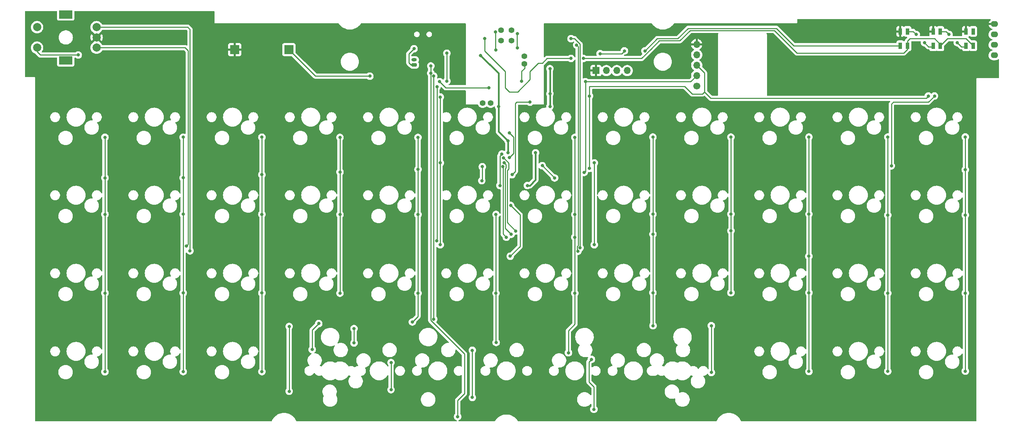
<source format=gtl>
%TF.GenerationSoftware,KiCad,Pcbnew,(7.0.0-0)*%
%TF.CreationDate,2023-03-16T02:49:19-07:00*%
%TF.ProjectId,spc_evdr,7370635f-6576-4647-922e-6b696361645f,rev?*%
%TF.SameCoordinates,Original*%
%TF.FileFunction,Copper,L1,Top*%
%TF.FilePolarity,Positive*%
%FSLAX46Y46*%
G04 Gerber Fmt 4.6, Leading zero omitted, Abs format (unit mm)*
G04 Created by KiCad (PCBNEW (7.0.0-0)) date 2023-03-16 02:49:19*
%MOMM*%
%LPD*%
G01*
G04 APERTURE LIST*
G04 Aperture macros list*
%AMRoundRect*
0 Rectangle with rounded corners*
0 $1 Rounding radius*
0 $2 $3 $4 $5 $6 $7 $8 $9 X,Y pos of 4 corners*
0 Add a 4 corners polygon primitive as box body*
4,1,4,$2,$3,$4,$5,$6,$7,$8,$9,$2,$3,0*
0 Add four circle primitives for the rounded corners*
1,1,$1+$1,$2,$3*
1,1,$1+$1,$4,$5*
1,1,$1+$1,$6,$7*
1,1,$1+$1,$8,$9*
0 Add four rect primitives between the rounded corners*
20,1,$1+$1,$2,$3,$4,$5,0*
20,1,$1+$1,$4,$5,$6,$7,0*
20,1,$1+$1,$6,$7,$8,$9,0*
20,1,$1+$1,$8,$9,$2,$3,0*%
G04 Aperture macros list end*
%TA.AperFunction,ComponentPad*%
%ADD10C,2.000000*%
%TD*%
%TA.AperFunction,ComponentPad*%
%ADD11R,3.200000X2.000000*%
%TD*%
%TA.AperFunction,ComponentPad*%
%ADD12O,1.700000X1.700000*%
%TD*%
%TA.AperFunction,ComponentPad*%
%ADD13C,1.700000*%
%TD*%
%TA.AperFunction,ComponentPad*%
%ADD14R,2.200000X2.200000*%
%TD*%
%TA.AperFunction,ComponentPad*%
%ADD15O,1.778000X1.397000*%
%TD*%
%TA.AperFunction,SMDPad,CuDef*%
%ADD16R,0.850000X1.600000*%
%TD*%
%TA.AperFunction,ComponentPad*%
%ADD17R,1.700000X1.700000*%
%TD*%
%TA.AperFunction,ComponentPad*%
%ADD18RoundRect,0.200000X0.450000X-0.200000X0.450000X0.200000X-0.450000X0.200000X-0.450000X-0.200000X0*%
%TD*%
%TA.AperFunction,ComponentPad*%
%ADD19O,1.300000X0.800000*%
%TD*%
%TA.AperFunction,ComponentPad*%
%ADD20C,1.397000*%
%TD*%
%TA.AperFunction,ViaPad*%
%ADD21C,0.800000*%
%TD*%
%TA.AperFunction,Conductor*%
%ADD22C,0.250000*%
%TD*%
%TA.AperFunction,Conductor*%
%ADD23C,0.400000*%
%TD*%
G04 APERTURE END LIST*
D10*
X45477689Y-49207190D03*
X45477689Y-44207190D03*
X45477689Y-46707190D03*
D11*
X37977688Y-41107189D03*
X37977688Y-52307189D03*
D10*
X30977689Y-44207190D03*
X30977689Y-49207190D03*
D12*
X191599999Y-48419999D03*
X191599999Y-50959999D03*
X191599999Y-53499999D03*
X191599999Y-56039999D03*
D13*
X191600000Y-58580000D03*
D14*
X92299999Y-49699999D03*
X79099999Y-49699999D03*
D15*
X264067688Y-51067189D03*
X264067688Y-48527189D03*
X264067688Y-45987189D03*
X264067688Y-43447189D03*
D16*
X250924999Y-45249999D03*
X249174999Y-45249999D03*
X249174999Y-48749999D03*
X250924999Y-48749999D03*
X242924999Y-45249999D03*
X241174999Y-45249999D03*
X241174999Y-48749999D03*
X242924999Y-48749999D03*
D17*
X167067688Y-54807189D03*
D12*
X169607688Y-54807189D03*
X172147688Y-54807189D03*
X174687688Y-54807189D03*
D16*
X258924999Y-45249999D03*
X257174999Y-45249999D03*
X257174999Y-48749999D03*
X258924999Y-48749999D03*
D18*
X122817689Y-53432190D03*
D19*
X122817688Y-52182189D03*
D20*
X146487689Y-44910190D03*
X143947689Y-44910190D03*
X146487689Y-47450190D03*
X143947689Y-47450190D03*
X149662689Y-53165190D03*
X149662689Y-51260190D03*
X141407689Y-62690190D03*
X139502689Y-62690190D03*
D21*
X239000000Y-78056690D03*
X249500000Y-61000000D03*
X163211685Y-98031690D03*
X165500000Y-61000000D03*
X112012299Y-56156690D03*
X129000000Y-57500000D03*
X141000000Y-59000000D03*
X248012299Y-61012299D03*
X164197315Y-79652163D03*
X164500000Y-57500000D03*
X122767689Y-49457190D03*
X150000000Y-78000000D03*
X133000000Y-55000000D03*
X154000000Y-117000000D03*
X159000000Y-135000000D03*
X140567689Y-81657190D03*
X173000000Y-122000000D03*
X134567689Y-48557190D03*
X153667689Y-80957190D03*
X140567689Y-82557190D03*
X150367689Y-82857190D03*
X155867689Y-63557190D03*
X155867689Y-60457190D03*
X139000000Y-51087190D03*
X143367689Y-63557190D03*
X145667689Y-71957190D03*
X152367689Y-74857190D03*
X145667689Y-74857190D03*
X155867689Y-54357190D03*
X166673939Y-77332190D03*
X129167689Y-61257190D03*
X166673939Y-97307190D03*
X129142689Y-77332190D03*
X129142689Y-97307190D03*
X128292689Y-96382190D03*
X128367689Y-58757190D03*
X127567689Y-115457190D03*
X127567689Y-56157190D03*
X126867689Y-53657190D03*
X126842689Y-55432190D03*
X133380189Y-139244690D03*
X147917689Y-49281690D03*
X147917689Y-45807190D03*
X142667689Y-49757190D03*
X142567689Y-45357190D03*
X165492189Y-78653478D03*
X66567689Y-71057190D03*
X66567689Y-128257190D03*
X66567689Y-80957190D03*
X66567689Y-89857190D03*
X66567689Y-109057190D03*
X85732689Y-80207690D03*
X85732689Y-109067190D03*
X85732689Y-89867190D03*
X85732689Y-128267190D03*
X85732689Y-71067190D03*
X104732689Y-79557690D03*
X104732689Y-89917190D03*
X104732689Y-109117190D03*
X104732689Y-71117190D03*
X123732689Y-78907690D03*
X123732689Y-71117190D03*
X99567689Y-116532690D03*
X123732689Y-89917190D03*
X123732689Y-109117190D03*
X97967689Y-122857190D03*
X122367689Y-116156690D03*
X142767689Y-121157190D03*
X142732689Y-109117190D03*
X146000000Y-70000000D03*
X142732689Y-89917190D03*
X146000000Y-76000000D03*
X161932689Y-89917190D03*
X161932689Y-109117190D03*
X161932689Y-95457190D03*
X145242689Y-95457190D03*
X144392189Y-78257190D03*
X160367689Y-123657190D03*
X161932689Y-71117190D03*
X180932689Y-71017190D03*
X195167689Y-117057190D03*
X180932689Y-94722190D03*
X180932689Y-89817190D03*
X180967689Y-117057190D03*
X146433314Y-94732690D03*
X144729714Y-77295165D03*
X195167689Y-128457190D03*
X180932689Y-109017190D03*
X144566267Y-76145755D03*
X199932689Y-109017190D03*
X199932689Y-89817190D03*
X199932689Y-71017190D03*
X147543189Y-93945317D03*
X199932689Y-93892190D03*
X218900000Y-100100000D03*
X146300000Y-87700000D03*
X218932689Y-109017190D03*
X218932689Y-128217190D03*
X218932689Y-89817190D03*
X146200000Y-100100000D03*
X218932689Y-71017190D03*
X151000000Y-62500000D03*
X238132689Y-128167190D03*
X238132689Y-90067190D03*
X238132689Y-71017190D03*
X146629214Y-80200000D03*
X238132689Y-109117190D03*
X41000000Y-51000000D03*
X67347689Y-97627190D03*
X161000000Y-47000000D03*
X117167689Y-132657190D03*
X117167689Y-126057190D03*
X92367689Y-133057190D03*
X92367689Y-117257190D03*
X108167689Y-121257190D03*
X108167689Y-117757190D03*
X136967689Y-123057190D03*
X136967689Y-134557190D03*
X165967689Y-125257190D03*
X166567689Y-137457190D03*
X162367689Y-48557190D03*
X68211056Y-98781690D03*
X162698442Y-98889354D03*
X144167689Y-75157190D03*
X143667689Y-82857190D03*
X47516015Y-80983007D03*
X139271763Y-81656690D03*
X47516015Y-109083007D03*
X47516015Y-128283007D03*
X47516015Y-80983007D03*
X47516015Y-71083007D03*
X47516015Y-89883007D03*
X139405314Y-78257690D03*
X148967689Y-57357190D03*
X130767689Y-50557190D03*
X130767689Y-57357190D03*
X257000000Y-90050000D03*
X154000000Y-78000000D03*
X257000000Y-79000000D03*
X257000000Y-71000000D03*
X257000000Y-128150000D03*
X257000000Y-109100000D03*
X157000000Y-81000000D03*
X161000000Y-51832690D03*
X164000000Y-51832690D03*
X140000000Y-47000000D03*
X179000000Y-50000000D03*
X174000000Y-50000000D03*
X168081104Y-50669115D03*
X245050000Y-46000000D03*
X247050000Y-48000000D03*
X255050000Y-48000000D03*
X253050000Y-46000000D03*
D22*
X218932689Y-71017190D02*
X218932689Y-89817190D01*
X164347837Y-79652163D02*
X164197315Y-79652163D01*
X164500000Y-57500000D02*
X190140000Y-57500000D01*
X190140000Y-57500000D02*
X191600000Y-56040000D01*
X164500000Y-57500000D02*
X164500000Y-79500000D01*
X164500000Y-79500000D02*
X164347837Y-79652163D01*
X239500000Y-62500000D02*
X248000000Y-62500000D01*
X239000000Y-78056690D02*
X239000000Y-63000000D01*
X248000000Y-62500000D02*
X249500000Y-61000000D01*
X239000000Y-63000000D02*
X239500000Y-62500000D01*
X248012299Y-61012299D02*
X247474598Y-61550000D01*
X247474598Y-61550000D02*
X195050000Y-61550000D01*
X195050000Y-61550000D02*
X193500000Y-60000000D01*
X242925000Y-48750000D02*
X242925000Y-49575000D01*
X182500000Y-47500000D02*
X180500000Y-49500000D01*
X242925000Y-49575000D02*
X242000000Y-50500000D01*
X242000000Y-50500000D02*
X216000000Y-50500000D01*
X216000000Y-50500000D02*
X210500000Y-45000000D01*
X210500000Y-45000000D02*
X190000000Y-45000000D01*
X190000000Y-45000000D02*
X187500000Y-47500000D01*
X187500000Y-47500000D02*
X182500000Y-47500000D01*
X180500000Y-49500000D02*
X180500000Y-49525305D01*
X180500000Y-49525305D02*
X178192616Y-51832690D01*
X178192616Y-51832690D02*
X164000000Y-51832690D01*
X241175000Y-48750000D02*
X215250000Y-48750000D01*
X189500000Y-44500000D02*
X187000000Y-47000000D01*
X187000000Y-47000000D02*
X182000000Y-47000000D01*
X211000000Y-44500000D02*
X189500000Y-44500000D01*
X215250000Y-48750000D02*
X211000000Y-44500000D01*
X182000000Y-47000000D02*
X179000000Y-50000000D01*
X243500000Y-47000000D02*
X249500000Y-47000000D01*
X250925000Y-48425000D02*
X249500000Y-47000000D01*
X250925000Y-48750000D02*
X250925000Y-48425000D01*
X258925000Y-48750000D02*
X257175000Y-47000000D01*
X257175000Y-47000000D02*
X252675000Y-47000000D01*
X252675000Y-47000000D02*
X250925000Y-48750000D01*
X242925000Y-47575000D02*
X243500000Y-47000000D01*
X242925000Y-48750000D02*
X242925000Y-47575000D01*
X163211685Y-98031690D02*
X163211685Y-48375881D01*
X163211685Y-48375881D02*
X161835804Y-47000000D01*
X161835804Y-47000000D02*
X161000000Y-47000000D01*
X165500000Y-58665001D02*
X165492189Y-58657190D01*
X165500000Y-61000000D02*
X165500000Y-58665001D01*
X31770499Y-51000000D02*
X30977689Y-50207190D01*
X30977689Y-50207190D02*
X30977689Y-49207190D01*
X130500000Y-59000000D02*
X129000000Y-57500000D01*
X141000000Y-59000000D02*
X130500000Y-59000000D01*
X112012299Y-56156690D02*
X98756690Y-56156690D01*
X98756690Y-56156690D02*
X92300000Y-49700000D01*
X193000000Y-60500000D02*
X193500000Y-60000000D01*
X190500000Y-60500000D02*
X193000000Y-60500000D01*
X165492189Y-58657190D02*
X188657190Y-58657190D01*
X188657190Y-58657190D02*
X190500000Y-60500000D01*
X193500000Y-60000000D02*
X193500000Y-55400000D01*
X193500000Y-55400000D02*
X191600000Y-53500000D01*
X121492689Y-50732190D02*
X122767689Y-49457190D01*
X122817689Y-53432190D02*
X122017689Y-53432190D01*
X121492689Y-52907190D02*
X121492689Y-50732190D01*
X122017689Y-53432190D02*
X121492689Y-52907190D01*
D23*
X152367689Y-81457190D02*
X152367689Y-74857190D01*
X143367689Y-63557190D02*
X143367689Y-55454879D01*
X155867689Y-60457190D02*
X155867689Y-63557190D01*
X143367689Y-63557190D02*
X143367689Y-69657190D01*
X145667689Y-71957190D02*
X145667689Y-74857190D01*
X143367689Y-55454879D02*
X139000000Y-51087190D01*
X155867689Y-54357190D02*
X155867689Y-60457190D01*
X150967689Y-82857190D02*
X152367689Y-81457190D01*
X150367689Y-82857190D02*
X150967689Y-82857190D01*
X143367689Y-69657190D02*
X145667689Y-71957190D01*
D22*
X166673939Y-97307190D02*
X166673939Y-77332190D01*
X129167689Y-61257190D02*
X129167689Y-77307190D01*
X129167689Y-77307190D02*
X129142689Y-77332190D01*
X129142689Y-77332190D02*
X129142689Y-97307190D01*
X128367689Y-96307190D02*
X128292689Y-96382190D01*
X128367689Y-58757190D02*
X128367689Y-96307190D01*
X127567689Y-115457190D02*
X127567689Y-56157190D01*
X135067689Y-123982495D02*
X135067689Y-133557190D01*
X126867689Y-53657190D02*
X126842689Y-53682190D01*
X126842689Y-53682190D02*
X126842689Y-55432190D01*
X133380189Y-135244690D02*
X133380189Y-139244690D01*
X126842689Y-55432190D02*
X126842689Y-115757495D01*
X135067689Y-133557190D02*
X133380189Y-135244690D01*
X126842689Y-115757495D02*
X135067689Y-123982495D01*
X147867689Y-45857190D02*
X147917689Y-45807190D01*
X147867689Y-49231690D02*
X147867689Y-45857190D01*
X147917689Y-49281690D02*
X147867689Y-49231690D01*
X142567689Y-45357190D02*
X142567689Y-49657190D01*
X142567689Y-49657190D02*
X142667689Y-49757190D01*
X165492189Y-78653478D02*
X165492189Y-58657190D01*
X66567689Y-128257190D02*
X66567689Y-109057190D01*
X66567689Y-71057190D02*
X66567689Y-80957190D01*
X66567689Y-80957190D02*
X66567689Y-89857190D01*
X66567689Y-109057190D02*
X66567689Y-89857190D01*
X85732689Y-128267190D02*
X85732689Y-109067190D01*
X85732689Y-109067190D02*
X85732689Y-89867190D01*
X85732689Y-71067190D02*
X85732689Y-89867190D01*
X104732689Y-109117190D02*
X104732689Y-89917190D01*
X104732689Y-71117190D02*
X104732689Y-89917190D01*
X99567689Y-116532690D02*
X97967689Y-118132690D01*
X123732689Y-71117190D02*
X123732689Y-89917190D01*
X123732689Y-114791690D02*
X123732689Y-109117190D01*
X122367689Y-116156690D02*
X123732689Y-114791690D01*
X97967689Y-118132690D02*
X97967689Y-122857190D01*
X123732689Y-109117190D02*
X123732689Y-89917190D01*
X147000000Y-71000000D02*
X147000000Y-75000000D01*
X147000000Y-75000000D02*
X146000000Y-76000000D01*
X142732689Y-109117190D02*
X142732689Y-89917190D01*
X146000000Y-70000000D02*
X147000000Y-71000000D01*
X142767689Y-121157190D02*
X142732689Y-121122190D01*
X142732689Y-121122190D02*
X142732689Y-109117190D01*
X144467689Y-94682190D02*
X144467689Y-78332690D01*
X145242689Y-95457190D02*
X144467689Y-94682190D01*
X160367689Y-118257190D02*
X161932689Y-116692190D01*
X161932689Y-71117190D02*
X161932689Y-89917190D01*
X161932689Y-109117190D02*
X161932689Y-95457190D01*
X160367689Y-123657190D02*
X160367689Y-118257190D01*
X144467689Y-78332690D02*
X144392189Y-78257190D01*
X161932689Y-116692190D02*
X161932689Y-109117190D01*
X161932689Y-95457190D02*
X161932689Y-89917190D01*
X144967689Y-93267065D02*
X144967689Y-78706995D01*
X145117189Y-77681385D02*
X144867994Y-77432190D01*
X144867994Y-77432190D02*
X144866739Y-77432190D01*
X195167689Y-117057190D02*
X195167689Y-128457190D01*
X180932689Y-94722190D02*
X180932689Y-89817190D01*
X180932689Y-117022190D02*
X180967689Y-117057190D01*
X180932689Y-109017190D02*
X180932689Y-94722190D01*
X180932689Y-71017190D02*
X180932689Y-89817190D01*
X146433314Y-94732690D02*
X144967689Y-93267065D01*
X144866739Y-77432190D02*
X144729714Y-77295165D01*
X145117189Y-78557495D02*
X145117189Y-77681385D01*
X144967689Y-78706995D02*
X145117189Y-78557495D01*
X180932689Y-109017190D02*
X180932689Y-117022190D01*
X147543189Y-93945317D02*
X145467689Y-91869817D01*
X144604903Y-76145755D02*
X144566267Y-76145755D01*
X199932689Y-93892190D02*
X199932689Y-89817190D01*
X145467689Y-91869817D02*
X145467689Y-79157190D01*
X199932689Y-71017190D02*
X199932689Y-89817190D01*
X145817689Y-77358541D02*
X144604903Y-76145755D01*
X199932689Y-109017190D02*
X199932689Y-93892190D01*
X145817689Y-78807190D02*
X145817689Y-77358541D01*
X145467689Y-79157190D02*
X145817689Y-78807190D01*
X146300000Y-87700000D02*
X148268189Y-89668189D01*
X148600000Y-97700000D02*
X146200000Y-100100000D01*
X218932689Y-109017190D02*
X218932689Y-89817190D01*
X218932689Y-128217190D02*
X218932689Y-109017190D01*
X148600000Y-90000000D02*
X148600000Y-97700000D01*
X148268189Y-89668189D02*
X148600000Y-90000000D01*
X147800000Y-62500000D02*
X151000000Y-62500000D01*
X238132689Y-71017190D02*
X238132689Y-128167190D01*
X147450000Y-79379214D02*
X147450000Y-62850000D01*
X146629214Y-80200000D02*
X147450000Y-79379214D01*
X147450000Y-62850000D02*
X147800000Y-62500000D01*
X31770499Y-51000000D02*
X41000000Y-51000000D01*
X67347689Y-97627190D02*
X67761056Y-97213823D01*
X67761056Y-49930557D02*
X67037689Y-49207190D01*
X67037689Y-49207190D02*
X45977689Y-49207190D01*
X67761056Y-97213823D02*
X67761056Y-49930557D01*
X117167689Y-126057190D02*
X117167689Y-132657190D01*
X108167689Y-121257190D02*
X108167689Y-117757190D01*
X92367689Y-117257190D02*
X92367689Y-133057190D01*
X136967689Y-123057190D02*
X136967689Y-134557190D01*
X165967689Y-125257190D02*
X165367689Y-125857190D01*
X166567689Y-131958505D02*
X166567689Y-137457190D01*
X165367689Y-125857190D02*
X165367689Y-130758505D01*
X165367689Y-130758505D02*
X166567689Y-131958505D01*
X162717689Y-72557190D02*
X162717689Y-97500381D01*
X68211056Y-44770557D02*
X68211056Y-98781690D01*
X45977689Y-44207190D02*
X67647689Y-44207190D01*
X162367689Y-48557190D02*
X162717689Y-48907190D01*
X162486685Y-98677597D02*
X162698442Y-98889354D01*
X162717689Y-48907190D02*
X162717689Y-72557190D01*
X67647689Y-44207190D02*
X68211056Y-44770557D01*
X162717689Y-97500381D02*
X162486685Y-97731385D01*
X162486685Y-97731385D02*
X162486685Y-98677597D01*
X143667689Y-75657190D02*
X144167689Y-75157190D01*
X143667689Y-82857190D02*
X143667689Y-75657190D01*
X139405314Y-81523139D02*
X139271763Y-81656690D01*
X47516015Y-128283007D02*
X47516015Y-109083007D01*
X47516015Y-71083007D02*
X47516015Y-80983007D01*
X47516015Y-80983007D02*
X47516015Y-89883007D01*
X47516015Y-109083007D02*
X47516015Y-89883007D01*
X139405314Y-78257690D02*
X139405314Y-81523139D01*
X130767689Y-50557190D02*
X130767689Y-57357190D01*
X149702689Y-54222190D02*
X149702689Y-53310190D01*
X148967689Y-57357190D02*
X148967689Y-54957190D01*
X148967689Y-54957190D02*
X149702689Y-54222190D01*
X154000000Y-78000000D02*
X157000000Y-81000000D01*
X257000000Y-71000000D02*
X257000000Y-128150000D01*
X145000000Y-59000000D02*
X146000000Y-60000000D01*
X148000000Y-60000000D02*
X151000000Y-57000000D01*
X145000000Y-55000000D02*
X145000000Y-59000000D01*
X151000000Y-57000000D02*
X151000000Y-55000000D01*
X154000000Y-53000000D02*
X155167310Y-51832690D01*
X151000000Y-55000000D02*
X153000000Y-53000000D01*
X155167310Y-51832690D02*
X161000000Y-51832690D01*
X146000000Y-60000000D02*
X148000000Y-60000000D01*
X153000000Y-53000000D02*
X154000000Y-53000000D01*
X140000000Y-47000000D02*
X140000000Y-50000000D01*
X140000000Y-50000000D02*
X144000000Y-54000000D01*
X144000000Y-54000000D02*
X145000000Y-55000000D01*
X173330885Y-50669115D02*
X174000000Y-50000000D01*
X168081104Y-50669115D02*
X173330885Y-50669115D01*
X249050000Y-49000000D02*
X249050000Y-48875000D01*
X248050000Y-49000000D02*
X249050000Y-49000000D01*
X244300000Y-45250000D02*
X245050000Y-46000000D01*
X247050000Y-48000000D02*
X248050000Y-49000000D01*
X249050000Y-48875000D02*
X249175000Y-48750000D01*
X242925000Y-45250000D02*
X244300000Y-45250000D01*
X255050000Y-48000000D02*
X256050000Y-49000000D01*
X250925000Y-45250000D02*
X252300000Y-45250000D01*
X256050000Y-49000000D02*
X257050000Y-49000000D01*
X257050000Y-48875000D02*
X257175000Y-48750000D01*
X252300000Y-45250000D02*
X253050000Y-46000000D01*
X257050000Y-49000000D02*
X257050000Y-48875000D01*
%TA.AperFunction,Conductor*%
G36*
X263134658Y-42273052D02*
G01*
X263180249Y-42315391D01*
X263200022Y-42374384D01*
X263189155Y-42435647D01*
X263150298Y-42484240D01*
X263065543Y-42548243D01*
X263056967Y-42556061D01*
X262914178Y-42712693D01*
X262907189Y-42721949D01*
X262795617Y-42902143D01*
X262790441Y-42912537D01*
X262713878Y-43110171D01*
X262710705Y-43121323D01*
X262699821Y-43179547D01*
X262700209Y-43190749D01*
X262711151Y-43193190D01*
X264195689Y-43193190D01*
X264258689Y-43210071D01*
X264304808Y-43256190D01*
X264321689Y-43319190D01*
X264321689Y-43575190D01*
X264304808Y-43638190D01*
X264258689Y-43684309D01*
X264195689Y-43701190D01*
X262711151Y-43701190D01*
X262700209Y-43703630D01*
X262699821Y-43714832D01*
X262710705Y-43773056D01*
X262713878Y-43784208D01*
X262790441Y-43981842D01*
X262795617Y-43992236D01*
X262907189Y-44172430D01*
X262914178Y-44181686D01*
X263056967Y-44338318D01*
X263065543Y-44346136D01*
X263234676Y-44473860D01*
X263244541Y-44479968D01*
X263434270Y-44574441D01*
X263445088Y-44578632D01*
X263504503Y-44595537D01*
X263560076Y-44628600D01*
X263591930Y-44684876D01*
X263591674Y-44749540D01*
X263559377Y-44805562D01*
X263503544Y-44838186D01*
X263456822Y-44851080D01*
X263456812Y-44851083D01*
X263451365Y-44852587D01*
X263446269Y-44855040D01*
X263446261Y-44855044D01*
X263260719Y-44944396D01*
X263260710Y-44944401D01*
X263255617Y-44946854D01*
X263251043Y-44950177D01*
X263251035Y-44950182D01*
X263084423Y-45071233D01*
X263084413Y-45071240D01*
X263079847Y-45074559D01*
X263075945Y-45078639D01*
X263075937Y-45078647D01*
X262947710Y-45212763D01*
X262929704Y-45231596D01*
X262926591Y-45236311D01*
X262926587Y-45236317D01*
X262813133Y-45408193D01*
X262813130Y-45408197D01*
X262810014Y-45412919D01*
X262807792Y-45418116D01*
X262807789Y-45418123D01*
X262726848Y-45607494D01*
X262726845Y-45607501D01*
X262724624Y-45612699D01*
X262723365Y-45618214D01*
X262723364Y-45618218D01*
X262678077Y-45816635D01*
X262676278Y-45824516D01*
X262666530Y-46041561D01*
X262667287Y-46047153D01*
X262667288Y-46047163D01*
X262694538Y-46248324D01*
X262695694Y-46256858D01*
X262697439Y-46262231D01*
X262697441Y-46262236D01*
X262759757Y-46454022D01*
X262762833Y-46463489D01*
X262765510Y-46468465D01*
X262765512Y-46468468D01*
X262863105Y-46649827D01*
X262863107Y-46649831D01*
X262865787Y-46654810D01*
X262869312Y-46659230D01*
X262984597Y-46803794D01*
X263001249Y-46824674D01*
X263164864Y-46967621D01*
X263208070Y-46993435D01*
X263338489Y-47071357D01*
X263351374Y-47079055D01*
X263433078Y-47109719D01*
X263512086Y-47139371D01*
X263563440Y-47175292D01*
X263591137Y-47231509D01*
X263588326Y-47294115D01*
X263555701Y-47347623D01*
X263501334Y-47378796D01*
X263451365Y-47392587D01*
X263446269Y-47395040D01*
X263446261Y-47395044D01*
X263260719Y-47484396D01*
X263260710Y-47484401D01*
X263255617Y-47486854D01*
X263251043Y-47490177D01*
X263251035Y-47490182D01*
X263084423Y-47611233D01*
X263084413Y-47611240D01*
X263079847Y-47614559D01*
X263075945Y-47618639D01*
X263075937Y-47618647D01*
X262939584Y-47761262D01*
X262929704Y-47771596D01*
X262926591Y-47776311D01*
X262926587Y-47776317D01*
X262813133Y-47948193D01*
X262813130Y-47948197D01*
X262810014Y-47952919D01*
X262807792Y-47958116D01*
X262807789Y-47958123D01*
X262726848Y-48147494D01*
X262726845Y-48147501D01*
X262724624Y-48152699D01*
X262723365Y-48158214D01*
X262723364Y-48158218D01*
X262678725Y-48353796D01*
X262676278Y-48364516D01*
X262666530Y-48581561D01*
X262667287Y-48587153D01*
X262667288Y-48587163D01*
X262694916Y-48791118D01*
X262695694Y-48796858D01*
X262697439Y-48802231D01*
X262697441Y-48802236D01*
X262743960Y-48945405D01*
X262762833Y-49003489D01*
X262765510Y-49008465D01*
X262765512Y-49008468D01*
X262863105Y-49189827D01*
X262863107Y-49189831D01*
X262865787Y-49194810D01*
X262869312Y-49199230D01*
X262988197Y-49348308D01*
X263001249Y-49364674D01*
X263164864Y-49507621D01*
X263268699Y-49569659D01*
X263343619Y-49614422D01*
X263351374Y-49619055D01*
X263399135Y-49636980D01*
X263512086Y-49679371D01*
X263563440Y-49715292D01*
X263591137Y-49771509D01*
X263588326Y-49834115D01*
X263555701Y-49887623D01*
X263501334Y-49918796D01*
X263451365Y-49932587D01*
X263446269Y-49935040D01*
X263446261Y-49935044D01*
X263260719Y-50024396D01*
X263260710Y-50024401D01*
X263255617Y-50026854D01*
X263251043Y-50030177D01*
X263251035Y-50030182D01*
X263084423Y-50151233D01*
X263084413Y-50151240D01*
X263079847Y-50154559D01*
X263075945Y-50158639D01*
X263075937Y-50158647D01*
X262934248Y-50306843D01*
X262929704Y-50311596D01*
X262926591Y-50316311D01*
X262926587Y-50316317D01*
X262813133Y-50488193D01*
X262813130Y-50488197D01*
X262810014Y-50492919D01*
X262807792Y-50498116D01*
X262807789Y-50498123D01*
X262726848Y-50687494D01*
X262726845Y-50687501D01*
X262724624Y-50692699D01*
X262723365Y-50698214D01*
X262723364Y-50698218D01*
X262679079Y-50892246D01*
X262676278Y-50904516D01*
X262666530Y-51121561D01*
X262667287Y-51127153D01*
X262667288Y-51127163D01*
X262694514Y-51328148D01*
X262695694Y-51336858D01*
X262697439Y-51342231D01*
X262697441Y-51342236D01*
X262759799Y-51534151D01*
X262762833Y-51543489D01*
X262765510Y-51548465D01*
X262765512Y-51548468D01*
X262863105Y-51729827D01*
X262863107Y-51729831D01*
X262865787Y-51734810D01*
X262869312Y-51739230D01*
X262972635Y-51868794D01*
X263001249Y-51904674D01*
X263164864Y-52047621D01*
X263351374Y-52159055D01*
X263554785Y-52235396D01*
X263768557Y-52274190D01*
X264309578Y-52274190D01*
X264312400Y-52274190D01*
X264474578Y-52259594D01*
X264684013Y-52201793D01*
X264879761Y-52107526D01*
X264967439Y-52043824D01*
X265017128Y-52007723D01*
X265081303Y-51984047D01*
X265148392Y-51997392D01*
X265198622Y-52043824D01*
X265217189Y-52109659D01*
X265217189Y-56480690D01*
X265200308Y-56543690D01*
X265154189Y-56589809D01*
X265091189Y-56606690D01*
X259963452Y-56606690D01*
X259871926Y-56606690D01*
X259859141Y-56612846D01*
X259854059Y-56614006D01*
X259846991Y-56616479D01*
X259842292Y-56618741D01*
X259828458Y-56621900D01*
X259817361Y-56630748D01*
X259812666Y-56633010D01*
X259806327Y-56636993D01*
X259802249Y-56640244D01*
X259789465Y-56646402D01*
X259780617Y-56657495D01*
X259776543Y-56660745D01*
X259771244Y-56666044D01*
X259767994Y-56670118D01*
X259756901Y-56678966D01*
X259750743Y-56691750D01*
X259747492Y-56695828D01*
X259743509Y-56702167D01*
X259741247Y-56706862D01*
X259732399Y-56717959D01*
X259729240Y-56731793D01*
X259726978Y-56736492D01*
X259724505Y-56743560D01*
X259723345Y-56748642D01*
X259717189Y-56761427D01*
X259717189Y-56775620D01*
X259717189Y-140230690D01*
X259700308Y-140293690D01*
X259654189Y-140339809D01*
X259591189Y-140356690D01*
X202492370Y-140356690D01*
X202425241Y-140337319D01*
X202378753Y-140285161D01*
X202251252Y-140019217D01*
X202251251Y-140019215D01*
X202249793Y-140016174D01*
X202068098Y-139722516D01*
X201856074Y-139449947D01*
X201616148Y-139201585D01*
X201351065Y-138980273D01*
X201063859Y-138788543D01*
X200934474Y-138720920D01*
X200760810Y-138630154D01*
X200760804Y-138630151D01*
X200757815Y-138628589D01*
X200436437Y-138502242D01*
X200433199Y-138501354D01*
X200433192Y-138501352D01*
X200106646Y-138411835D01*
X200106631Y-138411831D01*
X200103400Y-138410946D01*
X200100081Y-138410408D01*
X200100074Y-138410407D01*
X199765848Y-138356287D01*
X199765844Y-138356286D01*
X199762518Y-138355748D01*
X199759163Y-138355568D01*
X199759151Y-138355567D01*
X199421050Y-138337458D01*
X199417689Y-138337278D01*
X199414328Y-138337458D01*
X199076226Y-138355567D01*
X199076212Y-138355568D01*
X199072860Y-138355748D01*
X199069535Y-138356286D01*
X199069529Y-138356287D01*
X198735303Y-138410407D01*
X198735292Y-138410409D01*
X198731978Y-138410946D01*
X198728750Y-138411830D01*
X198728731Y-138411835D01*
X198402185Y-138501352D01*
X198402172Y-138501356D01*
X198398941Y-138502242D01*
X198395808Y-138503473D01*
X198395804Y-138503475D01*
X198080711Y-138627351D01*
X198080704Y-138627353D01*
X198077563Y-138628589D01*
X198074579Y-138630148D01*
X198074567Y-138630154D01*
X197774505Y-138786982D01*
X197774499Y-138786985D01*
X197771519Y-138788543D01*
X197768727Y-138790406D01*
X197768720Y-138790411D01*
X197487122Y-138978397D01*
X197487112Y-138978404D01*
X197484313Y-138980273D01*
X197481720Y-138982437D01*
X197481713Y-138982443D01*
X197221827Y-139199416D01*
X197221818Y-139199424D01*
X197219230Y-139201585D01*
X197216886Y-139204010D01*
X197216881Y-139204016D01*
X196981651Y-139447517D01*
X196979304Y-139449947D01*
X196977239Y-139452601D01*
X196977230Y-139452612D01*
X196769356Y-139719846D01*
X196769348Y-139719857D01*
X196767280Y-139722516D01*
X196765505Y-139725383D01*
X196765502Y-139725389D01*
X196587357Y-140013308D01*
X196587347Y-140013325D01*
X196585585Y-140016174D01*
X196584133Y-140019200D01*
X196584125Y-140019217D01*
X196456625Y-140285161D01*
X196410137Y-140337319D01*
X196343008Y-140356690D01*
X148162145Y-140356690D01*
X148102650Y-140341759D01*
X148057255Y-140300504D01*
X148010787Y-140230690D01*
X147880199Y-140034492D01*
X147665600Y-139774895D01*
X147425321Y-139538866D01*
X147161937Y-139328933D01*
X147020082Y-139238125D01*
X146881003Y-139149094D01*
X146880996Y-139149090D01*
X146878267Y-139147343D01*
X146875373Y-139145888D01*
X146875368Y-139145885D01*
X146580255Y-138997503D01*
X146580252Y-138997502D01*
X146577349Y-138996042D01*
X146574309Y-138994889D01*
X146574301Y-138994886D01*
X146265458Y-138877805D01*
X146265447Y-138877801D01*
X146262407Y-138876649D01*
X146259263Y-138875816D01*
X146259252Y-138875813D01*
X145939971Y-138791279D01*
X145939963Y-138791277D01*
X145936812Y-138790443D01*
X145933588Y-138789938D01*
X145933587Y-138789938D01*
X145607271Y-138738851D01*
X145607268Y-138738850D01*
X145604051Y-138738347D01*
X145267689Y-138720920D01*
X145264427Y-138721089D01*
X144934588Y-138738178D01*
X144934587Y-138738178D01*
X144931327Y-138738347D01*
X144928111Y-138738850D01*
X144928106Y-138738851D01*
X144601790Y-138789938D01*
X144601785Y-138789939D01*
X144598566Y-138790443D01*
X144595417Y-138791276D01*
X144595406Y-138791279D01*
X144276125Y-138875813D01*
X144276108Y-138875818D01*
X144272971Y-138876649D01*
X144269936Y-138877799D01*
X144269919Y-138877805D01*
X143961076Y-138994886D01*
X143961061Y-138994892D01*
X143958029Y-138996042D01*
X143955132Y-138997498D01*
X143955122Y-138997503D01*
X143660009Y-139145885D01*
X143659995Y-139145892D01*
X143657111Y-139147343D01*
X143654389Y-139149085D01*
X143654374Y-139149094D01*
X143376177Y-139327181D01*
X143376169Y-139327186D01*
X143373441Y-139328933D01*
X143370914Y-139330946D01*
X143370903Y-139330955D01*
X143112601Y-139536838D01*
X143110057Y-139538866D01*
X143107743Y-139541138D01*
X143107734Y-139541147D01*
X142872100Y-139772613D01*
X142872090Y-139772623D01*
X142869778Y-139774895D01*
X142867712Y-139777394D01*
X142867703Y-139777404D01*
X142657261Y-140031972D01*
X142657250Y-140031986D01*
X142655179Y-140034492D01*
X142653373Y-140037204D01*
X142653365Y-140037216D01*
X142576174Y-140153190D01*
X142524591Y-140230690D01*
X142478123Y-140300504D01*
X142432728Y-140341759D01*
X142373233Y-140356690D01*
X133707266Y-140356690D01*
X133639752Y-140337075D01*
X133593258Y-140284338D01*
X133582260Y-140214898D01*
X133610181Y-140150375D01*
X133662938Y-140114520D01*
X133662477Y-140113484D01*
X133668240Y-140110918D01*
X133668239Y-140110918D01*
X133836941Y-140035808D01*
X133991442Y-139923556D01*
X134119229Y-139781634D01*
X134214716Y-139616246D01*
X134273731Y-139434618D01*
X134293693Y-139244690D01*
X134273731Y-139054762D01*
X134214716Y-138873134D01*
X134119229Y-138707746D01*
X134046050Y-138626473D01*
X134022058Y-138587320D01*
X134013689Y-138542166D01*
X134013689Y-135559284D01*
X134023280Y-135511066D01*
X134050591Y-135470191D01*
X134963591Y-134557190D01*
X136054185Y-134557190D01*
X136074147Y-134747118D01*
X136076184Y-134753390D01*
X136076186Y-134753395D01*
X136131119Y-134922461D01*
X136131122Y-134922468D01*
X136133162Y-134928746D01*
X136228649Y-135094134D01*
X136356436Y-135236056D01*
X136510937Y-135348308D01*
X136685401Y-135425984D01*
X136872202Y-135465690D01*
X137056573Y-135465690D01*
X137063176Y-135465690D01*
X137249977Y-135425984D01*
X137424441Y-135348308D01*
X137578942Y-135236056D01*
X137706729Y-135094134D01*
X137802216Y-134928746D01*
X137861231Y-134747118D01*
X137881193Y-134557190D01*
X137861231Y-134367262D01*
X137820247Y-134241127D01*
X137804258Y-134191918D01*
X137804257Y-134191916D01*
X137802216Y-134185634D01*
X137706729Y-134020246D01*
X137633550Y-133938973D01*
X137609558Y-133899820D01*
X137601189Y-133854666D01*
X137601189Y-128180933D01*
X138962189Y-128180933D01*
X138963258Y-128186656D01*
X138963259Y-128186657D01*
X139002000Y-128393904D01*
X139002001Y-128393910D01*
X139003071Y-128399630D01*
X139005174Y-128405059D01*
X139005176Y-128405065D01*
X139049072Y-128518372D01*
X139083442Y-128607091D01*
X139200565Y-128796252D01*
X139234298Y-128833255D01*
X139346527Y-128956365D01*
X139346530Y-128956367D01*
X139350453Y-128960671D01*
X139355099Y-128964180D01*
X139355103Y-128964183D01*
X139461363Y-129044426D01*
X139528000Y-129094748D01*
X139727161Y-129193919D01*
X139941153Y-129254805D01*
X140107186Y-129270190D01*
X140215279Y-129270190D01*
X140218192Y-129270190D01*
X140384225Y-129254805D01*
X140598217Y-129193919D01*
X140797378Y-129094748D01*
X140974925Y-128960671D01*
X141124813Y-128796252D01*
X141241936Y-128607091D01*
X141322307Y-128399630D01*
X141363189Y-128180933D01*
X141363189Y-128069690D01*
X142937253Y-128069690D01*
X142938710Y-128091918D01*
X142956091Y-128357118D01*
X142956976Y-128370610D01*
X142957778Y-128374642D01*
X142957779Y-128374649D01*
X143011450Y-128644468D01*
X143015809Y-128666381D01*
X143017135Y-128670289D01*
X143017137Y-128670294D01*
X143053632Y-128777805D01*
X143112744Y-128951942D01*
X143114563Y-128955631D01*
X143114567Y-128955640D01*
X143238216Y-129206374D01*
X143246123Y-129222408D01*
X143413664Y-129473151D01*
X143612500Y-129699879D01*
X143839228Y-129898715D01*
X144089971Y-130066256D01*
X144360437Y-130199635D01*
X144645998Y-130296570D01*
X144941769Y-130355403D01*
X145167379Y-130370190D01*
X145315949Y-130370190D01*
X145317999Y-130370190D01*
X145543609Y-130355403D01*
X145839380Y-130296570D01*
X146124941Y-130199635D01*
X146395407Y-130066256D01*
X146646150Y-129898715D01*
X146872878Y-129699879D01*
X147071714Y-129473151D01*
X147239255Y-129222408D01*
X147372634Y-128951942D01*
X147469569Y-128666381D01*
X147528402Y-128370610D01*
X147540834Y-128180933D01*
X149122189Y-128180933D01*
X149123258Y-128186656D01*
X149123259Y-128186657D01*
X149162000Y-128393904D01*
X149162001Y-128393910D01*
X149163071Y-128399630D01*
X149165174Y-128405059D01*
X149165176Y-128405065D01*
X149209072Y-128518372D01*
X149243442Y-128607091D01*
X149360565Y-128796252D01*
X149394298Y-128833255D01*
X149506527Y-128956365D01*
X149506530Y-128956367D01*
X149510453Y-128960671D01*
X149515099Y-128964180D01*
X149515103Y-128964183D01*
X149621363Y-129044426D01*
X149688000Y-129094748D01*
X149887161Y-129193919D01*
X150101153Y-129254805D01*
X150267186Y-129270190D01*
X150375279Y-129270190D01*
X150378192Y-129270190D01*
X150544225Y-129254805D01*
X150758217Y-129193919D01*
X150957378Y-129094748D01*
X151134925Y-128960671D01*
X151284813Y-128796252D01*
X151401936Y-128607091D01*
X151482307Y-128399630D01*
X151523189Y-128180933D01*
X155630939Y-128180933D01*
X155632008Y-128186656D01*
X155632009Y-128186657D01*
X155670750Y-128393904D01*
X155670751Y-128393910D01*
X155671821Y-128399630D01*
X155673924Y-128405059D01*
X155673926Y-128405065D01*
X155717822Y-128518372D01*
X155752192Y-128607091D01*
X155869315Y-128796252D01*
X155903048Y-128833255D01*
X156015277Y-128956365D01*
X156015280Y-128956367D01*
X156019203Y-128960671D01*
X156023849Y-128964180D01*
X156023853Y-128964183D01*
X156130113Y-129044426D01*
X156196750Y-129094748D01*
X156395911Y-129193919D01*
X156609903Y-129254805D01*
X156775936Y-129270190D01*
X156884029Y-129270190D01*
X156886942Y-129270190D01*
X157052975Y-129254805D01*
X157266967Y-129193919D01*
X157466128Y-129094748D01*
X157643675Y-128960671D01*
X157793563Y-128796252D01*
X157910686Y-128607091D01*
X157991057Y-128399630D01*
X158031939Y-128180933D01*
X158031939Y-128069690D01*
X159606003Y-128069690D01*
X159607460Y-128091918D01*
X159624841Y-128357118D01*
X159625726Y-128370610D01*
X159626528Y-128374642D01*
X159626529Y-128374649D01*
X159680200Y-128644468D01*
X159684559Y-128666381D01*
X159685885Y-128670289D01*
X159685887Y-128670294D01*
X159722382Y-128777805D01*
X159781494Y-128951942D01*
X159783313Y-128955631D01*
X159783317Y-128955640D01*
X159906966Y-129206374D01*
X159914873Y-129222408D01*
X160082414Y-129473151D01*
X160281250Y-129699879D01*
X160507978Y-129898715D01*
X160758721Y-130066256D01*
X161029187Y-130199635D01*
X161314748Y-130296570D01*
X161610519Y-130355403D01*
X161836129Y-130370190D01*
X161984699Y-130370190D01*
X161986749Y-130370190D01*
X162212359Y-130355403D01*
X162508130Y-130296570D01*
X162793691Y-130199635D01*
X163064157Y-130066256D01*
X163314900Y-129898715D01*
X163541628Y-129699879D01*
X163740464Y-129473151D01*
X163908005Y-129222408D01*
X164041384Y-128951942D01*
X164138319Y-128666381D01*
X164197152Y-128370610D01*
X164216875Y-128069690D01*
X164197152Y-127768770D01*
X164138319Y-127472999D01*
X164041384Y-127187438D01*
X164025167Y-127154554D01*
X163939124Y-126980076D01*
X163908005Y-126916972D01*
X163740464Y-126666229D01*
X163541628Y-126439501D01*
X163314900Y-126240665D01*
X163064157Y-126073124D01*
X163060457Y-126071299D01*
X163060453Y-126071297D01*
X162797389Y-125941568D01*
X162797380Y-125941564D01*
X162793691Y-125939745D01*
X162599497Y-125873825D01*
X162512043Y-125844138D01*
X162512038Y-125844136D01*
X162508130Y-125842810D01*
X162504085Y-125842005D01*
X162504080Y-125842004D01*
X162216398Y-125784780D01*
X162216391Y-125784779D01*
X162212359Y-125783977D01*
X162208252Y-125783707D01*
X162208246Y-125783707D01*
X161988798Y-125769324D01*
X161988788Y-125769323D01*
X161986749Y-125769190D01*
X161836129Y-125769190D01*
X161834090Y-125769323D01*
X161834079Y-125769324D01*
X161614631Y-125783707D01*
X161614623Y-125783707D01*
X161610519Y-125783977D01*
X161606488Y-125784778D01*
X161606479Y-125784780D01*
X161318797Y-125842004D01*
X161318788Y-125842006D01*
X161314748Y-125842810D01*
X161310842Y-125844135D01*
X161310834Y-125844138D01*
X161040054Y-125936056D01*
X161029187Y-125939745D01*
X161025502Y-125941562D01*
X161025488Y-125941568D01*
X160762424Y-126071297D01*
X160762413Y-126071303D01*
X160758721Y-126073124D01*
X160755292Y-126075414D01*
X160755287Y-126075418D01*
X160511409Y-126238372D01*
X160511404Y-126238375D01*
X160507978Y-126240665D01*
X160504883Y-126243378D01*
X160504878Y-126243383D01*
X160284338Y-126436792D01*
X160284330Y-126436799D01*
X160281250Y-126439501D01*
X160278548Y-126442581D01*
X160278541Y-126442589D01*
X160085132Y-126663129D01*
X160085127Y-126663134D01*
X160082414Y-126666229D01*
X160080124Y-126669655D01*
X160080121Y-126669660D01*
X159917167Y-126913538D01*
X159917163Y-126913543D01*
X159914873Y-126916972D01*
X159913052Y-126920664D01*
X159913046Y-126920675D01*
X159783317Y-127183739D01*
X159783311Y-127183753D01*
X159781494Y-127187438D01*
X159780168Y-127191342D01*
X159780168Y-127191344D01*
X159685887Y-127469085D01*
X159685884Y-127469093D01*
X159684559Y-127472999D01*
X159683755Y-127477039D01*
X159683753Y-127477048D01*
X159626529Y-127764730D01*
X159626527Y-127764739D01*
X159625726Y-127768770D01*
X159625456Y-127772874D01*
X159625456Y-127772882D01*
X159610921Y-127994655D01*
X159606003Y-128069690D01*
X158031939Y-128069690D01*
X158031939Y-127958447D01*
X157991057Y-127739750D01*
X157910686Y-127532289D01*
X157871225Y-127468557D01*
X157852353Y-127402781D01*
X157870646Y-127336841D01*
X157920706Y-127290187D01*
X157987766Y-127276579D01*
X158035945Y-127280190D01*
X158164580Y-127280190D01*
X158166933Y-127280190D01*
X158363069Y-127265492D01*
X158618855Y-127207110D01*
X158863082Y-127111258D01*
X159090296Y-126980076D01*
X159295420Y-126816495D01*
X159473872Y-126624169D01*
X159621667Y-126407394D01*
X159735502Y-126171013D01*
X159812835Y-125920305D01*
X159851939Y-125660872D01*
X159851939Y-125398508D01*
X159812835Y-125139075D01*
X159735502Y-124888367D01*
X159621667Y-124651986D01*
X159567802Y-124572981D01*
X159476530Y-124439109D01*
X159476527Y-124439105D01*
X159473872Y-124435211D01*
X159470670Y-124431760D01*
X159470666Y-124431755D01*
X159298620Y-124246334D01*
X159295420Y-124242885D01*
X159243754Y-124201683D01*
X159163354Y-124137566D01*
X159090296Y-124079304D01*
X159086219Y-124076950D01*
X159086216Y-124076948D01*
X158867169Y-123950481D01*
X158867162Y-123950477D01*
X158863082Y-123948122D01*
X158740038Y-123899831D01*
X158623248Y-123853994D01*
X158623246Y-123853993D01*
X158618855Y-123852270D01*
X158614255Y-123851220D01*
X158367670Y-123794938D01*
X158367667Y-123794937D01*
X158363069Y-123793888D01*
X158358367Y-123793535D01*
X158358363Y-123793535D01*
X158169275Y-123779365D01*
X158169261Y-123779364D01*
X158166933Y-123779190D01*
X158035945Y-123779190D01*
X158033617Y-123779364D01*
X158033602Y-123779365D01*
X157844514Y-123793535D01*
X157844508Y-123793535D01*
X157839809Y-123793888D01*
X157835211Y-123794937D01*
X157835207Y-123794938D01*
X157588622Y-123851220D01*
X157588618Y-123851221D01*
X157584023Y-123852270D01*
X157579635Y-123853992D01*
X157579629Y-123853994D01*
X157344188Y-123946398D01*
X157344184Y-123946399D01*
X157339796Y-123948122D01*
X157335720Y-123950474D01*
X157335708Y-123950481D01*
X157116661Y-124076948D01*
X157116651Y-124076954D01*
X157112582Y-124079304D01*
X157108905Y-124082236D01*
X157108901Y-124082239D01*
X156911137Y-124239950D01*
X156911128Y-124239957D01*
X156907458Y-124242885D01*
X156904262Y-124246328D01*
X156904257Y-124246334D01*
X156732211Y-124431755D01*
X156732200Y-124431767D01*
X156729006Y-124435211D01*
X156726356Y-124439097D01*
X156726347Y-124439109D01*
X156583867Y-124648089D01*
X156583861Y-124648097D01*
X156581211Y-124651986D01*
X156579166Y-124656231D01*
X156579165Y-124656234D01*
X156469422Y-124884117D01*
X156469418Y-124884124D01*
X156467376Y-124888367D01*
X156465990Y-124892860D01*
X156465985Y-124892873D01*
X156391764Y-125133496D01*
X156390043Y-125139075D01*
X156389342Y-125143724D01*
X156389340Y-125143734D01*
X156351641Y-125393847D01*
X156351640Y-125393854D01*
X156350939Y-125398508D01*
X156350939Y-125660872D01*
X156351640Y-125665526D01*
X156351641Y-125665532D01*
X156389340Y-125915645D01*
X156389341Y-125915652D01*
X156390043Y-125920305D01*
X156391433Y-125924811D01*
X156465985Y-126166506D01*
X156465988Y-126166515D01*
X156467376Y-126171013D01*
X156469421Y-126175259D01*
X156469422Y-126175262D01*
X156504026Y-126247118D01*
X156581211Y-126407394D01*
X156583865Y-126411287D01*
X156583867Y-126411290D01*
X156726347Y-126620270D01*
X156726351Y-126620276D01*
X156729006Y-126624169D01*
X156732209Y-126627621D01*
X156732217Y-126627631D01*
X156768040Y-126666239D01*
X156799374Y-126727971D01*
X156793366Y-126796939D01*
X156751828Y-126852323D01*
X156687301Y-126877403D01*
X156615697Y-126884038D01*
X156615695Y-126884038D01*
X156609903Y-126884575D01*
X156604306Y-126886167D01*
X156604303Y-126886168D01*
X156409238Y-126941669D01*
X156395911Y-126945461D01*
X156390700Y-126948055D01*
X156390694Y-126948058D01*
X156201966Y-127042034D01*
X156201960Y-127042037D01*
X156196750Y-127044632D01*
X156192106Y-127048138D01*
X156192101Y-127048142D01*
X156023853Y-127175196D01*
X156023843Y-127175204D01*
X156019203Y-127178709D01*
X156015285Y-127183006D01*
X156015277Y-127183014D01*
X155873237Y-127338825D01*
X155873233Y-127338829D01*
X155869315Y-127343128D01*
X155866249Y-127348079D01*
X155866248Y-127348081D01*
X155755263Y-127527328D01*
X155755262Y-127527330D01*
X155752192Y-127532289D01*
X155750086Y-127537724D01*
X155750085Y-127537727D01*
X155673926Y-127734314D01*
X155673923Y-127734322D01*
X155671821Y-127739750D01*
X155670752Y-127745466D01*
X155670750Y-127745475D01*
X155638549Y-127917735D01*
X155630939Y-127958447D01*
X155630939Y-128180933D01*
X151523189Y-128180933D01*
X151523189Y-127958447D01*
X151482307Y-127739750D01*
X151401936Y-127532289D01*
X151284813Y-127343128D01*
X151183291Y-127231764D01*
X151138850Y-127183014D01*
X151138847Y-127183011D01*
X151134925Y-127178709D01*
X151130278Y-127175200D01*
X151130274Y-127175196D01*
X150962026Y-127048142D01*
X150957378Y-127044632D01*
X150952161Y-127042034D01*
X150763433Y-126948058D01*
X150763430Y-126948057D01*
X150758217Y-126945461D01*
X150544225Y-126884575D01*
X150538430Y-126884038D01*
X150381087Y-126869458D01*
X150381081Y-126869457D01*
X150378192Y-126869190D01*
X150267186Y-126869190D01*
X150264297Y-126869457D01*
X150264290Y-126869458D01*
X150106947Y-126884038D01*
X150106945Y-126884038D01*
X150101153Y-126884575D01*
X150095556Y-126886167D01*
X150095553Y-126886168D01*
X149900488Y-126941669D01*
X149887161Y-126945461D01*
X149881950Y-126948055D01*
X149881944Y-126948058D01*
X149693216Y-127042034D01*
X149693210Y-127042037D01*
X149688000Y-127044632D01*
X149683356Y-127048138D01*
X149683351Y-127048142D01*
X149515103Y-127175196D01*
X149515093Y-127175204D01*
X149510453Y-127178709D01*
X149506535Y-127183006D01*
X149506527Y-127183014D01*
X149364487Y-127338825D01*
X149364483Y-127338829D01*
X149360565Y-127343128D01*
X149357499Y-127348079D01*
X149357498Y-127348081D01*
X149246513Y-127527328D01*
X149246512Y-127527330D01*
X149243442Y-127532289D01*
X149241336Y-127537724D01*
X149241335Y-127537727D01*
X149165176Y-127734314D01*
X149165173Y-127734322D01*
X149163071Y-127739750D01*
X149162002Y-127745466D01*
X149162000Y-127745475D01*
X149129799Y-127917735D01*
X149122189Y-127958447D01*
X149122189Y-128180933D01*
X147540834Y-128180933D01*
X147548125Y-128069690D01*
X147528402Y-127768770D01*
X147469569Y-127472999D01*
X147372634Y-127187438D01*
X147356417Y-127154554D01*
X147270374Y-126980076D01*
X147239255Y-126916972D01*
X147071714Y-126666229D01*
X146872878Y-126439501D01*
X146646150Y-126240665D01*
X146395407Y-126073124D01*
X146391707Y-126071299D01*
X146391703Y-126071297D01*
X146128639Y-125941568D01*
X146128630Y-125941564D01*
X146124941Y-125939745D01*
X145930747Y-125873825D01*
X145843293Y-125844138D01*
X145843288Y-125844136D01*
X145839380Y-125842810D01*
X145835335Y-125842005D01*
X145835330Y-125842004D01*
X145547648Y-125784780D01*
X145547641Y-125784779D01*
X145543609Y-125783977D01*
X145539502Y-125783707D01*
X145539496Y-125783707D01*
X145320048Y-125769324D01*
X145320038Y-125769323D01*
X145317999Y-125769190D01*
X145167379Y-125769190D01*
X145165340Y-125769323D01*
X145165329Y-125769324D01*
X144945881Y-125783707D01*
X144945873Y-125783707D01*
X144941769Y-125783977D01*
X144937738Y-125784778D01*
X144937729Y-125784780D01*
X144650047Y-125842004D01*
X144650038Y-125842006D01*
X144645998Y-125842810D01*
X144642092Y-125844135D01*
X144642084Y-125844138D01*
X144371304Y-125936056D01*
X144360437Y-125939745D01*
X144356752Y-125941562D01*
X144356738Y-125941568D01*
X144093674Y-126071297D01*
X144093663Y-126071303D01*
X144089971Y-126073124D01*
X144086542Y-126075414D01*
X144086537Y-126075418D01*
X143842659Y-126238372D01*
X143842654Y-126238375D01*
X143839228Y-126240665D01*
X143836133Y-126243378D01*
X143836128Y-126243383D01*
X143615588Y-126436792D01*
X143615580Y-126436799D01*
X143612500Y-126439501D01*
X143609798Y-126442581D01*
X143609791Y-126442589D01*
X143416382Y-126663129D01*
X143416377Y-126663134D01*
X143413664Y-126666229D01*
X143411374Y-126669655D01*
X143411371Y-126669660D01*
X143248417Y-126913538D01*
X143248413Y-126913543D01*
X143246123Y-126916972D01*
X143244302Y-126920664D01*
X143244296Y-126920675D01*
X143114567Y-127183739D01*
X143114561Y-127183753D01*
X143112744Y-127187438D01*
X143111418Y-127191342D01*
X143111418Y-127191344D01*
X143017137Y-127469085D01*
X143017134Y-127469093D01*
X143015809Y-127472999D01*
X143015005Y-127477039D01*
X143015003Y-127477048D01*
X142957779Y-127764730D01*
X142957777Y-127764739D01*
X142956976Y-127768770D01*
X142956706Y-127772874D01*
X142956706Y-127772882D01*
X142942171Y-127994655D01*
X142937253Y-128069690D01*
X141363189Y-128069690D01*
X141363189Y-127958447D01*
X141322307Y-127739750D01*
X141241936Y-127532289D01*
X141202475Y-127468557D01*
X141183603Y-127402781D01*
X141201896Y-127336841D01*
X141251956Y-127290187D01*
X141319016Y-127276579D01*
X141367195Y-127280190D01*
X141495830Y-127280190D01*
X141498183Y-127280190D01*
X141694319Y-127265492D01*
X141950105Y-127207110D01*
X142194332Y-127111258D01*
X142421546Y-126980076D01*
X142626670Y-126816495D01*
X142805122Y-126624169D01*
X142952917Y-126407394D01*
X143066752Y-126171013D01*
X143144085Y-125920305D01*
X143183189Y-125660872D01*
X143183189Y-125398508D01*
X143144085Y-125139075D01*
X143066752Y-124888367D01*
X142952917Y-124651986D01*
X142899052Y-124572981D01*
X142807780Y-124439109D01*
X142807777Y-124439105D01*
X142805122Y-124435211D01*
X142801920Y-124431760D01*
X142801916Y-124431755D01*
X142629870Y-124246334D01*
X142626670Y-124242885D01*
X142575004Y-124201683D01*
X142494604Y-124137566D01*
X142421546Y-124079304D01*
X142417469Y-124076950D01*
X142417466Y-124076948D01*
X142198419Y-123950481D01*
X142198412Y-123950477D01*
X142194332Y-123948122D01*
X142071288Y-123899831D01*
X141954498Y-123853994D01*
X141954496Y-123853993D01*
X141950105Y-123852270D01*
X141945505Y-123851220D01*
X141698920Y-123794938D01*
X141698917Y-123794937D01*
X141694319Y-123793888D01*
X141689617Y-123793535D01*
X141689613Y-123793535D01*
X141500525Y-123779365D01*
X141500511Y-123779364D01*
X141498183Y-123779190D01*
X141367195Y-123779190D01*
X141364867Y-123779364D01*
X141364852Y-123779365D01*
X141175764Y-123793535D01*
X141175758Y-123793535D01*
X141171059Y-123793888D01*
X141166461Y-123794937D01*
X141166457Y-123794938D01*
X140919872Y-123851220D01*
X140919868Y-123851221D01*
X140915273Y-123852270D01*
X140910885Y-123853992D01*
X140910879Y-123853994D01*
X140675438Y-123946398D01*
X140675434Y-123946399D01*
X140671046Y-123948122D01*
X140666970Y-123950474D01*
X140666958Y-123950481D01*
X140447911Y-124076948D01*
X140447901Y-124076954D01*
X140443832Y-124079304D01*
X140440155Y-124082236D01*
X140440151Y-124082239D01*
X140242387Y-124239950D01*
X140242378Y-124239957D01*
X140238708Y-124242885D01*
X140235512Y-124246328D01*
X140235507Y-124246334D01*
X140063461Y-124431755D01*
X140063450Y-124431767D01*
X140060256Y-124435211D01*
X140057606Y-124439097D01*
X140057597Y-124439109D01*
X139915117Y-124648089D01*
X139915111Y-124648097D01*
X139912461Y-124651986D01*
X139910416Y-124656231D01*
X139910415Y-124656234D01*
X139800672Y-124884117D01*
X139800668Y-124884124D01*
X139798626Y-124888367D01*
X139797240Y-124892860D01*
X139797235Y-124892873D01*
X139723014Y-125133496D01*
X139721293Y-125139075D01*
X139720592Y-125143724D01*
X139720590Y-125143734D01*
X139682891Y-125393847D01*
X139682890Y-125393854D01*
X139682189Y-125398508D01*
X139682189Y-125660872D01*
X139682890Y-125665526D01*
X139682891Y-125665532D01*
X139720590Y-125915645D01*
X139720591Y-125915652D01*
X139721293Y-125920305D01*
X139722683Y-125924811D01*
X139797235Y-126166506D01*
X139797238Y-126166515D01*
X139798626Y-126171013D01*
X139800671Y-126175259D01*
X139800672Y-126175262D01*
X139835276Y-126247118D01*
X139912461Y-126407394D01*
X139915115Y-126411287D01*
X139915117Y-126411290D01*
X140057597Y-126620270D01*
X140057601Y-126620276D01*
X140060256Y-126624169D01*
X140063459Y-126627621D01*
X140063467Y-126627631D01*
X140099290Y-126666239D01*
X140130624Y-126727971D01*
X140124616Y-126796939D01*
X140083078Y-126852323D01*
X140018551Y-126877403D01*
X139946947Y-126884038D01*
X139946945Y-126884038D01*
X139941153Y-126884575D01*
X139935556Y-126886167D01*
X139935553Y-126886168D01*
X139740488Y-126941669D01*
X139727161Y-126945461D01*
X139721950Y-126948055D01*
X139721944Y-126948058D01*
X139533216Y-127042034D01*
X139533210Y-127042037D01*
X139528000Y-127044632D01*
X139523356Y-127048138D01*
X139523351Y-127048142D01*
X139355103Y-127175196D01*
X139355093Y-127175204D01*
X139350453Y-127178709D01*
X139346535Y-127183006D01*
X139346527Y-127183014D01*
X139204487Y-127338825D01*
X139204483Y-127338829D01*
X139200565Y-127343128D01*
X139197499Y-127348079D01*
X139197498Y-127348081D01*
X139086513Y-127527328D01*
X139086512Y-127527330D01*
X139083442Y-127532289D01*
X139081336Y-127537724D01*
X139081335Y-127537727D01*
X139005176Y-127734314D01*
X139005173Y-127734322D01*
X139003071Y-127739750D01*
X139002002Y-127745466D01*
X139002000Y-127745475D01*
X138969799Y-127917735D01*
X138962189Y-127958447D01*
X138962189Y-128180933D01*
X137601189Y-128180933D01*
X137601189Y-123759714D01*
X137609558Y-123714560D01*
X137633550Y-123675406D01*
X137706729Y-123594134D01*
X137802216Y-123428746D01*
X137861231Y-123247118D01*
X137874500Y-123120872D01*
X146032189Y-123120872D01*
X146032890Y-123125526D01*
X146032891Y-123125532D01*
X146070590Y-123375645D01*
X146070591Y-123375652D01*
X146071293Y-123380305D01*
X146072683Y-123384811D01*
X146147235Y-123626506D01*
X146147238Y-123626515D01*
X146148626Y-123631013D01*
X146150671Y-123635259D01*
X146150672Y-123635262D01*
X146169750Y-123674878D01*
X146262461Y-123867394D01*
X146265115Y-123871287D01*
X146265117Y-123871290D01*
X146407597Y-124080270D01*
X146407601Y-124080276D01*
X146410256Y-124084169D01*
X146413456Y-124087618D01*
X146413461Y-124087624D01*
X146554799Y-124239950D01*
X146588708Y-124276495D01*
X146793832Y-124440076D01*
X146797911Y-124442431D01*
X147009023Y-124564317D01*
X147021046Y-124571258D01*
X147265273Y-124667110D01*
X147521059Y-124725492D01*
X147717195Y-124740190D01*
X147845830Y-124740190D01*
X147848183Y-124740190D01*
X148044319Y-124725492D01*
X148300105Y-124667110D01*
X148544332Y-124571258D01*
X148771546Y-124440076D01*
X148976670Y-124276495D01*
X149155122Y-124084169D01*
X149302917Y-123867394D01*
X149416752Y-123631013D01*
X149494085Y-123380305D01*
X149533189Y-123120872D01*
X149533189Y-122858508D01*
X149494085Y-122599075D01*
X149416752Y-122348367D01*
X149302917Y-122111986D01*
X149256785Y-122044323D01*
X149157780Y-121899109D01*
X149157777Y-121899105D01*
X149155122Y-121895211D01*
X149151920Y-121891760D01*
X149151916Y-121891755D01*
X148979870Y-121706334D01*
X148976670Y-121702885D01*
X148962752Y-121691786D01*
X148775226Y-121542239D01*
X148771546Y-121539304D01*
X148767469Y-121536950D01*
X148767466Y-121536948D01*
X148548419Y-121410481D01*
X148548412Y-121410477D01*
X148544332Y-121408122D01*
X148388896Y-121347118D01*
X148304498Y-121313994D01*
X148304496Y-121313993D01*
X148300105Y-121312270D01*
X148295505Y-121311220D01*
X148048920Y-121254938D01*
X148048917Y-121254937D01*
X148044319Y-121253888D01*
X148039617Y-121253535D01*
X148039613Y-121253535D01*
X147850525Y-121239365D01*
X147850511Y-121239364D01*
X147848183Y-121239190D01*
X147717195Y-121239190D01*
X147714867Y-121239364D01*
X147714852Y-121239365D01*
X147525764Y-121253535D01*
X147525758Y-121253535D01*
X147521059Y-121253888D01*
X147516461Y-121254937D01*
X147516457Y-121254938D01*
X147269872Y-121311220D01*
X147269868Y-121311221D01*
X147265273Y-121312270D01*
X147260885Y-121313992D01*
X147260879Y-121313994D01*
X147025438Y-121406398D01*
X147025434Y-121406399D01*
X147021046Y-121408122D01*
X147016970Y-121410474D01*
X147016958Y-121410481D01*
X146797911Y-121536948D01*
X146797901Y-121536954D01*
X146793832Y-121539304D01*
X146790155Y-121542236D01*
X146790151Y-121542239D01*
X146592387Y-121699950D01*
X146592378Y-121699957D01*
X146588708Y-121702885D01*
X146585512Y-121706328D01*
X146585507Y-121706334D01*
X146413461Y-121891755D01*
X146413450Y-121891767D01*
X146410256Y-121895211D01*
X146407606Y-121899097D01*
X146407597Y-121899109D01*
X146265117Y-122108089D01*
X146265111Y-122108097D01*
X146262461Y-122111986D01*
X146260416Y-122116231D01*
X146260415Y-122116234D01*
X146150672Y-122344117D01*
X146150668Y-122344124D01*
X146148626Y-122348367D01*
X146147240Y-122352860D01*
X146147235Y-122352873D01*
X146078310Y-122576325D01*
X146071293Y-122599075D01*
X146070592Y-122603724D01*
X146070590Y-122603734D01*
X146032891Y-122853847D01*
X146032890Y-122853854D01*
X146032189Y-122858508D01*
X146032189Y-123120872D01*
X137874500Y-123120872D01*
X137881193Y-123057190D01*
X137861231Y-122867262D01*
X137810295Y-122710499D01*
X137804258Y-122691918D01*
X137804257Y-122691916D01*
X137802216Y-122685634D01*
X137706729Y-122520246D01*
X137578942Y-122378324D01*
X137573600Y-122374443D01*
X137573597Y-122374440D01*
X137492256Y-122315343D01*
X137424441Y-122266072D01*
X137249977Y-122188396D01*
X137243524Y-122187024D01*
X137243520Y-122187023D01*
X137069632Y-122150062D01*
X137069629Y-122150061D01*
X137063176Y-122148690D01*
X136872202Y-122148690D01*
X136865749Y-122150061D01*
X136865745Y-122150062D01*
X136691857Y-122187023D01*
X136691850Y-122187025D01*
X136685401Y-122188396D01*
X136679371Y-122191080D01*
X136679370Y-122191081D01*
X136516967Y-122263387D01*
X136516964Y-122263388D01*
X136510937Y-122266072D01*
X136505596Y-122269952D01*
X136505595Y-122269953D01*
X136361780Y-122374440D01*
X136361772Y-122374446D01*
X136356436Y-122378324D01*
X136352019Y-122383229D01*
X136352014Y-122383234D01*
X136233068Y-122515338D01*
X136228649Y-122520246D01*
X136225350Y-122525959D01*
X136225347Y-122525964D01*
X136143769Y-122667262D01*
X136133162Y-122685634D01*
X136131123Y-122691908D01*
X136131119Y-122691918D01*
X136076186Y-122860984D01*
X136076184Y-122860991D01*
X136074147Y-122867262D01*
X136073457Y-122873823D01*
X136073457Y-122873825D01*
X136063158Y-122971814D01*
X136054185Y-123057190D01*
X136054875Y-123063755D01*
X136060382Y-123116156D01*
X136074147Y-123247118D01*
X136076184Y-123253390D01*
X136076186Y-123253395D01*
X136131119Y-123422461D01*
X136131122Y-123422468D01*
X136133162Y-123428746D01*
X136228649Y-123594134D01*
X136301827Y-123675406D01*
X136325820Y-123714560D01*
X136334189Y-123759714D01*
X136334189Y-133854666D01*
X136325820Y-133899820D01*
X136301827Y-133938973D01*
X136228649Y-134020246D01*
X136225350Y-134025959D01*
X136225347Y-134025964D01*
X136136466Y-134179911D01*
X136133162Y-134185634D01*
X136131123Y-134191908D01*
X136131119Y-134191918D01*
X136076186Y-134360984D01*
X136076184Y-134360991D01*
X136074147Y-134367262D01*
X136054185Y-134557190D01*
X134963591Y-134557190D01*
X135459958Y-134060823D01*
X135468222Y-134053304D01*
X135474707Y-134049190D01*
X135521365Y-133999502D01*
X135524057Y-133996724D01*
X135543823Y-133976960D01*
X135546290Y-133973778D01*
X135553999Y-133964751D01*
X135584275Y-133932511D01*
X135594034Y-133914757D01*
X135604888Y-133898233D01*
X135617302Y-133882231D01*
X135634856Y-133841665D01*
X135640081Y-133830998D01*
X135657564Y-133799198D01*
X135657563Y-133799198D01*
X135661384Y-133792250D01*
X135666421Y-133772632D01*
X135672827Y-133753920D01*
X135672926Y-133753691D01*
X135680870Y-133735335D01*
X135687788Y-133691646D01*
X135690192Y-133680046D01*
X135701189Y-133637220D01*
X135701189Y-133616959D01*
X135702740Y-133597248D01*
X135704668Y-133585074D01*
X135705908Y-133577247D01*
X135701747Y-133533235D01*
X135701189Y-133521379D01*
X135701189Y-124061263D01*
X135701716Y-124050079D01*
X135703391Y-124042587D01*
X135701250Y-123974496D01*
X135701189Y-123970539D01*
X135701189Y-123946604D01*
X135701189Y-123942639D01*
X135700684Y-123938647D01*
X135699751Y-123926800D01*
X135698363Y-123882606D01*
X135692706Y-123863137D01*
X135688702Y-123843797D01*
X135686163Y-123823698D01*
X135682081Y-123813389D01*
X135669891Y-123782600D01*
X135666045Y-123771367D01*
X135661009Y-123754034D01*
X135653708Y-123728902D01*
X135643392Y-123711459D01*
X135634694Y-123693704D01*
X135627241Y-123674878D01*
X135601250Y-123639104D01*
X135594744Y-123629200D01*
X135572231Y-123591133D01*
X135557906Y-123576808D01*
X135545071Y-123561781D01*
X135533161Y-123545388D01*
X135527056Y-123540337D01*
X135527049Y-123540330D01*
X135499083Y-123517195D01*
X135490304Y-123509206D01*
X128234215Y-116253116D01*
X128202191Y-116198751D01*
X128200540Y-116135677D01*
X128229671Y-116079715D01*
X128306729Y-115994134D01*
X128402216Y-115828746D01*
X128461231Y-115647118D01*
X128481193Y-115457190D01*
X128461231Y-115267262D01*
X128402216Y-115085634D01*
X128306729Y-114920246D01*
X128233550Y-114838973D01*
X128209558Y-114799820D01*
X128201189Y-114754666D01*
X128201189Y-109468372D01*
X131427189Y-109468372D01*
X131427890Y-109473026D01*
X131427891Y-109473032D01*
X131465590Y-109723145D01*
X131465591Y-109723152D01*
X131466293Y-109727805D01*
X131467683Y-109732311D01*
X131542235Y-109974006D01*
X131542238Y-109974015D01*
X131543626Y-109978513D01*
X131545671Y-109982759D01*
X131545672Y-109982762D01*
X131565684Y-110024317D01*
X131657461Y-110214894D01*
X131660115Y-110218787D01*
X131660117Y-110218790D01*
X131802597Y-110427770D01*
X131802601Y-110427776D01*
X131805256Y-110431669D01*
X131808456Y-110435118D01*
X131808461Y-110435124D01*
X131956445Y-110594612D01*
X131983708Y-110623995D01*
X132188832Y-110787576D01*
X132416046Y-110918758D01*
X132660273Y-111014610D01*
X132916059Y-111072992D01*
X133112195Y-111087690D01*
X133240830Y-111087690D01*
X133243183Y-111087690D01*
X133439319Y-111072992D01*
X133695105Y-111014610D01*
X133939332Y-110918758D01*
X134166546Y-110787576D01*
X134371670Y-110623995D01*
X134550122Y-110431669D01*
X134697917Y-110214894D01*
X134811752Y-109978513D01*
X134889085Y-109727805D01*
X134928189Y-109468372D01*
X134928189Y-109206008D01*
X134889085Y-108946575D01*
X134814794Y-108705728D01*
X134813142Y-108700373D01*
X134813141Y-108700371D01*
X134811752Y-108695867D01*
X134697917Y-108459486D01*
X134644052Y-108380481D01*
X134552780Y-108246609D01*
X134552777Y-108246605D01*
X134550122Y-108242711D01*
X134546920Y-108239260D01*
X134546916Y-108239255D01*
X134374870Y-108053834D01*
X134371670Y-108050385D01*
X134166546Y-107886804D01*
X134162469Y-107884450D01*
X134162466Y-107884448D01*
X133943419Y-107757981D01*
X133943412Y-107757977D01*
X133939332Y-107755622D01*
X133743567Y-107678790D01*
X133699498Y-107661494D01*
X133699496Y-107661493D01*
X133695105Y-107659770D01*
X133690505Y-107658720D01*
X133443920Y-107602438D01*
X133443917Y-107602437D01*
X133439319Y-107601388D01*
X133434617Y-107601035D01*
X133434613Y-107601035D01*
X133245525Y-107586865D01*
X133245511Y-107586864D01*
X133243183Y-107586690D01*
X133112195Y-107586690D01*
X133109867Y-107586864D01*
X133109852Y-107586865D01*
X132920764Y-107601035D01*
X132920758Y-107601035D01*
X132916059Y-107601388D01*
X132911461Y-107602437D01*
X132911457Y-107602438D01*
X132664872Y-107658720D01*
X132664868Y-107658721D01*
X132660273Y-107659770D01*
X132655885Y-107661492D01*
X132655879Y-107661494D01*
X132420438Y-107753898D01*
X132420434Y-107753899D01*
X132416046Y-107755622D01*
X132411970Y-107757974D01*
X132411958Y-107757981D01*
X132192911Y-107884448D01*
X132192901Y-107884454D01*
X132188832Y-107886804D01*
X132185155Y-107889736D01*
X132185151Y-107889739D01*
X131987387Y-108047450D01*
X131987378Y-108047457D01*
X131983708Y-108050385D01*
X131980512Y-108053828D01*
X131980507Y-108053834D01*
X131808461Y-108239255D01*
X131808450Y-108239267D01*
X131805256Y-108242711D01*
X131802606Y-108246597D01*
X131802597Y-108246609D01*
X131660117Y-108455589D01*
X131660111Y-108455597D01*
X131657461Y-108459486D01*
X131655416Y-108463731D01*
X131655415Y-108463734D01*
X131545672Y-108691617D01*
X131545668Y-108691624D01*
X131543626Y-108695867D01*
X131542240Y-108700360D01*
X131542235Y-108700373D01*
X131472250Y-108927262D01*
X131466293Y-108946575D01*
X131465592Y-108951224D01*
X131465590Y-108951234D01*
X131427891Y-109201347D01*
X131427890Y-109201354D01*
X131427189Y-109206008D01*
X131427189Y-109468372D01*
X128201189Y-109468372D01*
X128201189Y-104368433D01*
X129437189Y-104368433D01*
X129438258Y-104374156D01*
X129438259Y-104374157D01*
X129477000Y-104581404D01*
X129477001Y-104581410D01*
X129478071Y-104587130D01*
X129480174Y-104592559D01*
X129480176Y-104592565D01*
X129503618Y-104653074D01*
X129558442Y-104794591D01*
X129675565Y-104983752D01*
X129679487Y-104988054D01*
X129821527Y-105143865D01*
X129821530Y-105143867D01*
X129825453Y-105148171D01*
X129830099Y-105151680D01*
X129830103Y-105151683D01*
X129942236Y-105236361D01*
X130003000Y-105282248D01*
X130202161Y-105381419D01*
X130416153Y-105442305D01*
X130582186Y-105457690D01*
X130690279Y-105457690D01*
X130693192Y-105457690D01*
X130859225Y-105442305D01*
X131073217Y-105381419D01*
X131272378Y-105282248D01*
X131449925Y-105148171D01*
X131599813Y-104983752D01*
X131716936Y-104794591D01*
X131797307Y-104587130D01*
X131838189Y-104368433D01*
X131838189Y-104257190D01*
X133412253Y-104257190D01*
X133412523Y-104261309D01*
X133420251Y-104379227D01*
X133431976Y-104558110D01*
X133432778Y-104562142D01*
X133432779Y-104562149D01*
X133484655Y-104822943D01*
X133490809Y-104853881D01*
X133492135Y-104857789D01*
X133492137Y-104857794D01*
X133499160Y-104878483D01*
X133587744Y-105139442D01*
X133589563Y-105143131D01*
X133589567Y-105143140D01*
X133707859Y-105383012D01*
X133721123Y-105409908D01*
X133888664Y-105660651D01*
X134087500Y-105887379D01*
X134314228Y-106086215D01*
X134564971Y-106253756D01*
X134835437Y-106387135D01*
X135120998Y-106484070D01*
X135416769Y-106542903D01*
X135642379Y-106557690D01*
X135790949Y-106557690D01*
X135792999Y-106557690D01*
X136018609Y-106542903D01*
X136314380Y-106484070D01*
X136599941Y-106387135D01*
X136870407Y-106253756D01*
X137121150Y-106086215D01*
X137347878Y-105887379D01*
X137546714Y-105660651D01*
X137714255Y-105409908D01*
X137847634Y-105139442D01*
X137944569Y-104853881D01*
X138003402Y-104558110D01*
X138023125Y-104257190D01*
X138003402Y-103956270D01*
X137944569Y-103660499D01*
X137847634Y-103374938D01*
X137714255Y-103104472D01*
X137546714Y-102853729D01*
X137347878Y-102627001D01*
X137121150Y-102428165D01*
X136870407Y-102260624D01*
X136866707Y-102258799D01*
X136866703Y-102258797D01*
X136603639Y-102129068D01*
X136603630Y-102129064D01*
X136599941Y-102127245D01*
X136466695Y-102082014D01*
X136318293Y-102031638D01*
X136318288Y-102031636D01*
X136314380Y-102030310D01*
X136310335Y-102029505D01*
X136310330Y-102029504D01*
X136022648Y-101972280D01*
X136022641Y-101972279D01*
X136018609Y-101971477D01*
X136014502Y-101971207D01*
X136014496Y-101971207D01*
X135795048Y-101956824D01*
X135795038Y-101956823D01*
X135792999Y-101956690D01*
X135642379Y-101956690D01*
X135640340Y-101956823D01*
X135640329Y-101956824D01*
X135420881Y-101971207D01*
X135420873Y-101971207D01*
X135416769Y-101971477D01*
X135412738Y-101972278D01*
X135412729Y-101972280D01*
X135125047Y-102029504D01*
X135125038Y-102029506D01*
X135120998Y-102030310D01*
X135117092Y-102031635D01*
X135117084Y-102031638D01*
X134839343Y-102125919D01*
X134835437Y-102127245D01*
X134831752Y-102129062D01*
X134831738Y-102129068D01*
X134568674Y-102258797D01*
X134568663Y-102258803D01*
X134564971Y-102260624D01*
X134561542Y-102262914D01*
X134561537Y-102262918D01*
X134317659Y-102425872D01*
X134317654Y-102425875D01*
X134314228Y-102428165D01*
X134311133Y-102430878D01*
X134311128Y-102430883D01*
X134090588Y-102624292D01*
X134090580Y-102624299D01*
X134087500Y-102627001D01*
X134084798Y-102630081D01*
X134084791Y-102630089D01*
X133891382Y-102850629D01*
X133891377Y-102850634D01*
X133888664Y-102853729D01*
X133886374Y-102857155D01*
X133886371Y-102857160D01*
X133723417Y-103101038D01*
X133723413Y-103101043D01*
X133721123Y-103104472D01*
X133719302Y-103108164D01*
X133719296Y-103108175D01*
X133589567Y-103371239D01*
X133589561Y-103371253D01*
X133587744Y-103374938D01*
X133586418Y-103378842D01*
X133586418Y-103378844D01*
X133492137Y-103656585D01*
X133492134Y-103656593D01*
X133490809Y-103660499D01*
X133490005Y-103664539D01*
X133490003Y-103664548D01*
X133432779Y-103952230D01*
X133432777Y-103952239D01*
X133431976Y-103956270D01*
X133431706Y-103960374D01*
X133431706Y-103960382D01*
X133419919Y-104140222D01*
X133412253Y-104257190D01*
X131838189Y-104257190D01*
X131838189Y-104145947D01*
X131797307Y-103927250D01*
X131716936Y-103719789D01*
X131599813Y-103530628D01*
X131541460Y-103466618D01*
X131453850Y-103370514D01*
X131453847Y-103370511D01*
X131449925Y-103366209D01*
X131445278Y-103362700D01*
X131445274Y-103362696D01*
X131277026Y-103235642D01*
X131272378Y-103232132D01*
X131267161Y-103229534D01*
X131078433Y-103135558D01*
X131078430Y-103135557D01*
X131073217Y-103132961D01*
X130859225Y-103072075D01*
X130853430Y-103071538D01*
X130696087Y-103056958D01*
X130696081Y-103056957D01*
X130693192Y-103056690D01*
X130582186Y-103056690D01*
X130579297Y-103056957D01*
X130579290Y-103056958D01*
X130421947Y-103071538D01*
X130421945Y-103071538D01*
X130416153Y-103072075D01*
X130410556Y-103073667D01*
X130410553Y-103073668D01*
X130207763Y-103131367D01*
X130202161Y-103132961D01*
X130196950Y-103135555D01*
X130196944Y-103135558D01*
X130008216Y-103229534D01*
X130008210Y-103229537D01*
X130003000Y-103232132D01*
X129998356Y-103235638D01*
X129998351Y-103235642D01*
X129830103Y-103362696D01*
X129830093Y-103362704D01*
X129825453Y-103366209D01*
X129821535Y-103370506D01*
X129821527Y-103370514D01*
X129679487Y-103526325D01*
X129679483Y-103526329D01*
X129675565Y-103530628D01*
X129672499Y-103535579D01*
X129672498Y-103535581D01*
X129561513Y-103714828D01*
X129561510Y-103714833D01*
X129558442Y-103719789D01*
X129556338Y-103725221D01*
X129556335Y-103725227D01*
X129480176Y-103921814D01*
X129480173Y-103921822D01*
X129478071Y-103927250D01*
X129477002Y-103932966D01*
X129477000Y-103932975D01*
X129439207Y-104135153D01*
X129437189Y-104145947D01*
X129437189Y-104368433D01*
X128201189Y-104368433D01*
X128201189Y-97947520D01*
X128215527Y-97889145D01*
X128255279Y-97844055D01*
X128311397Y-97822514D01*
X128371109Y-97829422D01*
X128420825Y-97863210D01*
X128491770Y-97942003D01*
X128531436Y-97986056D01*
X128685937Y-98098308D01*
X128860401Y-98175984D01*
X129047202Y-98215690D01*
X129231573Y-98215690D01*
X129238176Y-98215690D01*
X129424977Y-98175984D01*
X129599441Y-98098308D01*
X129753942Y-97986056D01*
X129881729Y-97844134D01*
X129977216Y-97678746D01*
X130036231Y-97497118D01*
X130056193Y-97307190D01*
X130036231Y-97117262D01*
X129977216Y-96935634D01*
X129881729Y-96770246D01*
X129808550Y-96688973D01*
X129784558Y-96649820D01*
X129776189Y-96604666D01*
X129776189Y-90418372D01*
X131427189Y-90418372D01*
X131427890Y-90423026D01*
X131427891Y-90423032D01*
X131465590Y-90673145D01*
X131465591Y-90673152D01*
X131466293Y-90677805D01*
X131467683Y-90682311D01*
X131542235Y-90924006D01*
X131542238Y-90924015D01*
X131543626Y-90928513D01*
X131657461Y-91164894D01*
X131660115Y-91168787D01*
X131660117Y-91168790D01*
X131802597Y-91377770D01*
X131802601Y-91377776D01*
X131805256Y-91381669D01*
X131808456Y-91385118D01*
X131808461Y-91385124D01*
X131956445Y-91544612D01*
X131983708Y-91573995D01*
X132188832Y-91737576D01*
X132416046Y-91868758D01*
X132660273Y-91964610D01*
X132916059Y-92022992D01*
X133112195Y-92037690D01*
X133240830Y-92037690D01*
X133243183Y-92037690D01*
X133439319Y-92022992D01*
X133695105Y-91964610D01*
X133939332Y-91868758D01*
X134166546Y-91737576D01*
X134371670Y-91573995D01*
X134550122Y-91381669D01*
X134697917Y-91164894D01*
X134811752Y-90928513D01*
X134889085Y-90677805D01*
X134928189Y-90418372D01*
X134928189Y-90156008D01*
X134889085Y-89896575D01*
X134811752Y-89645867D01*
X134697917Y-89409486D01*
X134651333Y-89341160D01*
X134552780Y-89196609D01*
X134552777Y-89196605D01*
X134550122Y-89192711D01*
X134546920Y-89189260D01*
X134546916Y-89189255D01*
X134374870Y-89003834D01*
X134371670Y-89000385D01*
X134166546Y-88836804D01*
X134162469Y-88834450D01*
X134162466Y-88834448D01*
X133943419Y-88707981D01*
X133943412Y-88707977D01*
X133939332Y-88705622D01*
X133734881Y-88625381D01*
X133699498Y-88611494D01*
X133699496Y-88611493D01*
X133695105Y-88609770D01*
X133593320Y-88586538D01*
X133443920Y-88552438D01*
X133443917Y-88552437D01*
X133439319Y-88551388D01*
X133434617Y-88551035D01*
X133434613Y-88551035D01*
X133245525Y-88536865D01*
X133245511Y-88536864D01*
X133243183Y-88536690D01*
X133112195Y-88536690D01*
X133109867Y-88536864D01*
X133109852Y-88536865D01*
X132920764Y-88551035D01*
X132920758Y-88551035D01*
X132916059Y-88551388D01*
X132911461Y-88552437D01*
X132911457Y-88552438D01*
X132664872Y-88608720D01*
X132664868Y-88608721D01*
X132660273Y-88609770D01*
X132655885Y-88611492D01*
X132655879Y-88611494D01*
X132420438Y-88703898D01*
X132420434Y-88703899D01*
X132416046Y-88705622D01*
X132411970Y-88707974D01*
X132411958Y-88707981D01*
X132192911Y-88834448D01*
X132192901Y-88834454D01*
X132188832Y-88836804D01*
X132185155Y-88839736D01*
X132185151Y-88839739D01*
X131987387Y-88997450D01*
X131987378Y-88997457D01*
X131983708Y-89000385D01*
X131980512Y-89003828D01*
X131980507Y-89003834D01*
X131808461Y-89189255D01*
X131808450Y-89189267D01*
X131805256Y-89192711D01*
X131802606Y-89196597D01*
X131802597Y-89196609D01*
X131660117Y-89405589D01*
X131660111Y-89405597D01*
X131657461Y-89409486D01*
X131655416Y-89413731D01*
X131655415Y-89413734D01*
X131545672Y-89641617D01*
X131545668Y-89641624D01*
X131543626Y-89645867D01*
X131542240Y-89650360D01*
X131542235Y-89650373D01*
X131474141Y-89871132D01*
X131466293Y-89896575D01*
X131465592Y-89901224D01*
X131465590Y-89901234D01*
X131427891Y-90151347D01*
X131427890Y-90151354D01*
X131427189Y-90156008D01*
X131427189Y-90418372D01*
X129776189Y-90418372D01*
X129776189Y-87878372D01*
X137777189Y-87878372D01*
X137777890Y-87883026D01*
X137777891Y-87883032D01*
X137815590Y-88133145D01*
X137815591Y-88133152D01*
X137816293Y-88137805D01*
X137817683Y-88142311D01*
X137892235Y-88384006D01*
X137892238Y-88384015D01*
X137893626Y-88388513D01*
X138007461Y-88624894D01*
X138010115Y-88628787D01*
X138010117Y-88628790D01*
X138152597Y-88837770D01*
X138152601Y-88837776D01*
X138155256Y-88841669D01*
X138158456Y-88845118D01*
X138158461Y-88845124D01*
X138299799Y-88997450D01*
X138333708Y-89033995D01*
X138538832Y-89197576D01*
X138542911Y-89199931D01*
X138761206Y-89325964D01*
X138766046Y-89328758D01*
X139010273Y-89424610D01*
X139266059Y-89482992D01*
X139462195Y-89497690D01*
X139590830Y-89497690D01*
X139593183Y-89497690D01*
X139789319Y-89482992D01*
X140045105Y-89424610D01*
X140289332Y-89328758D01*
X140516546Y-89197576D01*
X140721670Y-89033995D01*
X140900122Y-88841669D01*
X141047917Y-88624894D01*
X141161752Y-88388513D01*
X141239085Y-88137805D01*
X141278189Y-87878372D01*
X141278189Y-87616008D01*
X141239085Y-87356575D01*
X141161752Y-87105867D01*
X141047917Y-86869486D01*
X140951794Y-86728500D01*
X140902780Y-86656609D01*
X140902777Y-86656605D01*
X140900122Y-86652711D01*
X140896917Y-86649257D01*
X140896910Y-86649248D01*
X140861087Y-86610640D01*
X140829753Y-86548908D01*
X140835762Y-86479939D01*
X140877300Y-86424555D01*
X140941825Y-86399477D01*
X141019225Y-86392305D01*
X141233217Y-86331419D01*
X141432378Y-86232248D01*
X141609925Y-86098171D01*
X141759813Y-85933752D01*
X141876936Y-85744591D01*
X141957307Y-85537130D01*
X141998189Y-85318433D01*
X141998189Y-85095947D01*
X141957307Y-84877250D01*
X141876936Y-84669789D01*
X141759813Y-84480628D01*
X141659189Y-84370249D01*
X141613850Y-84320514D01*
X141613847Y-84320511D01*
X141609925Y-84316209D01*
X141605278Y-84312700D01*
X141605274Y-84312696D01*
X141437026Y-84185642D01*
X141432378Y-84182132D01*
X141268179Y-84100370D01*
X141238433Y-84085558D01*
X141238430Y-84085557D01*
X141233217Y-84082961D01*
X141019225Y-84022075D01*
X141013430Y-84021538D01*
X140856087Y-84006958D01*
X140856081Y-84006957D01*
X140853192Y-84006690D01*
X140742186Y-84006690D01*
X140739297Y-84006957D01*
X140739290Y-84006958D01*
X140581947Y-84021538D01*
X140581945Y-84021538D01*
X140576153Y-84022075D01*
X140570556Y-84023667D01*
X140570553Y-84023668D01*
X140367763Y-84081367D01*
X140362161Y-84082961D01*
X140356950Y-84085555D01*
X140356944Y-84085558D01*
X140168216Y-84179534D01*
X140168210Y-84179537D01*
X140163000Y-84182132D01*
X140158356Y-84185638D01*
X140158351Y-84185642D01*
X139990103Y-84312696D01*
X139990093Y-84312704D01*
X139985453Y-84316209D01*
X139981535Y-84320506D01*
X139981527Y-84320514D01*
X139839487Y-84476325D01*
X139839483Y-84476329D01*
X139835565Y-84480628D01*
X139832499Y-84485579D01*
X139832498Y-84485581D01*
X139721513Y-84664828D01*
X139721510Y-84664833D01*
X139718442Y-84669789D01*
X139716338Y-84675221D01*
X139716335Y-84675227D01*
X139640176Y-84871814D01*
X139640173Y-84871822D01*
X139638071Y-84877250D01*
X139637002Y-84882966D01*
X139637000Y-84882975D01*
X139599931Y-85081277D01*
X139597189Y-85095947D01*
X139597189Y-85318433D01*
X139598258Y-85324156D01*
X139598259Y-85324157D01*
X139637000Y-85531404D01*
X139637001Y-85531410D01*
X139638071Y-85537130D01*
X139640174Y-85542559D01*
X139640176Y-85542565D01*
X139663618Y-85603074D01*
X139718442Y-85744591D01*
X139757903Y-85808323D01*
X139776774Y-85874098D01*
X139758482Y-85940037D01*
X139708422Y-85986691D01*
X139641360Y-86000300D01*
X139595527Y-85996865D01*
X139595509Y-85996864D01*
X139593183Y-85996690D01*
X139462195Y-85996690D01*
X139459867Y-85996864D01*
X139459852Y-85996865D01*
X139270764Y-86011035D01*
X139270758Y-86011035D01*
X139266059Y-86011388D01*
X139261461Y-86012437D01*
X139261457Y-86012438D01*
X139014872Y-86068720D01*
X139014868Y-86068721D01*
X139010273Y-86069770D01*
X139005885Y-86071492D01*
X139005879Y-86071494D01*
X138770438Y-86163898D01*
X138770434Y-86163899D01*
X138766046Y-86165622D01*
X138761970Y-86167974D01*
X138761958Y-86167981D01*
X138542911Y-86294448D01*
X138542901Y-86294454D01*
X138538832Y-86296804D01*
X138535155Y-86299736D01*
X138535151Y-86299739D01*
X138337387Y-86457450D01*
X138337378Y-86457457D01*
X138333708Y-86460385D01*
X138330512Y-86463828D01*
X138330507Y-86463834D01*
X138158461Y-86649255D01*
X138158450Y-86649267D01*
X138155256Y-86652711D01*
X138152606Y-86656597D01*
X138152597Y-86656609D01*
X138010117Y-86865589D01*
X138010111Y-86865597D01*
X138007461Y-86869486D01*
X138005416Y-86873731D01*
X138005415Y-86873734D01*
X137895672Y-87101617D01*
X137895668Y-87101624D01*
X137893626Y-87105867D01*
X137892240Y-87110360D01*
X137892235Y-87110373D01*
X137817683Y-87352068D01*
X137816293Y-87356575D01*
X137815592Y-87361224D01*
X137815590Y-87361234D01*
X137777891Y-87611347D01*
X137777890Y-87611354D01*
X137777189Y-87616008D01*
X137777189Y-87878372D01*
X129776189Y-87878372D01*
X129776189Y-86314010D01*
X129795062Y-86247679D01*
X129846026Y-86201219D01*
X129913815Y-86188548D01*
X129978119Y-86213458D01*
X130003000Y-86232248D01*
X130202161Y-86331419D01*
X130416153Y-86392305D01*
X130582186Y-86407690D01*
X130690279Y-86407690D01*
X130693192Y-86407690D01*
X130859225Y-86392305D01*
X131073217Y-86331419D01*
X131272378Y-86232248D01*
X131449925Y-86098171D01*
X131599813Y-85933752D01*
X131716936Y-85744591D01*
X131797307Y-85537130D01*
X131838189Y-85318433D01*
X131838189Y-85207190D01*
X133412253Y-85207190D01*
X133412523Y-85211309D01*
X133428110Y-85449137D01*
X133431976Y-85508110D01*
X133432778Y-85512142D01*
X133432779Y-85512149D01*
X133484655Y-85772943D01*
X133490809Y-85803881D01*
X133492135Y-85807789D01*
X133492137Y-85807794D01*
X133499160Y-85828483D01*
X133587744Y-86089442D01*
X133589563Y-86093131D01*
X133589567Y-86093140D01*
X133707859Y-86333012D01*
X133721123Y-86359908D01*
X133888664Y-86610651D01*
X134087500Y-86837379D01*
X134314228Y-87036215D01*
X134564971Y-87203756D01*
X134835437Y-87337135D01*
X135120998Y-87434070D01*
X135416769Y-87492903D01*
X135642379Y-87507690D01*
X135790949Y-87507690D01*
X135792999Y-87507690D01*
X136018609Y-87492903D01*
X136314380Y-87434070D01*
X136599941Y-87337135D01*
X136870407Y-87203756D01*
X137121150Y-87036215D01*
X137347878Y-86837379D01*
X137546714Y-86610651D01*
X137714255Y-86359908D01*
X137847634Y-86089442D01*
X137944569Y-85803881D01*
X138003402Y-85508110D01*
X138023125Y-85207190D01*
X138003402Y-84906270D01*
X137944569Y-84610499D01*
X137847634Y-84324938D01*
X137714255Y-84054472D01*
X137546714Y-83803729D01*
X137347878Y-83577001D01*
X137121150Y-83378165D01*
X136870407Y-83210624D01*
X136866707Y-83208799D01*
X136866703Y-83208797D01*
X136603639Y-83079068D01*
X136603630Y-83079064D01*
X136599941Y-83077245D01*
X136466695Y-83032014D01*
X136318293Y-82981638D01*
X136318288Y-82981636D01*
X136314380Y-82980310D01*
X136310335Y-82979505D01*
X136310330Y-82979504D01*
X136022648Y-82922280D01*
X136022641Y-82922279D01*
X136018609Y-82921477D01*
X136014502Y-82921207D01*
X136014496Y-82921207D01*
X135795048Y-82906824D01*
X135795038Y-82906823D01*
X135792999Y-82906690D01*
X135642379Y-82906690D01*
X135640340Y-82906823D01*
X135640329Y-82906824D01*
X135420881Y-82921207D01*
X135420873Y-82921207D01*
X135416769Y-82921477D01*
X135412738Y-82922278D01*
X135412729Y-82922280D01*
X135125047Y-82979504D01*
X135125038Y-82979506D01*
X135120998Y-82980310D01*
X135117092Y-82981635D01*
X135117084Y-82981638D01*
X134839343Y-83075919D01*
X134835437Y-83077245D01*
X134831752Y-83079062D01*
X134831738Y-83079068D01*
X134568674Y-83208797D01*
X134568663Y-83208803D01*
X134564971Y-83210624D01*
X134561542Y-83212914D01*
X134561537Y-83212918D01*
X134317659Y-83375872D01*
X134317654Y-83375875D01*
X134314228Y-83378165D01*
X134311133Y-83380878D01*
X134311128Y-83380883D01*
X134090588Y-83574292D01*
X134090580Y-83574299D01*
X134087500Y-83577001D01*
X134084798Y-83580081D01*
X134084791Y-83580089D01*
X133891382Y-83800629D01*
X133891377Y-83800634D01*
X133888664Y-83803729D01*
X133886374Y-83807155D01*
X133886371Y-83807160D01*
X133723417Y-84051038D01*
X133723413Y-84051043D01*
X133721123Y-84054472D01*
X133719302Y-84058164D01*
X133719296Y-84058175D01*
X133589567Y-84321239D01*
X133589561Y-84321253D01*
X133587744Y-84324938D01*
X133586418Y-84328842D01*
X133586418Y-84328844D01*
X133492137Y-84606585D01*
X133492134Y-84606593D01*
X133490809Y-84610499D01*
X133490005Y-84614539D01*
X133490003Y-84614548D01*
X133432779Y-84902230D01*
X133432777Y-84902239D01*
X133431976Y-84906270D01*
X133431706Y-84910374D01*
X133431706Y-84910382D01*
X133419919Y-85090222D01*
X133412253Y-85207190D01*
X131838189Y-85207190D01*
X131838189Y-85095947D01*
X131797307Y-84877250D01*
X131716936Y-84669789D01*
X131599813Y-84480628D01*
X131499189Y-84370249D01*
X131453850Y-84320514D01*
X131453847Y-84320511D01*
X131449925Y-84316209D01*
X131445278Y-84312700D01*
X131445274Y-84312696D01*
X131277026Y-84185642D01*
X131272378Y-84182132D01*
X131108179Y-84100370D01*
X131078433Y-84085558D01*
X131078430Y-84085557D01*
X131073217Y-84082961D01*
X130859225Y-84022075D01*
X130853430Y-84021538D01*
X130696087Y-84006958D01*
X130696081Y-84006957D01*
X130693192Y-84006690D01*
X130582186Y-84006690D01*
X130579297Y-84006957D01*
X130579290Y-84006958D01*
X130421947Y-84021538D01*
X130421945Y-84021538D01*
X130416153Y-84022075D01*
X130410556Y-84023667D01*
X130410553Y-84023668D01*
X130207763Y-84081367D01*
X130202161Y-84082961D01*
X130196950Y-84085555D01*
X130196944Y-84085558D01*
X130008216Y-84179534D01*
X130008210Y-84179537D01*
X130003000Y-84182132D01*
X129978119Y-84200921D01*
X129913815Y-84225832D01*
X129846026Y-84213161D01*
X129795062Y-84166701D01*
X129776189Y-84100370D01*
X129776189Y-81656690D01*
X138358259Y-81656690D01*
X138358949Y-81663255D01*
X138376728Y-81832418D01*
X138378221Y-81846618D01*
X138380258Y-81852890D01*
X138380260Y-81852895D01*
X138435193Y-82021961D01*
X138435196Y-82021968D01*
X138437236Y-82028246D01*
X138457525Y-82063387D01*
X138526718Y-82183234D01*
X138532723Y-82193634D01*
X138660510Y-82335556D01*
X138815011Y-82447808D01*
X138989475Y-82525484D01*
X139176276Y-82565190D01*
X139360647Y-82565190D01*
X139367250Y-82565190D01*
X139554051Y-82525484D01*
X139728515Y-82447808D01*
X139883016Y-82335556D01*
X140010803Y-82193634D01*
X140106290Y-82028246D01*
X140165305Y-81846618D01*
X140185267Y-81656690D01*
X140165305Y-81466762D01*
X140120461Y-81328746D01*
X140108332Y-81291418D01*
X140108331Y-81291416D01*
X140106290Y-81285134D01*
X140055694Y-81197500D01*
X140038814Y-81134501D01*
X140038814Y-78960214D01*
X140047183Y-78915060D01*
X140071175Y-78875906D01*
X140144354Y-78794634D01*
X140239841Y-78629246D01*
X140298856Y-78447618D01*
X140318818Y-78257690D01*
X140298856Y-78067762D01*
X140268810Y-77975292D01*
X140241883Y-77892418D01*
X140241882Y-77892416D01*
X140239841Y-77886134D01*
X140144354Y-77720746D01*
X140016567Y-77578824D01*
X140011225Y-77574943D01*
X140011222Y-77574940D01*
X139928505Y-77514843D01*
X139862066Y-77466572D01*
X139687602Y-77388896D01*
X139681149Y-77387524D01*
X139681145Y-77387523D01*
X139507257Y-77350562D01*
X139507254Y-77350561D01*
X139500801Y-77349190D01*
X139309827Y-77349190D01*
X139303374Y-77350561D01*
X139303370Y-77350562D01*
X139129482Y-77387523D01*
X139129475Y-77387525D01*
X139123026Y-77388896D01*
X139116996Y-77391580D01*
X139116995Y-77391581D01*
X138954592Y-77463887D01*
X138954589Y-77463888D01*
X138948562Y-77466572D01*
X138943221Y-77470452D01*
X138943220Y-77470453D01*
X138799405Y-77574940D01*
X138799397Y-77574946D01*
X138794061Y-77578824D01*
X138789644Y-77583729D01*
X138789639Y-77583734D01*
X138703492Y-77679411D01*
X138666274Y-77720746D01*
X138662975Y-77726459D01*
X138662972Y-77726464D01*
X138610912Y-77816635D01*
X138570787Y-77886134D01*
X138568748Y-77892408D01*
X138568744Y-77892418D01*
X138513811Y-78061484D01*
X138513809Y-78061491D01*
X138511772Y-78067762D01*
X138491810Y-78257690D01*
X138492500Y-78264255D01*
X138504293Y-78376464D01*
X138511772Y-78447618D01*
X138513809Y-78453890D01*
X138513811Y-78453895D01*
X138568744Y-78622961D01*
X138568747Y-78622968D01*
X138570787Y-78629246D01*
X138666274Y-78794634D01*
X138739452Y-78875906D01*
X138763445Y-78915060D01*
X138771814Y-78960214D01*
X138771814Y-80832757D01*
X138758081Y-80889960D01*
X138719875Y-80934692D01*
X138660510Y-80977824D01*
X138656093Y-80982729D01*
X138656088Y-80982734D01*
X138537142Y-81114838D01*
X138532723Y-81119746D01*
X138529424Y-81125459D01*
X138529421Y-81125464D01*
X138504712Y-81168262D01*
X138437236Y-81285134D01*
X138435197Y-81291408D01*
X138435193Y-81291418D01*
X138380260Y-81460484D01*
X138380258Y-81460491D01*
X138378221Y-81466762D01*
X138377531Y-81473323D01*
X138377531Y-81473325D01*
X138364089Y-81601220D01*
X138358259Y-81656690D01*
X129776189Y-81656690D01*
X129776189Y-78034714D01*
X129784558Y-77989560D01*
X129808550Y-77950406D01*
X129881729Y-77869134D01*
X129977216Y-77703746D01*
X130036231Y-77522118D01*
X130056193Y-77332190D01*
X130036231Y-77142262D01*
X129977216Y-76960634D01*
X129881729Y-76795246D01*
X129833552Y-76741740D01*
X129809558Y-76702585D01*
X129801189Y-76657431D01*
X129801189Y-71368372D01*
X131427189Y-71368372D01*
X131427890Y-71373026D01*
X131427891Y-71373032D01*
X131465590Y-71623145D01*
X131465591Y-71623152D01*
X131466293Y-71627805D01*
X131467683Y-71632311D01*
X131542235Y-71874006D01*
X131542238Y-71874015D01*
X131543626Y-71878513D01*
X131657461Y-72114894D01*
X131660115Y-72118787D01*
X131660117Y-72118790D01*
X131802597Y-72327770D01*
X131802601Y-72327776D01*
X131805256Y-72331669D01*
X131808456Y-72335118D01*
X131808461Y-72335124D01*
X131950694Y-72488414D01*
X131983708Y-72523995D01*
X132188832Y-72687576D01*
X132416046Y-72818758D01*
X132660273Y-72914610D01*
X132916059Y-72972992D01*
X133112195Y-72987690D01*
X133240830Y-72987690D01*
X133243183Y-72987690D01*
X133439319Y-72972992D01*
X133695105Y-72914610D01*
X133939332Y-72818758D01*
X134166546Y-72687576D01*
X134371670Y-72523995D01*
X134550122Y-72331669D01*
X134697917Y-72114894D01*
X134811752Y-71878513D01*
X134889085Y-71627805D01*
X134928189Y-71368372D01*
X134928189Y-71106008D01*
X134889085Y-70846575D01*
X134811752Y-70595867D01*
X134697917Y-70359486D01*
X134651830Y-70291889D01*
X134552780Y-70146609D01*
X134552777Y-70146605D01*
X134550122Y-70142711D01*
X134546920Y-70139260D01*
X134546916Y-70139255D01*
X134374870Y-69953834D01*
X134371670Y-69950385D01*
X134166546Y-69786804D01*
X134162469Y-69784450D01*
X134162466Y-69784448D01*
X133943419Y-69657981D01*
X133943412Y-69657977D01*
X133939332Y-69655622D01*
X133743567Y-69578790D01*
X133699498Y-69561494D01*
X133699496Y-69561493D01*
X133695105Y-69559770D01*
X133690505Y-69558720D01*
X133443920Y-69502438D01*
X133443917Y-69502437D01*
X133439319Y-69501388D01*
X133434617Y-69501035D01*
X133434613Y-69501035D01*
X133245525Y-69486865D01*
X133245511Y-69486864D01*
X133243183Y-69486690D01*
X133112195Y-69486690D01*
X133109867Y-69486864D01*
X133109852Y-69486865D01*
X132920764Y-69501035D01*
X132920758Y-69501035D01*
X132916059Y-69501388D01*
X132911461Y-69502437D01*
X132911457Y-69502438D01*
X132664872Y-69558720D01*
X132664868Y-69558721D01*
X132660273Y-69559770D01*
X132655885Y-69561492D01*
X132655879Y-69561494D01*
X132420438Y-69653898D01*
X132420434Y-69653899D01*
X132416046Y-69655622D01*
X132411970Y-69657974D01*
X132411958Y-69657981D01*
X132192911Y-69784448D01*
X132192901Y-69784454D01*
X132188832Y-69786804D01*
X132185155Y-69789736D01*
X132185151Y-69789739D01*
X131987387Y-69947450D01*
X131987378Y-69947457D01*
X131983708Y-69950385D01*
X131980512Y-69953828D01*
X131980507Y-69953834D01*
X131808461Y-70139255D01*
X131808450Y-70139267D01*
X131805256Y-70142711D01*
X131802606Y-70146597D01*
X131802597Y-70146609D01*
X131660117Y-70355589D01*
X131660111Y-70355597D01*
X131657461Y-70359486D01*
X131655416Y-70363731D01*
X131655415Y-70363734D01*
X131545672Y-70591617D01*
X131545668Y-70591624D01*
X131543626Y-70595867D01*
X131542240Y-70600360D01*
X131542235Y-70600373D01*
X131472250Y-70827262D01*
X131466293Y-70846575D01*
X131465592Y-70851224D01*
X131465590Y-70851234D01*
X131427891Y-71101347D01*
X131427890Y-71101354D01*
X131427189Y-71106008D01*
X131427189Y-71368372D01*
X129801189Y-71368372D01*
X129801189Y-68828372D01*
X137777189Y-68828372D01*
X137777890Y-68833026D01*
X137777891Y-68833032D01*
X137815590Y-69083145D01*
X137815591Y-69083152D01*
X137816293Y-69087805D01*
X137817683Y-69092311D01*
X137892235Y-69334006D01*
X137892238Y-69334015D01*
X137893626Y-69338513D01*
X137895671Y-69342759D01*
X137895672Y-69342762D01*
X137950543Y-69456703D01*
X138007461Y-69574894D01*
X138010115Y-69578787D01*
X138010117Y-69578790D01*
X138152597Y-69787770D01*
X138152601Y-69787776D01*
X138155256Y-69791669D01*
X138158456Y-69795118D01*
X138158461Y-69795124D01*
X138207732Y-69848225D01*
X138333708Y-69983995D01*
X138337386Y-69986928D01*
X138337387Y-69986929D01*
X138353778Y-70000000D01*
X138538832Y-70147576D01*
X138542911Y-70149931D01*
X138761393Y-70276072D01*
X138766046Y-70278758D01*
X139010273Y-70374610D01*
X139266059Y-70432992D01*
X139462195Y-70447690D01*
X139590830Y-70447690D01*
X139593183Y-70447690D01*
X139789319Y-70432992D01*
X140045105Y-70374610D01*
X140289332Y-70278758D01*
X140516546Y-70147576D01*
X140721670Y-69983995D01*
X140900122Y-69791669D01*
X141047917Y-69574894D01*
X141161752Y-69338513D01*
X141239085Y-69087805D01*
X141278189Y-68828372D01*
X141278189Y-68566008D01*
X141239085Y-68306575D01*
X141161752Y-68055867D01*
X141047917Y-67819486D01*
X140900122Y-67602711D01*
X140896917Y-67599257D01*
X140896910Y-67599248D01*
X140861087Y-67560640D01*
X140829753Y-67498908D01*
X140835762Y-67429939D01*
X140877300Y-67374555D01*
X140941825Y-67349477D01*
X141019225Y-67342305D01*
X141233217Y-67281419D01*
X141432378Y-67182248D01*
X141609925Y-67048171D01*
X141759813Y-66883752D01*
X141876936Y-66694591D01*
X141957307Y-66487130D01*
X141998189Y-66268433D01*
X141998189Y-66045947D01*
X141957307Y-65827250D01*
X141876936Y-65619789D01*
X141759813Y-65430628D01*
X141634189Y-65292825D01*
X141613850Y-65270514D01*
X141613847Y-65270511D01*
X141609925Y-65266209D01*
X141605278Y-65262700D01*
X141605274Y-65262696D01*
X141437026Y-65135642D01*
X141432378Y-65132132D01*
X141427157Y-65129532D01*
X141238433Y-65035558D01*
X141238430Y-65035557D01*
X141233217Y-65032961D01*
X141019225Y-64972075D01*
X141013430Y-64971538D01*
X140856087Y-64956958D01*
X140856081Y-64956957D01*
X140853192Y-64956690D01*
X140742186Y-64956690D01*
X140739297Y-64956957D01*
X140739290Y-64956958D01*
X140581947Y-64971538D01*
X140581945Y-64971538D01*
X140576153Y-64972075D01*
X140570556Y-64973667D01*
X140570553Y-64973668D01*
X140367763Y-65031367D01*
X140362161Y-65032961D01*
X140356950Y-65035555D01*
X140356944Y-65035558D01*
X140168216Y-65129534D01*
X140168210Y-65129537D01*
X140163000Y-65132132D01*
X140158356Y-65135638D01*
X140158351Y-65135642D01*
X139990103Y-65262696D01*
X139990093Y-65262704D01*
X139985453Y-65266209D01*
X139981535Y-65270506D01*
X139981527Y-65270514D01*
X139839487Y-65426325D01*
X139839483Y-65426329D01*
X139835565Y-65430628D01*
X139832499Y-65435579D01*
X139832498Y-65435581D01*
X139721513Y-65614828D01*
X139721510Y-65614833D01*
X139718442Y-65619789D01*
X139716336Y-65625224D01*
X139716335Y-65625227D01*
X139640176Y-65821814D01*
X139640173Y-65821822D01*
X139638071Y-65827250D01*
X139637002Y-65832966D01*
X139637000Y-65832975D01*
X139631877Y-65860382D01*
X139597189Y-66045947D01*
X139597189Y-66268433D01*
X139598258Y-66274156D01*
X139598259Y-66274157D01*
X139637000Y-66481404D01*
X139637001Y-66481410D01*
X139638071Y-66487130D01*
X139640174Y-66492559D01*
X139640176Y-66492565D01*
X139705940Y-66662319D01*
X139718442Y-66694591D01*
X139757903Y-66758323D01*
X139776774Y-66824098D01*
X139758482Y-66890037D01*
X139708422Y-66936691D01*
X139641360Y-66950300D01*
X139595527Y-66946865D01*
X139595509Y-66946864D01*
X139593183Y-66946690D01*
X139462195Y-66946690D01*
X139459867Y-66946864D01*
X139459852Y-66946865D01*
X139270764Y-66961035D01*
X139270758Y-66961035D01*
X139266059Y-66961388D01*
X139261461Y-66962437D01*
X139261457Y-66962438D01*
X139014872Y-67018720D01*
X139014868Y-67018721D01*
X139010273Y-67019770D01*
X139005885Y-67021492D01*
X139005879Y-67021494D01*
X138770438Y-67113898D01*
X138770434Y-67113899D01*
X138766046Y-67115622D01*
X138761970Y-67117974D01*
X138761958Y-67117981D01*
X138542911Y-67244448D01*
X138542901Y-67244454D01*
X138538832Y-67246804D01*
X138535155Y-67249736D01*
X138535151Y-67249739D01*
X138337387Y-67407450D01*
X138337378Y-67407457D01*
X138333708Y-67410385D01*
X138330512Y-67413828D01*
X138330507Y-67413834D01*
X138158461Y-67599255D01*
X138158450Y-67599267D01*
X138155256Y-67602711D01*
X138152606Y-67606597D01*
X138152597Y-67606609D01*
X138010117Y-67815589D01*
X138010111Y-67815597D01*
X138007461Y-67819486D01*
X138005416Y-67823731D01*
X138005415Y-67823734D01*
X137895672Y-68051617D01*
X137895668Y-68051624D01*
X137893626Y-68055867D01*
X137892240Y-68060360D01*
X137892235Y-68060373D01*
X137817683Y-68302068D01*
X137816293Y-68306575D01*
X137815592Y-68311224D01*
X137815590Y-68311234D01*
X137777891Y-68561347D01*
X137777890Y-68561354D01*
X137777189Y-68566008D01*
X137777189Y-68828372D01*
X129801189Y-68828372D01*
X129801189Y-67282873D01*
X129818558Y-67219035D01*
X129865876Y-67172797D01*
X129930098Y-67156907D01*
X129993517Y-67175744D01*
X129998349Y-67178736D01*
X130003000Y-67182248D01*
X130202161Y-67281419D01*
X130416153Y-67342305D01*
X130582186Y-67357690D01*
X130690279Y-67357690D01*
X130693192Y-67357690D01*
X130859225Y-67342305D01*
X131073217Y-67281419D01*
X131272378Y-67182248D01*
X131449925Y-67048171D01*
X131599813Y-66883752D01*
X131716936Y-66694591D01*
X131797307Y-66487130D01*
X131838189Y-66268433D01*
X131838189Y-66157190D01*
X133412253Y-66157190D01*
X133431976Y-66458110D01*
X133432778Y-66462142D01*
X133432779Y-66462149D01*
X133477933Y-66689152D01*
X133490809Y-66753881D01*
X133492135Y-66757789D01*
X133492137Y-66757794D01*
X133514644Y-66824098D01*
X133587744Y-67039442D01*
X133589563Y-67043131D01*
X133589567Y-67043140D01*
X133707859Y-67283012D01*
X133721123Y-67309908D01*
X133888664Y-67560651D01*
X134087500Y-67787379D01*
X134314228Y-67986215D01*
X134564971Y-68153756D01*
X134835437Y-68287135D01*
X135120998Y-68384070D01*
X135416769Y-68442903D01*
X135642379Y-68457690D01*
X135790949Y-68457690D01*
X135792999Y-68457690D01*
X136018609Y-68442903D01*
X136314380Y-68384070D01*
X136599941Y-68287135D01*
X136870407Y-68153756D01*
X137121150Y-67986215D01*
X137347878Y-67787379D01*
X137546714Y-67560651D01*
X137714255Y-67309908D01*
X137847634Y-67039442D01*
X137944569Y-66753881D01*
X138003402Y-66458110D01*
X138023125Y-66157190D01*
X138003402Y-65856270D01*
X137944569Y-65560499D01*
X137847634Y-65274938D01*
X137714255Y-65004472D01*
X137546714Y-64753729D01*
X137347878Y-64527001D01*
X137121150Y-64328165D01*
X136870407Y-64160624D01*
X136866707Y-64158799D01*
X136866703Y-64158797D01*
X136603639Y-64029068D01*
X136603630Y-64029064D01*
X136599941Y-64027245D01*
X136466695Y-63982014D01*
X136318293Y-63931638D01*
X136318288Y-63931636D01*
X136314380Y-63930310D01*
X136310335Y-63929505D01*
X136310330Y-63929504D01*
X136022648Y-63872280D01*
X136022641Y-63872279D01*
X136018609Y-63871477D01*
X136014502Y-63871207D01*
X136014496Y-63871207D01*
X135795048Y-63856824D01*
X135795038Y-63856823D01*
X135792999Y-63856690D01*
X135642379Y-63856690D01*
X135640340Y-63856823D01*
X135640329Y-63856824D01*
X135420881Y-63871207D01*
X135420873Y-63871207D01*
X135416769Y-63871477D01*
X135412738Y-63872278D01*
X135412729Y-63872280D01*
X135125047Y-63929504D01*
X135125038Y-63929506D01*
X135120998Y-63930310D01*
X135117092Y-63931635D01*
X135117084Y-63931638D01*
X134839343Y-64025919D01*
X134835437Y-64027245D01*
X134831752Y-64029062D01*
X134831738Y-64029068D01*
X134568674Y-64158797D01*
X134568663Y-64158803D01*
X134564971Y-64160624D01*
X134561542Y-64162914D01*
X134561537Y-64162918D01*
X134317659Y-64325872D01*
X134317654Y-64325875D01*
X134314228Y-64328165D01*
X134311133Y-64330878D01*
X134311128Y-64330883D01*
X134090588Y-64524292D01*
X134090580Y-64524299D01*
X134087500Y-64527001D01*
X134084798Y-64530081D01*
X134084791Y-64530089D01*
X133891382Y-64750629D01*
X133891377Y-64750634D01*
X133888664Y-64753729D01*
X133886374Y-64757155D01*
X133886371Y-64757160D01*
X133723417Y-65001038D01*
X133723413Y-65001043D01*
X133721123Y-65004472D01*
X133719302Y-65008164D01*
X133719296Y-65008175D01*
X133589567Y-65271239D01*
X133589561Y-65271253D01*
X133587744Y-65274938D01*
X133586418Y-65278842D01*
X133586418Y-65278844D01*
X133492137Y-65556585D01*
X133492134Y-65556593D01*
X133490809Y-65560499D01*
X133490005Y-65564539D01*
X133490003Y-65564548D01*
X133432779Y-65852230D01*
X133432777Y-65852239D01*
X133431976Y-65856270D01*
X133412253Y-66157190D01*
X131838189Y-66157190D01*
X131838189Y-66045947D01*
X131797307Y-65827250D01*
X131716936Y-65619789D01*
X131599813Y-65430628D01*
X131474189Y-65292825D01*
X131453850Y-65270514D01*
X131453847Y-65270511D01*
X131449925Y-65266209D01*
X131445278Y-65262700D01*
X131445274Y-65262696D01*
X131277026Y-65135642D01*
X131272378Y-65132132D01*
X131267157Y-65129532D01*
X131078433Y-65035558D01*
X131078430Y-65035557D01*
X131073217Y-65032961D01*
X130859225Y-64972075D01*
X130853430Y-64971538D01*
X130696087Y-64956958D01*
X130696081Y-64956957D01*
X130693192Y-64956690D01*
X130582186Y-64956690D01*
X130579297Y-64956957D01*
X130579290Y-64956958D01*
X130421947Y-64971538D01*
X130421945Y-64971538D01*
X130416153Y-64972075D01*
X130410556Y-64973667D01*
X130410553Y-64973668D01*
X130207763Y-65031367D01*
X130202161Y-65032961D01*
X130196950Y-65035555D01*
X130196944Y-65035558D01*
X130008219Y-65129532D01*
X130008208Y-65129538D01*
X130003000Y-65132132D01*
X129998352Y-65135641D01*
X129993517Y-65138636D01*
X129930098Y-65157473D01*
X129865876Y-65141583D01*
X129818558Y-65095345D01*
X129801189Y-65031507D01*
X129801189Y-61959714D01*
X129809558Y-61914560D01*
X129833550Y-61875406D01*
X129906729Y-61794134D01*
X130002216Y-61628746D01*
X130061231Y-61447118D01*
X130081193Y-61257190D01*
X130061231Y-61067262D01*
X130025209Y-60956398D01*
X130004258Y-60891918D01*
X130004257Y-60891916D01*
X130002216Y-60885634D01*
X129906729Y-60720246D01*
X129778942Y-60578324D01*
X129773600Y-60574443D01*
X129773597Y-60574440D01*
X129695746Y-60517878D01*
X129624441Y-60466072D01*
X129449977Y-60388396D01*
X129443524Y-60387024D01*
X129443520Y-60387023D01*
X129269632Y-60350062D01*
X129269629Y-60350061D01*
X129263176Y-60348690D01*
X129127189Y-60348690D01*
X129064189Y-60331809D01*
X129018070Y-60285690D01*
X129001189Y-60222690D01*
X129001189Y-59459714D01*
X129009558Y-59414560D01*
X129033550Y-59375406D01*
X129106729Y-59294134D01*
X129202216Y-59128746D01*
X129261231Y-58947118D01*
X129261922Y-58940543D01*
X129263233Y-58934377D01*
X129293956Y-58875045D01*
X129350694Y-58839763D01*
X129417495Y-58838451D01*
X129475575Y-58871479D01*
X129996342Y-59392246D01*
X130003884Y-59400533D01*
X130008000Y-59407018D01*
X130013779Y-59412444D01*
X130013780Y-59412446D01*
X130057667Y-59453658D01*
X130060509Y-59456413D01*
X130080230Y-59476134D01*
X130083414Y-59478604D01*
X130092437Y-59486309D01*
X130124679Y-59516586D01*
X130131628Y-59520406D01*
X130142429Y-59526344D01*
X130158959Y-59537202D01*
X130168694Y-59544754D01*
X130168697Y-59544756D01*
X130174959Y-59549613D01*
X130215536Y-59567172D01*
X130226171Y-59572381D01*
X130264940Y-59593695D01*
X130284566Y-59598734D01*
X130303259Y-59605134D01*
X130321855Y-59613181D01*
X130365518Y-59620095D01*
X130377129Y-59622500D01*
X130419970Y-59633500D01*
X130440231Y-59633500D01*
X130459939Y-59635050D01*
X130479943Y-59638219D01*
X130487835Y-59637473D01*
X130493062Y-59636979D01*
X130523954Y-59634058D01*
X130535811Y-59633500D01*
X135241689Y-59633500D01*
X135304689Y-59650381D01*
X135350808Y-59696500D01*
X135367689Y-59759500D01*
X135367689Y-63057190D01*
X138261775Y-63057190D01*
X138329475Y-63076923D01*
X138375970Y-63129940D01*
X138404871Y-63191918D01*
X138453403Y-63295996D01*
X138456556Y-63300499D01*
X138456559Y-63300504D01*
X138466426Y-63314595D01*
X138574541Y-63468999D01*
X138723880Y-63618338D01*
X138896883Y-63739476D01*
X139088294Y-63828732D01*
X139292295Y-63883394D01*
X139502689Y-63901801D01*
X139713083Y-63883394D01*
X139917084Y-63828732D01*
X140108495Y-63739476D01*
X140281498Y-63618338D01*
X140366094Y-63533741D01*
X140422578Y-63501130D01*
X140487800Y-63501130D01*
X140544284Y-63533742D01*
X140628880Y-63618338D01*
X140801883Y-63739476D01*
X140993294Y-63828732D01*
X141197295Y-63883394D01*
X141407689Y-63901801D01*
X141618083Y-63883394D01*
X141822084Y-63828732D01*
X142013495Y-63739476D01*
X142186498Y-63618338D01*
X142247752Y-63557083D01*
X142309035Y-63523288D01*
X142378903Y-63527408D01*
X142435794Y-63568175D01*
X142462154Y-63633011D01*
X142471045Y-63717609D01*
X142474147Y-63747118D01*
X142476184Y-63753390D01*
X142476186Y-63753395D01*
X142531119Y-63922461D01*
X142531122Y-63922468D01*
X142533162Y-63928746D01*
X142536466Y-63934468D01*
X142625346Y-64088414D01*
X142625347Y-64088415D01*
X142628649Y-64094134D01*
X142633067Y-64099041D01*
X142635125Y-64101873D01*
X142653022Y-64136998D01*
X142659189Y-64175934D01*
X142659189Y-69631972D01*
X142658958Y-69639580D01*
X142655287Y-69700283D01*
X142656661Y-69707781D01*
X142666248Y-69760101D01*
X142667393Y-69767622D01*
X142673804Y-69820420D01*
X142673805Y-69820424D01*
X142674724Y-69827991D01*
X142678341Y-69837530D01*
X142684458Y-69859473D01*
X142686300Y-69869519D01*
X142689422Y-69876456D01*
X142689425Y-69876465D01*
X142711261Y-69924983D01*
X142714172Y-69932012D01*
X142733028Y-69981731D01*
X142733033Y-69981740D01*
X142735735Y-69988865D01*
X142740067Y-69995141D01*
X142741526Y-69997255D01*
X142752726Y-70017112D01*
X142753785Y-70019466D01*
X142753788Y-70019471D01*
X142756914Y-70026416D01*
X142761610Y-70032410D01*
X142761612Y-70032413D01*
X142794414Y-70074281D01*
X142798924Y-70080411D01*
X142829141Y-70124188D01*
X142829148Y-70124196D01*
X142833474Y-70130463D01*
X142852791Y-70147576D01*
X142879005Y-70170800D01*
X142884546Y-70176017D01*
X144733023Y-72024494D01*
X144757653Y-72059344D01*
X144769238Y-72100417D01*
X144773457Y-72140554D01*
X144774147Y-72147118D01*
X144776186Y-72153395D01*
X144776187Y-72153397D01*
X144831119Y-72322461D01*
X144831122Y-72322468D01*
X144833162Y-72328746D01*
X144873629Y-72398837D01*
X144925346Y-72488414D01*
X144925348Y-72488417D01*
X144928649Y-72494134D01*
X144933067Y-72499041D01*
X144935125Y-72501873D01*
X144953022Y-72536998D01*
X144959189Y-72575934D01*
X144959189Y-74238446D01*
X144953022Y-74277382D01*
X144935125Y-74312507D01*
X144933068Y-74315338D01*
X144928649Y-74320246D01*
X144925351Y-74325958D01*
X144925349Y-74325961D01*
X144890081Y-74387048D01*
X144840115Y-74435299D01*
X144772172Y-74449740D01*
X144706901Y-74425983D01*
X144624441Y-74366072D01*
X144449977Y-74288396D01*
X144443524Y-74287024D01*
X144443520Y-74287023D01*
X144269632Y-74250062D01*
X144269629Y-74250061D01*
X144263176Y-74248690D01*
X144072202Y-74248690D01*
X144065749Y-74250061D01*
X144065745Y-74250062D01*
X143891857Y-74287023D01*
X143891850Y-74287025D01*
X143885401Y-74288396D01*
X143879371Y-74291080D01*
X143879370Y-74291081D01*
X143716967Y-74363387D01*
X143716964Y-74363388D01*
X143710937Y-74366072D01*
X143705596Y-74369952D01*
X143705595Y-74369953D01*
X143561780Y-74474440D01*
X143561772Y-74474446D01*
X143556436Y-74478324D01*
X143552019Y-74483229D01*
X143552014Y-74483234D01*
X143433068Y-74615338D01*
X143428649Y-74620246D01*
X143425350Y-74625959D01*
X143425347Y-74625964D01*
X143401504Y-74667262D01*
X143333162Y-74785634D01*
X143331123Y-74791908D01*
X143331119Y-74791918D01*
X143276186Y-74960984D01*
X143276184Y-74960991D01*
X143274147Y-74967262D01*
X143273457Y-74973821D01*
X143273457Y-74973824D01*
X143256853Y-75131804D01*
X143246106Y-75171086D01*
X143223390Y-75204889D01*
X143214056Y-75214828D01*
X143211309Y-75217663D01*
X143194356Y-75234617D01*
X143194349Y-75234624D01*
X143191554Y-75237420D01*
X143189131Y-75240542D01*
X143189115Y-75240561D01*
X143189054Y-75240641D01*
X143181379Y-75249625D01*
X143156527Y-75276092D01*
X143156524Y-75276094D01*
X143151103Y-75281869D01*
X143147289Y-75288804D01*
X143147281Y-75288817D01*
X143141339Y-75299626D01*
X143130492Y-75316139D01*
X143122932Y-75325885D01*
X143122926Y-75325894D01*
X143118075Y-75332149D01*
X143114931Y-75339413D01*
X143114927Y-75339421D01*
X143100513Y-75372730D01*
X143095293Y-75383385D01*
X143077814Y-75415179D01*
X143077810Y-75415187D01*
X143073994Y-75422130D01*
X143072022Y-75429806D01*
X143072020Y-75429814D01*
X143068955Y-75441752D01*
X143062554Y-75460449D01*
X143057657Y-75471766D01*
X143057655Y-75471771D01*
X143054508Y-75479045D01*
X143053268Y-75486870D01*
X143053266Y-75486879D01*
X143047590Y-75522714D01*
X143045184Y-75534334D01*
X143036160Y-75569479D01*
X143036158Y-75569487D01*
X143034189Y-75577160D01*
X143034189Y-75585089D01*
X143034189Y-75597414D01*
X143032638Y-75617125D01*
X143030708Y-75629304D01*
X143030707Y-75629311D01*
X143029469Y-75637133D01*
X143030214Y-75645016D01*
X143030214Y-75645024D01*
X143033630Y-75681151D01*
X143034189Y-75693009D01*
X143034189Y-82154666D01*
X143025820Y-82199820D01*
X143001827Y-82238973D01*
X142928649Y-82320246D01*
X142925350Y-82325959D01*
X142925347Y-82325964D01*
X142857242Y-82443926D01*
X142833162Y-82485634D01*
X142831123Y-82491908D01*
X142831119Y-82491918D01*
X142776186Y-82660984D01*
X142776184Y-82660991D01*
X142774147Y-82667262D01*
X142754185Y-82857190D01*
X142754875Y-82863755D01*
X142767040Y-82979504D01*
X142774147Y-83047118D01*
X142776184Y-83053390D01*
X142776186Y-83053395D01*
X142831119Y-83222461D01*
X142831122Y-83222468D01*
X142833162Y-83228746D01*
X142836466Y-83234468D01*
X142920998Y-83380883D01*
X142928649Y-83394134D01*
X143056436Y-83536056D01*
X143061778Y-83539937D01*
X143061780Y-83539939D01*
X143100355Y-83567965D01*
X143210937Y-83648308D01*
X143385401Y-83725984D01*
X143572202Y-83765690D01*
X143578805Y-83765690D01*
X143708189Y-83765690D01*
X143771189Y-83782571D01*
X143817308Y-83828690D01*
X143834189Y-83891690D01*
X143834189Y-89571760D01*
X143814574Y-89639274D01*
X143761837Y-89685768D01*
X143692397Y-89696766D01*
X143627874Y-89668845D01*
X143588356Y-89610696D01*
X143569258Y-89551918D01*
X143569257Y-89551916D01*
X143567216Y-89545634D01*
X143471729Y-89380246D01*
X143343942Y-89238324D01*
X143338600Y-89234443D01*
X143338597Y-89234440D01*
X143228797Y-89154666D01*
X143189441Y-89126072D01*
X143014977Y-89048396D01*
X143008524Y-89047024D01*
X143008520Y-89047023D01*
X142834632Y-89010062D01*
X142834629Y-89010061D01*
X142828176Y-89008690D01*
X142637202Y-89008690D01*
X142630749Y-89010061D01*
X142630745Y-89010062D01*
X142456857Y-89047023D01*
X142456850Y-89047025D01*
X142450401Y-89048396D01*
X142444371Y-89051080D01*
X142444370Y-89051081D01*
X142281967Y-89123387D01*
X142281964Y-89123388D01*
X142275937Y-89126072D01*
X142270596Y-89129952D01*
X142270595Y-89129953D01*
X142126780Y-89234440D01*
X142126772Y-89234446D01*
X142121436Y-89238324D01*
X142117019Y-89243229D01*
X142117014Y-89243234D01*
X142028842Y-89341160D01*
X141993649Y-89380246D01*
X141990350Y-89385959D01*
X141990347Y-89385964D01*
X141909877Y-89525343D01*
X141898162Y-89545634D01*
X141896123Y-89551908D01*
X141896119Y-89551918D01*
X141841186Y-89720984D01*
X141841184Y-89720991D01*
X141839147Y-89727262D01*
X141838457Y-89733823D01*
X141838457Y-89733825D01*
X141832072Y-89794578D01*
X141819185Y-89917190D01*
X141819875Y-89923755D01*
X141834551Y-90063395D01*
X141839147Y-90107118D01*
X141841184Y-90113390D01*
X141841186Y-90113395D01*
X141896119Y-90282461D01*
X141896122Y-90282468D01*
X141898162Y-90288746D01*
X141993649Y-90454134D01*
X142066827Y-90535406D01*
X142090820Y-90574560D01*
X142099189Y-90619714D01*
X142099189Y-103635897D01*
X142082694Y-103698224D01*
X142037528Y-103744232D01*
X141975517Y-103761875D01*
X141912896Y-103746535D01*
X141866063Y-103702229D01*
X141759813Y-103530628D01*
X141701460Y-103466618D01*
X141613850Y-103370514D01*
X141613847Y-103370511D01*
X141609925Y-103366209D01*
X141605278Y-103362700D01*
X141605274Y-103362696D01*
X141437026Y-103235642D01*
X141432378Y-103232132D01*
X141427161Y-103229534D01*
X141238433Y-103135558D01*
X141238430Y-103135557D01*
X141233217Y-103132961D01*
X141019225Y-103072075D01*
X141013430Y-103071538D01*
X140856087Y-103056958D01*
X140856081Y-103056957D01*
X140853192Y-103056690D01*
X140742186Y-103056690D01*
X140739297Y-103056957D01*
X140739290Y-103056958D01*
X140581947Y-103071538D01*
X140581945Y-103071538D01*
X140576153Y-103072075D01*
X140570556Y-103073667D01*
X140570553Y-103073668D01*
X140367763Y-103131367D01*
X140362161Y-103132961D01*
X140356950Y-103135555D01*
X140356944Y-103135558D01*
X140168216Y-103229534D01*
X140168210Y-103229537D01*
X140163000Y-103232132D01*
X140158356Y-103235638D01*
X140158351Y-103235642D01*
X139990103Y-103362696D01*
X139990093Y-103362704D01*
X139985453Y-103366209D01*
X139981535Y-103370506D01*
X139981527Y-103370514D01*
X139839487Y-103526325D01*
X139839483Y-103526329D01*
X139835565Y-103530628D01*
X139832499Y-103535579D01*
X139832498Y-103535581D01*
X139721513Y-103714828D01*
X139721510Y-103714833D01*
X139718442Y-103719789D01*
X139716338Y-103725221D01*
X139716335Y-103725227D01*
X139640176Y-103921814D01*
X139640173Y-103921822D01*
X139638071Y-103927250D01*
X139637002Y-103932966D01*
X139637000Y-103932975D01*
X139599207Y-104135153D01*
X139597189Y-104145947D01*
X139597189Y-104368433D01*
X139598258Y-104374156D01*
X139598259Y-104374157D01*
X139637000Y-104581404D01*
X139637001Y-104581410D01*
X139638071Y-104587130D01*
X139640174Y-104592559D01*
X139640176Y-104592565D01*
X139663618Y-104653074D01*
X139718442Y-104794591D01*
X139757903Y-104858323D01*
X139776774Y-104924098D01*
X139758482Y-104990037D01*
X139708422Y-105036691D01*
X139641360Y-105050300D01*
X139595527Y-105046865D01*
X139595509Y-105046864D01*
X139593183Y-105046690D01*
X139462195Y-105046690D01*
X139459867Y-105046864D01*
X139459852Y-105046865D01*
X139270764Y-105061035D01*
X139270758Y-105061035D01*
X139266059Y-105061388D01*
X139261461Y-105062437D01*
X139261457Y-105062438D01*
X139014872Y-105118720D01*
X139014868Y-105118721D01*
X139010273Y-105119770D01*
X139005885Y-105121492D01*
X139005879Y-105121494D01*
X138770438Y-105213898D01*
X138770434Y-105213899D01*
X138766046Y-105215622D01*
X138761970Y-105217974D01*
X138761958Y-105217981D01*
X138542911Y-105344448D01*
X138542901Y-105344454D01*
X138538832Y-105346804D01*
X138535155Y-105349736D01*
X138535151Y-105349739D01*
X138337387Y-105507450D01*
X138337378Y-105507457D01*
X138333708Y-105510385D01*
X138330512Y-105513828D01*
X138330507Y-105513834D01*
X138158461Y-105699255D01*
X138158450Y-105699267D01*
X138155256Y-105702711D01*
X138152606Y-105706597D01*
X138152597Y-105706609D01*
X138010117Y-105915589D01*
X138010111Y-105915597D01*
X138007461Y-105919486D01*
X138005416Y-105923731D01*
X138005415Y-105923734D01*
X137895672Y-106151617D01*
X137895668Y-106151624D01*
X137893626Y-106155867D01*
X137892240Y-106160360D01*
X137892235Y-106160373D01*
X137817683Y-106402068D01*
X137816293Y-106406575D01*
X137815592Y-106411224D01*
X137815590Y-106411234D01*
X137777891Y-106661347D01*
X137777890Y-106661354D01*
X137777189Y-106666008D01*
X137777189Y-106928372D01*
X137777890Y-106933026D01*
X137777891Y-106933032D01*
X137815590Y-107183145D01*
X137815591Y-107183152D01*
X137816293Y-107187805D01*
X137817683Y-107192311D01*
X137892235Y-107434006D01*
X137892238Y-107434015D01*
X137893626Y-107438513D01*
X138007461Y-107674894D01*
X138010115Y-107678787D01*
X138010117Y-107678790D01*
X138152597Y-107887770D01*
X138152601Y-107887776D01*
X138155256Y-107891669D01*
X138158456Y-107895118D01*
X138158461Y-107895124D01*
X138299799Y-108047450D01*
X138333708Y-108083995D01*
X138538832Y-108247576D01*
X138542911Y-108249931D01*
X138738807Y-108363032D01*
X138766046Y-108378758D01*
X139010273Y-108474610D01*
X139266059Y-108532992D01*
X139462195Y-108547690D01*
X139590830Y-108547690D01*
X139593183Y-108547690D01*
X139789319Y-108532992D01*
X140045105Y-108474610D01*
X140289332Y-108378758D01*
X140516546Y-108247576D01*
X140721670Y-108083995D01*
X140900122Y-107891669D01*
X141047917Y-107674894D01*
X141161752Y-107438513D01*
X141239085Y-107187805D01*
X141278189Y-106928372D01*
X141278189Y-106666008D01*
X141239085Y-106406575D01*
X141161752Y-106155867D01*
X141047917Y-105919486D01*
X140900122Y-105702711D01*
X140896917Y-105699257D01*
X140896910Y-105699248D01*
X140861087Y-105660640D01*
X140829753Y-105598908D01*
X140835762Y-105529939D01*
X140877300Y-105474555D01*
X140941825Y-105449477D01*
X141019225Y-105442305D01*
X141233217Y-105381419D01*
X141432378Y-105282248D01*
X141609925Y-105148171D01*
X141759813Y-104983752D01*
X141866063Y-104812150D01*
X141912896Y-104767845D01*
X141975517Y-104752505D01*
X142037528Y-104770148D01*
X142082694Y-104816156D01*
X142099189Y-104878483D01*
X142099189Y-108414666D01*
X142090820Y-108459820D01*
X142066827Y-108498973D01*
X141993649Y-108580246D01*
X141990350Y-108585959D01*
X141990347Y-108585964D01*
X141901466Y-108739911D01*
X141898162Y-108745634D01*
X141896123Y-108751908D01*
X141896119Y-108751918D01*
X141841186Y-108920984D01*
X141841184Y-108920991D01*
X141839147Y-108927262D01*
X141819185Y-109117190D01*
X141819875Y-109123755D01*
X141834551Y-109263395D01*
X141839147Y-109307118D01*
X141841184Y-109313390D01*
X141841186Y-109313395D01*
X141896119Y-109482461D01*
X141896122Y-109482468D01*
X141898162Y-109488746D01*
X141901466Y-109494468D01*
X141986554Y-109641846D01*
X141993649Y-109654134D01*
X142066827Y-109735406D01*
X142090820Y-109774560D01*
X142099189Y-109819714D01*
X142099189Y-120493537D01*
X142090820Y-120538691D01*
X142066828Y-120577843D01*
X142028649Y-120620246D01*
X142025350Y-120625959D01*
X142025347Y-120625964D01*
X141947067Y-120761550D01*
X141933162Y-120785634D01*
X141931123Y-120791908D01*
X141931119Y-120791918D01*
X141876186Y-120960984D01*
X141876184Y-120960991D01*
X141874147Y-120967262D01*
X141873457Y-120973823D01*
X141873457Y-120973825D01*
X141863637Y-121067262D01*
X141854185Y-121157190D01*
X141854875Y-121163755D01*
X141870665Y-121313994D01*
X141874147Y-121347118D01*
X141876184Y-121353390D01*
X141876186Y-121353395D01*
X141931119Y-121522461D01*
X141931122Y-121522468D01*
X141933162Y-121528746D01*
X141989375Y-121626110D01*
X142015497Y-121671355D01*
X142028649Y-121694134D01*
X142156436Y-121836056D01*
X142161778Y-121839937D01*
X142161780Y-121839939D01*
X142180400Y-121853467D01*
X142310937Y-121948308D01*
X142485401Y-122025984D01*
X142672202Y-122065690D01*
X142856573Y-122065690D01*
X142863176Y-122065690D01*
X143049977Y-122025984D01*
X143224441Y-121948308D01*
X143378942Y-121836056D01*
X143506729Y-121694134D01*
X143602216Y-121528746D01*
X143661231Y-121347118D01*
X143681193Y-121157190D01*
X143661231Y-120967262D01*
X143602216Y-120785634D01*
X143506729Y-120620246D01*
X143398553Y-120500104D01*
X143374558Y-120460948D01*
X143366189Y-120415794D01*
X143366189Y-109819714D01*
X143374558Y-109774560D01*
X143398550Y-109735406D01*
X143471729Y-109654134D01*
X143567216Y-109488746D01*
X143573836Y-109468372D01*
X150477189Y-109468372D01*
X150477890Y-109473026D01*
X150477891Y-109473032D01*
X150515590Y-109723145D01*
X150515591Y-109723152D01*
X150516293Y-109727805D01*
X150517683Y-109732311D01*
X150592235Y-109974006D01*
X150592238Y-109974015D01*
X150593626Y-109978513D01*
X150595671Y-109982759D01*
X150595672Y-109982762D01*
X150615684Y-110024317D01*
X150707461Y-110214894D01*
X150710115Y-110218787D01*
X150710117Y-110218790D01*
X150852597Y-110427770D01*
X150852601Y-110427776D01*
X150855256Y-110431669D01*
X150858456Y-110435118D01*
X150858461Y-110435124D01*
X151006445Y-110594612D01*
X151033708Y-110623995D01*
X151238832Y-110787576D01*
X151466046Y-110918758D01*
X151710273Y-111014610D01*
X151966059Y-111072992D01*
X152162195Y-111087690D01*
X152290830Y-111087690D01*
X152293183Y-111087690D01*
X152489319Y-111072992D01*
X152745105Y-111014610D01*
X152989332Y-110918758D01*
X153216546Y-110787576D01*
X153421670Y-110623995D01*
X153600122Y-110431669D01*
X153747917Y-110214894D01*
X153861752Y-109978513D01*
X153939085Y-109727805D01*
X153978189Y-109468372D01*
X153978189Y-109206008D01*
X153939085Y-108946575D01*
X153864794Y-108705728D01*
X153863142Y-108700373D01*
X153863141Y-108700371D01*
X153861752Y-108695867D01*
X153747917Y-108459486D01*
X153694052Y-108380481D01*
X153602780Y-108246609D01*
X153602777Y-108246605D01*
X153600122Y-108242711D01*
X153596920Y-108239260D01*
X153596916Y-108239255D01*
X153424870Y-108053834D01*
X153421670Y-108050385D01*
X153216546Y-107886804D01*
X153212469Y-107884450D01*
X153212466Y-107884448D01*
X152993419Y-107757981D01*
X152993412Y-107757977D01*
X152989332Y-107755622D01*
X152793567Y-107678790D01*
X152749498Y-107661494D01*
X152749496Y-107661493D01*
X152745105Y-107659770D01*
X152740505Y-107658720D01*
X152493920Y-107602438D01*
X152493917Y-107602437D01*
X152489319Y-107601388D01*
X152484617Y-107601035D01*
X152484613Y-107601035D01*
X152295525Y-107586865D01*
X152295511Y-107586864D01*
X152293183Y-107586690D01*
X152162195Y-107586690D01*
X152159867Y-107586864D01*
X152159852Y-107586865D01*
X151970764Y-107601035D01*
X151970758Y-107601035D01*
X151966059Y-107601388D01*
X151961461Y-107602437D01*
X151961457Y-107602438D01*
X151714872Y-107658720D01*
X151714868Y-107658721D01*
X151710273Y-107659770D01*
X151705885Y-107661492D01*
X151705879Y-107661494D01*
X151470438Y-107753898D01*
X151470434Y-107753899D01*
X151466046Y-107755622D01*
X151461970Y-107757974D01*
X151461958Y-107757981D01*
X151242911Y-107884448D01*
X151242901Y-107884454D01*
X151238832Y-107886804D01*
X151235155Y-107889736D01*
X151235151Y-107889739D01*
X151037387Y-108047450D01*
X151037378Y-108047457D01*
X151033708Y-108050385D01*
X151030512Y-108053828D01*
X151030507Y-108053834D01*
X150858461Y-108239255D01*
X150858450Y-108239267D01*
X150855256Y-108242711D01*
X150852606Y-108246597D01*
X150852597Y-108246609D01*
X150710117Y-108455589D01*
X150710111Y-108455597D01*
X150707461Y-108459486D01*
X150705416Y-108463731D01*
X150705415Y-108463734D01*
X150595672Y-108691617D01*
X150595668Y-108691624D01*
X150593626Y-108695867D01*
X150592240Y-108700360D01*
X150592235Y-108700373D01*
X150522250Y-108927262D01*
X150516293Y-108946575D01*
X150515592Y-108951224D01*
X150515590Y-108951234D01*
X150477891Y-109201347D01*
X150477890Y-109201354D01*
X150477189Y-109206008D01*
X150477189Y-109468372D01*
X143573836Y-109468372D01*
X143626231Y-109307118D01*
X143646193Y-109117190D01*
X143626231Y-108927262D01*
X143567216Y-108745634D01*
X143471729Y-108580246D01*
X143398550Y-108498973D01*
X143374558Y-108459820D01*
X143366189Y-108414666D01*
X143366189Y-106928372D01*
X156827189Y-106928372D01*
X156827890Y-106933026D01*
X156827891Y-106933032D01*
X156865590Y-107183145D01*
X156865591Y-107183152D01*
X156866293Y-107187805D01*
X156867683Y-107192311D01*
X156942235Y-107434006D01*
X156942238Y-107434015D01*
X156943626Y-107438513D01*
X157057461Y-107674894D01*
X157060115Y-107678787D01*
X157060117Y-107678790D01*
X157202597Y-107887770D01*
X157202601Y-107887776D01*
X157205256Y-107891669D01*
X157208456Y-107895118D01*
X157208461Y-107895124D01*
X157349799Y-108047450D01*
X157383708Y-108083995D01*
X157588832Y-108247576D01*
X157592911Y-108249931D01*
X157788807Y-108363032D01*
X157816046Y-108378758D01*
X158060273Y-108474610D01*
X158316059Y-108532992D01*
X158512195Y-108547690D01*
X158640830Y-108547690D01*
X158643183Y-108547690D01*
X158839319Y-108532992D01*
X159095105Y-108474610D01*
X159339332Y-108378758D01*
X159566546Y-108247576D01*
X159771670Y-108083995D01*
X159950122Y-107891669D01*
X160097917Y-107674894D01*
X160211752Y-107438513D01*
X160289085Y-107187805D01*
X160328189Y-106928372D01*
X160328189Y-106666008D01*
X160289085Y-106406575D01*
X160211752Y-106155867D01*
X160097917Y-105919486D01*
X159950122Y-105702711D01*
X159946917Y-105699257D01*
X159946910Y-105699248D01*
X159911087Y-105660640D01*
X159879753Y-105598908D01*
X159885762Y-105529939D01*
X159927300Y-105474555D01*
X159991825Y-105449477D01*
X160069225Y-105442305D01*
X160283217Y-105381419D01*
X160482378Y-105282248D01*
X160659925Y-105148171D01*
X160809813Y-104983752D01*
X160926936Y-104794591D01*
X161007307Y-104587130D01*
X161048189Y-104368433D01*
X161048189Y-104366322D01*
X161069238Y-104308021D01*
X161117025Y-104266437D01*
X161160857Y-104257189D01*
X161117025Y-104247943D01*
X161069238Y-104206359D01*
X161048189Y-104148058D01*
X161048189Y-104145947D01*
X161007307Y-103927250D01*
X160926936Y-103719789D01*
X160809813Y-103530628D01*
X160751460Y-103466618D01*
X160663850Y-103370514D01*
X160663847Y-103370511D01*
X160659925Y-103366209D01*
X160655278Y-103362700D01*
X160655274Y-103362696D01*
X160487026Y-103235642D01*
X160482378Y-103232132D01*
X160477161Y-103229534D01*
X160288433Y-103135558D01*
X160288430Y-103135557D01*
X160283217Y-103132961D01*
X160069225Y-103072075D01*
X160063430Y-103071538D01*
X159906087Y-103056958D01*
X159906081Y-103056957D01*
X159903192Y-103056690D01*
X159792186Y-103056690D01*
X159789297Y-103056957D01*
X159789290Y-103056958D01*
X159631947Y-103071538D01*
X159631945Y-103071538D01*
X159626153Y-103072075D01*
X159620556Y-103073667D01*
X159620553Y-103073668D01*
X159417763Y-103131367D01*
X159412161Y-103132961D01*
X159406950Y-103135555D01*
X159406944Y-103135558D01*
X159218216Y-103229534D01*
X159218210Y-103229537D01*
X159213000Y-103232132D01*
X159208356Y-103235638D01*
X159208351Y-103235642D01*
X159040103Y-103362696D01*
X159040093Y-103362704D01*
X159035453Y-103366209D01*
X159031535Y-103370506D01*
X159031527Y-103370514D01*
X158889487Y-103526325D01*
X158889483Y-103526329D01*
X158885565Y-103530628D01*
X158882499Y-103535579D01*
X158882498Y-103535581D01*
X158771513Y-103714828D01*
X158771510Y-103714833D01*
X158768442Y-103719789D01*
X158766338Y-103725221D01*
X158766335Y-103725227D01*
X158690176Y-103921814D01*
X158690173Y-103921822D01*
X158688071Y-103927250D01*
X158687002Y-103932966D01*
X158687000Y-103932975D01*
X158649207Y-104135153D01*
X158647189Y-104145947D01*
X158647189Y-104368433D01*
X158648258Y-104374156D01*
X158648259Y-104374157D01*
X158687000Y-104581404D01*
X158687001Y-104581410D01*
X158688071Y-104587130D01*
X158690174Y-104592559D01*
X158690176Y-104592565D01*
X158713618Y-104653074D01*
X158768442Y-104794591D01*
X158807903Y-104858323D01*
X158826774Y-104924098D01*
X158808482Y-104990037D01*
X158758422Y-105036691D01*
X158691360Y-105050300D01*
X158645527Y-105046865D01*
X158645509Y-105046864D01*
X158643183Y-105046690D01*
X158512195Y-105046690D01*
X158509867Y-105046864D01*
X158509852Y-105046865D01*
X158320764Y-105061035D01*
X158320758Y-105061035D01*
X158316059Y-105061388D01*
X158311461Y-105062437D01*
X158311457Y-105062438D01*
X158064872Y-105118720D01*
X158064868Y-105118721D01*
X158060273Y-105119770D01*
X158055885Y-105121492D01*
X158055879Y-105121494D01*
X157820438Y-105213898D01*
X157820434Y-105213899D01*
X157816046Y-105215622D01*
X157811970Y-105217974D01*
X157811958Y-105217981D01*
X157592911Y-105344448D01*
X157592901Y-105344454D01*
X157588832Y-105346804D01*
X157585155Y-105349736D01*
X157585151Y-105349739D01*
X157387387Y-105507450D01*
X157387378Y-105507457D01*
X157383708Y-105510385D01*
X157380512Y-105513828D01*
X157380507Y-105513834D01*
X157208461Y-105699255D01*
X157208450Y-105699267D01*
X157205256Y-105702711D01*
X157202606Y-105706597D01*
X157202597Y-105706609D01*
X157060117Y-105915589D01*
X157060111Y-105915597D01*
X157057461Y-105919486D01*
X157055416Y-105923731D01*
X157055415Y-105923734D01*
X156945672Y-106151617D01*
X156945668Y-106151624D01*
X156943626Y-106155867D01*
X156942240Y-106160360D01*
X156942235Y-106160373D01*
X156867683Y-106402068D01*
X156866293Y-106406575D01*
X156865592Y-106411224D01*
X156865590Y-106411234D01*
X156827891Y-106661347D01*
X156827890Y-106661354D01*
X156827189Y-106666008D01*
X156827189Y-106928372D01*
X143366189Y-106928372D01*
X143366189Y-104368433D01*
X148487189Y-104368433D01*
X148488258Y-104374156D01*
X148488259Y-104374157D01*
X148527000Y-104581404D01*
X148527001Y-104581410D01*
X148528071Y-104587130D01*
X148530174Y-104592559D01*
X148530176Y-104592565D01*
X148553618Y-104653074D01*
X148608442Y-104794591D01*
X148725565Y-104983752D01*
X148729487Y-104988054D01*
X148871527Y-105143865D01*
X148871530Y-105143867D01*
X148875453Y-105148171D01*
X148880099Y-105151680D01*
X148880103Y-105151683D01*
X148992236Y-105236361D01*
X149053000Y-105282248D01*
X149252161Y-105381419D01*
X149466153Y-105442305D01*
X149632186Y-105457690D01*
X149740279Y-105457690D01*
X149743192Y-105457690D01*
X149909225Y-105442305D01*
X150123217Y-105381419D01*
X150322378Y-105282248D01*
X150499925Y-105148171D01*
X150649813Y-104983752D01*
X150766936Y-104794591D01*
X150847307Y-104587130D01*
X150888189Y-104368433D01*
X150888189Y-104257190D01*
X152462253Y-104257190D01*
X152462523Y-104261309D01*
X152470251Y-104379227D01*
X152481976Y-104558110D01*
X152482778Y-104562142D01*
X152482779Y-104562149D01*
X152534655Y-104822943D01*
X152540809Y-104853881D01*
X152542135Y-104857789D01*
X152542137Y-104857794D01*
X152549160Y-104878483D01*
X152637744Y-105139442D01*
X152639563Y-105143131D01*
X152639567Y-105143140D01*
X152757859Y-105383012D01*
X152771123Y-105409908D01*
X152938664Y-105660651D01*
X153137500Y-105887379D01*
X153364228Y-106086215D01*
X153614971Y-106253756D01*
X153885437Y-106387135D01*
X154170998Y-106484070D01*
X154466769Y-106542903D01*
X154692379Y-106557690D01*
X154840949Y-106557690D01*
X154842999Y-106557690D01*
X155068609Y-106542903D01*
X155364380Y-106484070D01*
X155649941Y-106387135D01*
X155920407Y-106253756D01*
X156171150Y-106086215D01*
X156397878Y-105887379D01*
X156596714Y-105660651D01*
X156764255Y-105409908D01*
X156897634Y-105139442D01*
X156994569Y-104853881D01*
X157053402Y-104558110D01*
X157073125Y-104257190D01*
X157053402Y-103956270D01*
X156994569Y-103660499D01*
X156897634Y-103374938D01*
X156764255Y-103104472D01*
X156596714Y-102853729D01*
X156397878Y-102627001D01*
X156171150Y-102428165D01*
X155920407Y-102260624D01*
X155916707Y-102258799D01*
X155916703Y-102258797D01*
X155653639Y-102129068D01*
X155653630Y-102129064D01*
X155649941Y-102127245D01*
X155516695Y-102082014D01*
X155368293Y-102031638D01*
X155368288Y-102031636D01*
X155364380Y-102030310D01*
X155360335Y-102029505D01*
X155360330Y-102029504D01*
X155072648Y-101972280D01*
X155072641Y-101972279D01*
X155068609Y-101971477D01*
X155064502Y-101971207D01*
X155064496Y-101971207D01*
X154845048Y-101956824D01*
X154845038Y-101956823D01*
X154842999Y-101956690D01*
X154692379Y-101956690D01*
X154690340Y-101956823D01*
X154690329Y-101956824D01*
X154470881Y-101971207D01*
X154470873Y-101971207D01*
X154466769Y-101971477D01*
X154462738Y-101972278D01*
X154462729Y-101972280D01*
X154175047Y-102029504D01*
X154175038Y-102029506D01*
X154170998Y-102030310D01*
X154167092Y-102031635D01*
X154167084Y-102031638D01*
X153889343Y-102125919D01*
X153885437Y-102127245D01*
X153881752Y-102129062D01*
X153881738Y-102129068D01*
X153618674Y-102258797D01*
X153618663Y-102258803D01*
X153614971Y-102260624D01*
X153611542Y-102262914D01*
X153611537Y-102262918D01*
X153367659Y-102425872D01*
X153367654Y-102425875D01*
X153364228Y-102428165D01*
X153361133Y-102430878D01*
X153361128Y-102430883D01*
X153140588Y-102624292D01*
X153140580Y-102624299D01*
X153137500Y-102627001D01*
X153134798Y-102630081D01*
X153134791Y-102630089D01*
X152941382Y-102850629D01*
X152941377Y-102850634D01*
X152938664Y-102853729D01*
X152936374Y-102857155D01*
X152936371Y-102857160D01*
X152773417Y-103101038D01*
X152773413Y-103101043D01*
X152771123Y-103104472D01*
X152769302Y-103108164D01*
X152769296Y-103108175D01*
X152639567Y-103371239D01*
X152639561Y-103371253D01*
X152637744Y-103374938D01*
X152636418Y-103378842D01*
X152636418Y-103378844D01*
X152542137Y-103656585D01*
X152542134Y-103656593D01*
X152540809Y-103660499D01*
X152540005Y-103664539D01*
X152540003Y-103664548D01*
X152482779Y-103952230D01*
X152482777Y-103952239D01*
X152481976Y-103956270D01*
X152481706Y-103960374D01*
X152481706Y-103960382D01*
X152469919Y-104140222D01*
X152462253Y-104257190D01*
X150888189Y-104257190D01*
X150888189Y-104145947D01*
X150847307Y-103927250D01*
X150766936Y-103719789D01*
X150649813Y-103530628D01*
X150591460Y-103466618D01*
X150503850Y-103370514D01*
X150503847Y-103370511D01*
X150499925Y-103366209D01*
X150495278Y-103362700D01*
X150495274Y-103362696D01*
X150327026Y-103235642D01*
X150322378Y-103232132D01*
X150317161Y-103229534D01*
X150128433Y-103135558D01*
X150128430Y-103135557D01*
X150123217Y-103132961D01*
X149909225Y-103072075D01*
X149903430Y-103071538D01*
X149746087Y-103056958D01*
X149746081Y-103056957D01*
X149743192Y-103056690D01*
X149632186Y-103056690D01*
X149629297Y-103056957D01*
X149629290Y-103056958D01*
X149471947Y-103071538D01*
X149471945Y-103071538D01*
X149466153Y-103072075D01*
X149460556Y-103073667D01*
X149460553Y-103073668D01*
X149257763Y-103131367D01*
X149252161Y-103132961D01*
X149246950Y-103135555D01*
X149246944Y-103135558D01*
X149058216Y-103229534D01*
X149058210Y-103229537D01*
X149053000Y-103232132D01*
X149048356Y-103235638D01*
X149048351Y-103235642D01*
X148880103Y-103362696D01*
X148880093Y-103362704D01*
X148875453Y-103366209D01*
X148871535Y-103370506D01*
X148871527Y-103370514D01*
X148729487Y-103526325D01*
X148729483Y-103526329D01*
X148725565Y-103530628D01*
X148722499Y-103535579D01*
X148722498Y-103535581D01*
X148611513Y-103714828D01*
X148611510Y-103714833D01*
X148608442Y-103719789D01*
X148606338Y-103725221D01*
X148606335Y-103725227D01*
X148530176Y-103921814D01*
X148530173Y-103921822D01*
X148528071Y-103927250D01*
X148527002Y-103932966D01*
X148527000Y-103932975D01*
X148489207Y-104135153D01*
X148487189Y-104145947D01*
X148487189Y-104368433D01*
X143366189Y-104368433D01*
X143366189Y-90619714D01*
X143374558Y-90574560D01*
X143398550Y-90535406D01*
X143471729Y-90454134D01*
X143567216Y-90288746D01*
X143588356Y-90223683D01*
X143627874Y-90165535D01*
X143692397Y-90137614D01*
X143761837Y-90148612D01*
X143814574Y-90195106D01*
X143834189Y-90262620D01*
X143834189Y-94603423D01*
X143833661Y-94614606D01*
X143831987Y-94622099D01*
X143832236Y-94630023D01*
X143832236Y-94630025D01*
X143834127Y-94690176D01*
X143834189Y-94694135D01*
X143834189Y-94722046D01*
X143834684Y-94725964D01*
X143834686Y-94725996D01*
X143834697Y-94726078D01*
X143835626Y-94737887D01*
X143836766Y-94774159D01*
X143836767Y-94774166D01*
X143837016Y-94782079D01*
X143839226Y-94789688D01*
X143839227Y-94789690D01*
X143842667Y-94801532D01*
X143846675Y-94820883D01*
X143847851Y-94830195D01*
X143849215Y-94840987D01*
X143852133Y-94848359D01*
X143852134Y-94848360D01*
X143865489Y-94882091D01*
X143869334Y-94893320D01*
X143879460Y-94928176D01*
X143879462Y-94928182D01*
X143881671Y-94935783D01*
X143885703Y-94942601D01*
X143885704Y-94942603D01*
X143891982Y-94953219D01*
X143900679Y-94970972D01*
X143908137Y-94989807D01*
X143912796Y-94996220D01*
X143912797Y-94996221D01*
X143934121Y-95025571D01*
X143940637Y-95035491D01*
X143959111Y-95066728D01*
X143963147Y-95073552D01*
X143968752Y-95079156D01*
X143968752Y-95079157D01*
X143977467Y-95087872D01*
X143990307Y-95102905D01*
X143991281Y-95104246D01*
X144002217Y-95119297D01*
X144008324Y-95124349D01*
X144008325Y-95124350D01*
X144036287Y-95147482D01*
X144045067Y-95155472D01*
X144295566Y-95405971D01*
X144320197Y-95440821D01*
X144331781Y-95481895D01*
X144348457Y-95640554D01*
X144349147Y-95647118D01*
X144351184Y-95653390D01*
X144351186Y-95653395D01*
X144406119Y-95822461D01*
X144406122Y-95822468D01*
X144408162Y-95828746D01*
X144503649Y-95994134D01*
X144631436Y-96136056D01*
X144785937Y-96248308D01*
X144960401Y-96325984D01*
X145147202Y-96365690D01*
X145331573Y-96365690D01*
X145338176Y-96365690D01*
X145524977Y-96325984D01*
X145699441Y-96248308D01*
X145853942Y-96136056D01*
X145981729Y-95994134D01*
X146077216Y-95828746D01*
X146115998Y-95709386D01*
X146148303Y-95657688D01*
X146201100Y-95627206D01*
X146262026Y-95625078D01*
X146337827Y-95641190D01*
X146522198Y-95641190D01*
X146528801Y-95641190D01*
X146715602Y-95601484D01*
X146890066Y-95523808D01*
X147044567Y-95411556D01*
X147172354Y-95269634D01*
X147267841Y-95104246D01*
X147321151Y-94940173D01*
X147350347Y-94891584D01*
X147397888Y-94860710D01*
X147447702Y-94854593D01*
X147447702Y-94853817D01*
X147454023Y-94853817D01*
X147632073Y-94853817D01*
X147638676Y-94853817D01*
X147814303Y-94816486D01*
X147869914Y-94817214D01*
X147919794Y-94841813D01*
X147954226Y-94885489D01*
X147966500Y-94939733D01*
X147966500Y-97385406D01*
X147956909Y-97433624D01*
X147929595Y-97474501D01*
X146249500Y-99154595D01*
X146208623Y-99181909D01*
X146160405Y-99191500D01*
X146104513Y-99191500D01*
X146098060Y-99192871D01*
X146098056Y-99192872D01*
X145924168Y-99229833D01*
X145924161Y-99229835D01*
X145917712Y-99231206D01*
X145911682Y-99233890D01*
X145911681Y-99233891D01*
X145749278Y-99306197D01*
X145749275Y-99306198D01*
X145743248Y-99308882D01*
X145737907Y-99312762D01*
X145737906Y-99312763D01*
X145594091Y-99417250D01*
X145594083Y-99417256D01*
X145588747Y-99421134D01*
X145584330Y-99426039D01*
X145584325Y-99426044D01*
X145465379Y-99558148D01*
X145460960Y-99563056D01*
X145457661Y-99568769D01*
X145457658Y-99568774D01*
X145387559Y-99690190D01*
X145365473Y-99728444D01*
X145363434Y-99734718D01*
X145363430Y-99734728D01*
X145308497Y-99903794D01*
X145308495Y-99903801D01*
X145306458Y-99910072D01*
X145286496Y-100100000D01*
X145306458Y-100289928D01*
X145308495Y-100296200D01*
X145308497Y-100296205D01*
X145363430Y-100465271D01*
X145363433Y-100465278D01*
X145365473Y-100471556D01*
X145460960Y-100636944D01*
X145501447Y-100681909D01*
X145577360Y-100766220D01*
X145588747Y-100778866D01*
X145594089Y-100782747D01*
X145594091Y-100782749D01*
X145637298Y-100814141D01*
X145743248Y-100891118D01*
X145917712Y-100968794D01*
X146104513Y-101008500D01*
X146288884Y-101008500D01*
X146295487Y-101008500D01*
X146482288Y-100968794D01*
X146656752Y-100891118D01*
X146811253Y-100778866D01*
X146939040Y-100636944D01*
X147034527Y-100471556D01*
X147093542Y-100289928D01*
X147110907Y-100124702D01*
X147122491Y-100083631D01*
X147147119Y-100048783D01*
X148992259Y-98203643D01*
X149000533Y-98196114D01*
X149007018Y-98192000D01*
X149053676Y-98142312D01*
X149056368Y-98139534D01*
X149076135Y-98119769D01*
X149078589Y-98116604D01*
X149086310Y-98107559D01*
X149116586Y-98075321D01*
X149126345Y-98057567D01*
X149137198Y-98041045D01*
X149149614Y-98025040D01*
X149167177Y-97984450D01*
X149172388Y-97973815D01*
X149193695Y-97935060D01*
X149198732Y-97915442D01*
X149205138Y-97896730D01*
X149208421Y-97889145D01*
X149213181Y-97878145D01*
X149220096Y-97834477D01*
X149222504Y-97822853D01*
X149231529Y-97787705D01*
X149233500Y-97780030D01*
X149233500Y-97759776D01*
X149235051Y-97740065D01*
X149236980Y-97727885D01*
X149238220Y-97720057D01*
X149234058Y-97676038D01*
X149233500Y-97664181D01*
X149233500Y-90418372D01*
X150477189Y-90418372D01*
X150477890Y-90423026D01*
X150477891Y-90423032D01*
X150515590Y-90673145D01*
X150515591Y-90673152D01*
X150516293Y-90677805D01*
X150517683Y-90682311D01*
X150592235Y-90924006D01*
X150592238Y-90924015D01*
X150593626Y-90928513D01*
X150707461Y-91164894D01*
X150710115Y-91168787D01*
X150710117Y-91168790D01*
X150852597Y-91377770D01*
X150852601Y-91377776D01*
X150855256Y-91381669D01*
X150858456Y-91385118D01*
X150858461Y-91385124D01*
X151006445Y-91544612D01*
X151033708Y-91573995D01*
X151238832Y-91737576D01*
X151466046Y-91868758D01*
X151710273Y-91964610D01*
X151966059Y-92022992D01*
X152162195Y-92037690D01*
X152290830Y-92037690D01*
X152293183Y-92037690D01*
X152489319Y-92022992D01*
X152745105Y-91964610D01*
X152989332Y-91868758D01*
X153216546Y-91737576D01*
X153421670Y-91573995D01*
X153600122Y-91381669D01*
X153747917Y-91164894D01*
X153861752Y-90928513D01*
X153939085Y-90677805D01*
X153978189Y-90418372D01*
X153978189Y-90156008D01*
X153939085Y-89896575D01*
X153861752Y-89645867D01*
X153747917Y-89409486D01*
X153701333Y-89341160D01*
X153602780Y-89196609D01*
X153602777Y-89196605D01*
X153600122Y-89192711D01*
X153596920Y-89189260D01*
X153596916Y-89189255D01*
X153424870Y-89003834D01*
X153421670Y-89000385D01*
X153216546Y-88836804D01*
X153212469Y-88834450D01*
X153212466Y-88834448D01*
X152993419Y-88707981D01*
X152993412Y-88707977D01*
X152989332Y-88705622D01*
X152784881Y-88625381D01*
X152749498Y-88611494D01*
X152749496Y-88611493D01*
X152745105Y-88609770D01*
X152643320Y-88586538D01*
X152493920Y-88552438D01*
X152493917Y-88552437D01*
X152489319Y-88551388D01*
X152484617Y-88551035D01*
X152484613Y-88551035D01*
X152295525Y-88536865D01*
X152295511Y-88536864D01*
X152293183Y-88536690D01*
X152162195Y-88536690D01*
X152159867Y-88536864D01*
X152159852Y-88536865D01*
X151970764Y-88551035D01*
X151970758Y-88551035D01*
X151966059Y-88551388D01*
X151961461Y-88552437D01*
X151961457Y-88552438D01*
X151714872Y-88608720D01*
X151714868Y-88608721D01*
X151710273Y-88609770D01*
X151705885Y-88611492D01*
X151705879Y-88611494D01*
X151470438Y-88703898D01*
X151470434Y-88703899D01*
X151466046Y-88705622D01*
X151461970Y-88707974D01*
X151461958Y-88707981D01*
X151242911Y-88834448D01*
X151242901Y-88834454D01*
X151238832Y-88836804D01*
X151235155Y-88839736D01*
X151235151Y-88839739D01*
X151037387Y-88997450D01*
X151037378Y-88997457D01*
X151033708Y-89000385D01*
X151030512Y-89003828D01*
X151030507Y-89003834D01*
X150858461Y-89189255D01*
X150858450Y-89189267D01*
X150855256Y-89192711D01*
X150852606Y-89196597D01*
X150852597Y-89196609D01*
X150710117Y-89405589D01*
X150710111Y-89405597D01*
X150707461Y-89409486D01*
X150705416Y-89413731D01*
X150705415Y-89413734D01*
X150595672Y-89641617D01*
X150595668Y-89641624D01*
X150593626Y-89645867D01*
X150592240Y-89650360D01*
X150592235Y-89650373D01*
X150524141Y-89871132D01*
X150516293Y-89896575D01*
X150515592Y-89901224D01*
X150515590Y-89901234D01*
X150477891Y-90151347D01*
X150477890Y-90151354D01*
X150477189Y-90156008D01*
X150477189Y-90418372D01*
X149233500Y-90418372D01*
X149233500Y-90078768D01*
X149234027Y-90067584D01*
X149235702Y-90060092D01*
X149233561Y-89992001D01*
X149233500Y-89988044D01*
X149233500Y-89964109D01*
X149233500Y-89960144D01*
X149232995Y-89956152D01*
X149232062Y-89944305D01*
X149230674Y-89900111D01*
X149225017Y-89880642D01*
X149221013Y-89861302D01*
X149218474Y-89841203D01*
X149202200Y-89800099D01*
X149198356Y-89788872D01*
X149188230Y-89754017D01*
X149188229Y-89754016D01*
X149186019Y-89746407D01*
X149175703Y-89728964D01*
X149167005Y-89711209D01*
X149159552Y-89692383D01*
X149133561Y-89656609D01*
X149127055Y-89646705D01*
X149104542Y-89608638D01*
X149090218Y-89594314D01*
X149077382Y-89579286D01*
X149065472Y-89562893D01*
X149059362Y-89557838D01*
X149059359Y-89557835D01*
X149031396Y-89534701D01*
X149022618Y-89526713D01*
X148687968Y-89192063D01*
X148687959Y-89192054D01*
X148687954Y-89192050D01*
X147374277Y-87878372D01*
X156827189Y-87878372D01*
X156827890Y-87883026D01*
X156827891Y-87883032D01*
X156865590Y-88133145D01*
X156865591Y-88133152D01*
X156866293Y-88137805D01*
X156867683Y-88142311D01*
X156942235Y-88384006D01*
X156942238Y-88384015D01*
X156943626Y-88388513D01*
X157057461Y-88624894D01*
X157060115Y-88628787D01*
X157060117Y-88628790D01*
X157202597Y-88837770D01*
X157202601Y-88837776D01*
X157205256Y-88841669D01*
X157208456Y-88845118D01*
X157208461Y-88845124D01*
X157349799Y-88997450D01*
X157383708Y-89033995D01*
X157588832Y-89197576D01*
X157592911Y-89199931D01*
X157811206Y-89325964D01*
X157816046Y-89328758D01*
X158060273Y-89424610D01*
X158316059Y-89482992D01*
X158512195Y-89497690D01*
X158640830Y-89497690D01*
X158643183Y-89497690D01*
X158839319Y-89482992D01*
X159095105Y-89424610D01*
X159339332Y-89328758D01*
X159566546Y-89197576D01*
X159771670Y-89033995D01*
X159950122Y-88841669D01*
X160097917Y-88624894D01*
X160211752Y-88388513D01*
X160289085Y-88137805D01*
X160328189Y-87878372D01*
X160328189Y-87616008D01*
X160289085Y-87356575D01*
X160211752Y-87105867D01*
X160097917Y-86869486D01*
X160001794Y-86728500D01*
X159952780Y-86656609D01*
X159952777Y-86656605D01*
X159950122Y-86652711D01*
X159946917Y-86649257D01*
X159946910Y-86649248D01*
X159911087Y-86610640D01*
X159879753Y-86548908D01*
X159885762Y-86479939D01*
X159927300Y-86424555D01*
X159991825Y-86399477D01*
X160069225Y-86392305D01*
X160283217Y-86331419D01*
X160482378Y-86232248D01*
X160659925Y-86098171D01*
X160809813Y-85933752D01*
X160926936Y-85744591D01*
X161007307Y-85537130D01*
X161048189Y-85318433D01*
X161048189Y-85316322D01*
X161069238Y-85258021D01*
X161117025Y-85216437D01*
X161160857Y-85207190D01*
X161117025Y-85197943D01*
X161069238Y-85156359D01*
X161048189Y-85098058D01*
X161048189Y-85095947D01*
X161007307Y-84877250D01*
X160926936Y-84669789D01*
X160809813Y-84480628D01*
X160709189Y-84370249D01*
X160663850Y-84320514D01*
X160663847Y-84320511D01*
X160659925Y-84316209D01*
X160655278Y-84312700D01*
X160655274Y-84312696D01*
X160487026Y-84185642D01*
X160482378Y-84182132D01*
X160318179Y-84100370D01*
X160288433Y-84085558D01*
X160288430Y-84085557D01*
X160283217Y-84082961D01*
X160069225Y-84022075D01*
X160063430Y-84021538D01*
X159906087Y-84006958D01*
X159906081Y-84006957D01*
X159903192Y-84006690D01*
X159792186Y-84006690D01*
X159789297Y-84006957D01*
X159789290Y-84006958D01*
X159631947Y-84021538D01*
X159631945Y-84021538D01*
X159626153Y-84022075D01*
X159620556Y-84023667D01*
X159620553Y-84023668D01*
X159417763Y-84081367D01*
X159412161Y-84082961D01*
X159406950Y-84085555D01*
X159406944Y-84085558D01*
X159218216Y-84179534D01*
X159218210Y-84179537D01*
X159213000Y-84182132D01*
X159208356Y-84185638D01*
X159208351Y-84185642D01*
X159040103Y-84312696D01*
X159040093Y-84312704D01*
X159035453Y-84316209D01*
X159031535Y-84320506D01*
X159031527Y-84320514D01*
X158889487Y-84476325D01*
X158889483Y-84476329D01*
X158885565Y-84480628D01*
X158882499Y-84485579D01*
X158882498Y-84485581D01*
X158771513Y-84664828D01*
X158771510Y-84664833D01*
X158768442Y-84669789D01*
X158766338Y-84675221D01*
X158766335Y-84675227D01*
X158690176Y-84871814D01*
X158690173Y-84871822D01*
X158688071Y-84877250D01*
X158687002Y-84882966D01*
X158687000Y-84882975D01*
X158649931Y-85081277D01*
X158647189Y-85095947D01*
X158647189Y-85318433D01*
X158648258Y-85324156D01*
X158648259Y-85324157D01*
X158687000Y-85531404D01*
X158687001Y-85531410D01*
X158688071Y-85537130D01*
X158690174Y-85542559D01*
X158690176Y-85542565D01*
X158713618Y-85603074D01*
X158768442Y-85744591D01*
X158807903Y-85808323D01*
X158826774Y-85874098D01*
X158808482Y-85940037D01*
X158758422Y-85986691D01*
X158691360Y-86000300D01*
X158645527Y-85996865D01*
X158645509Y-85996864D01*
X158643183Y-85996690D01*
X158512195Y-85996690D01*
X158509867Y-85996864D01*
X158509852Y-85996865D01*
X158320764Y-86011035D01*
X158320758Y-86011035D01*
X158316059Y-86011388D01*
X158311461Y-86012437D01*
X158311457Y-86012438D01*
X158064872Y-86068720D01*
X158064868Y-86068721D01*
X158060273Y-86069770D01*
X158055885Y-86071492D01*
X158055879Y-86071494D01*
X157820438Y-86163898D01*
X157820434Y-86163899D01*
X157816046Y-86165622D01*
X157811970Y-86167974D01*
X157811958Y-86167981D01*
X157592911Y-86294448D01*
X157592901Y-86294454D01*
X157588832Y-86296804D01*
X157585155Y-86299736D01*
X157585151Y-86299739D01*
X157387387Y-86457450D01*
X157387378Y-86457457D01*
X157383708Y-86460385D01*
X157380512Y-86463828D01*
X157380507Y-86463834D01*
X157208461Y-86649255D01*
X157208450Y-86649267D01*
X157205256Y-86652711D01*
X157202606Y-86656597D01*
X157202597Y-86656609D01*
X157060117Y-86865589D01*
X157060111Y-86865597D01*
X157057461Y-86869486D01*
X157055416Y-86873731D01*
X157055415Y-86873734D01*
X156945672Y-87101617D01*
X156945668Y-87101624D01*
X156943626Y-87105867D01*
X156942240Y-87110360D01*
X156942235Y-87110373D01*
X156867683Y-87352068D01*
X156866293Y-87356575D01*
X156865592Y-87361224D01*
X156865590Y-87361234D01*
X156827891Y-87611347D01*
X156827890Y-87611354D01*
X156827189Y-87616008D01*
X156827189Y-87878372D01*
X147374277Y-87878372D01*
X147247122Y-87751217D01*
X147222491Y-87716366D01*
X147210907Y-87675292D01*
X147204186Y-87611347D01*
X147193542Y-87510072D01*
X147145181Y-87361234D01*
X147136569Y-87334728D01*
X147136568Y-87334726D01*
X147134527Y-87328444D01*
X147039040Y-87163056D01*
X146911253Y-87021134D01*
X146905911Y-87017253D01*
X146905908Y-87017250D01*
X146828057Y-86960688D01*
X146756752Y-86908882D01*
X146582288Y-86831206D01*
X146575835Y-86829834D01*
X146575831Y-86829833D01*
X146401943Y-86792872D01*
X146401940Y-86792871D01*
X146395487Y-86791500D01*
X146227189Y-86791500D01*
X146164189Y-86774619D01*
X146118070Y-86728500D01*
X146101189Y-86665500D01*
X146101189Y-85318433D01*
X148487189Y-85318433D01*
X148488258Y-85324156D01*
X148488259Y-85324157D01*
X148527000Y-85531404D01*
X148527001Y-85531410D01*
X148528071Y-85537130D01*
X148530174Y-85542559D01*
X148530176Y-85542565D01*
X148553618Y-85603074D01*
X148608442Y-85744591D01*
X148725565Y-85933752D01*
X148729487Y-85938054D01*
X148871527Y-86093865D01*
X148871530Y-86093867D01*
X148875453Y-86098171D01*
X148880099Y-86101680D01*
X148880103Y-86101683D01*
X148992236Y-86186361D01*
X149053000Y-86232248D01*
X149252161Y-86331419D01*
X149466153Y-86392305D01*
X149632186Y-86407690D01*
X149740279Y-86407690D01*
X149743192Y-86407690D01*
X149909225Y-86392305D01*
X150123217Y-86331419D01*
X150322378Y-86232248D01*
X150499925Y-86098171D01*
X150649813Y-85933752D01*
X150766936Y-85744591D01*
X150847307Y-85537130D01*
X150888189Y-85318433D01*
X150888189Y-85207190D01*
X152462253Y-85207190D01*
X152462523Y-85211309D01*
X152478110Y-85449137D01*
X152481976Y-85508110D01*
X152482778Y-85512142D01*
X152482779Y-85512149D01*
X152534655Y-85772943D01*
X152540809Y-85803881D01*
X152542135Y-85807789D01*
X152542137Y-85807794D01*
X152549160Y-85828483D01*
X152637744Y-86089442D01*
X152639563Y-86093131D01*
X152639567Y-86093140D01*
X152757859Y-86333012D01*
X152771123Y-86359908D01*
X152938664Y-86610651D01*
X153137500Y-86837379D01*
X153364228Y-87036215D01*
X153614971Y-87203756D01*
X153885437Y-87337135D01*
X154170998Y-87434070D01*
X154466769Y-87492903D01*
X154692379Y-87507690D01*
X154840949Y-87507690D01*
X154842999Y-87507690D01*
X155068609Y-87492903D01*
X155364380Y-87434070D01*
X155649941Y-87337135D01*
X155920407Y-87203756D01*
X156171150Y-87036215D01*
X156397878Y-86837379D01*
X156596714Y-86610651D01*
X156764255Y-86359908D01*
X156897634Y-86089442D01*
X156994569Y-85803881D01*
X157053402Y-85508110D01*
X157073125Y-85207190D01*
X157053402Y-84906270D01*
X156994569Y-84610499D01*
X156897634Y-84324938D01*
X156764255Y-84054472D01*
X156596714Y-83803729D01*
X156397878Y-83577001D01*
X156171150Y-83378165D01*
X155920407Y-83210624D01*
X155916707Y-83208799D01*
X155916703Y-83208797D01*
X155653639Y-83079068D01*
X155653630Y-83079064D01*
X155649941Y-83077245D01*
X155516695Y-83032014D01*
X155368293Y-82981638D01*
X155368288Y-82981636D01*
X155364380Y-82980310D01*
X155360335Y-82979505D01*
X155360330Y-82979504D01*
X155072648Y-82922280D01*
X155072641Y-82922279D01*
X155068609Y-82921477D01*
X155064502Y-82921207D01*
X155064496Y-82921207D01*
X154845048Y-82906824D01*
X154845038Y-82906823D01*
X154842999Y-82906690D01*
X154692379Y-82906690D01*
X154690340Y-82906823D01*
X154690329Y-82906824D01*
X154470881Y-82921207D01*
X154470873Y-82921207D01*
X154466769Y-82921477D01*
X154462738Y-82922278D01*
X154462729Y-82922280D01*
X154175047Y-82979504D01*
X154175038Y-82979506D01*
X154170998Y-82980310D01*
X154167092Y-82981635D01*
X154167084Y-82981638D01*
X153889343Y-83075919D01*
X153885437Y-83077245D01*
X153881752Y-83079062D01*
X153881738Y-83079068D01*
X153618674Y-83208797D01*
X153618663Y-83208803D01*
X153614971Y-83210624D01*
X153611542Y-83212914D01*
X153611537Y-83212918D01*
X153367659Y-83375872D01*
X153367654Y-83375875D01*
X153364228Y-83378165D01*
X153361133Y-83380878D01*
X153361128Y-83380883D01*
X153140588Y-83574292D01*
X153140580Y-83574299D01*
X153137500Y-83577001D01*
X153134798Y-83580081D01*
X153134791Y-83580089D01*
X152941382Y-83800629D01*
X152941377Y-83800634D01*
X152938664Y-83803729D01*
X152936374Y-83807155D01*
X152936371Y-83807160D01*
X152773417Y-84051038D01*
X152773413Y-84051043D01*
X152771123Y-84054472D01*
X152769302Y-84058164D01*
X152769296Y-84058175D01*
X152639567Y-84321239D01*
X152639561Y-84321253D01*
X152637744Y-84324938D01*
X152636418Y-84328842D01*
X152636418Y-84328844D01*
X152542137Y-84606585D01*
X152542134Y-84606593D01*
X152540809Y-84610499D01*
X152540005Y-84614539D01*
X152540003Y-84614548D01*
X152482779Y-84902230D01*
X152482777Y-84902239D01*
X152481976Y-84906270D01*
X152481706Y-84910374D01*
X152481706Y-84910382D01*
X152469919Y-85090222D01*
X152462253Y-85207190D01*
X150888189Y-85207190D01*
X150888189Y-85095947D01*
X150847307Y-84877250D01*
X150766936Y-84669789D01*
X150649813Y-84480628D01*
X150549189Y-84370249D01*
X150503850Y-84320514D01*
X150503847Y-84320511D01*
X150499925Y-84316209D01*
X150495278Y-84312700D01*
X150495274Y-84312696D01*
X150327026Y-84185642D01*
X150322378Y-84182132D01*
X150158179Y-84100370D01*
X150128433Y-84085558D01*
X150128430Y-84085557D01*
X150123217Y-84082961D01*
X149909225Y-84022075D01*
X149903430Y-84021538D01*
X149746087Y-84006958D01*
X149746081Y-84006957D01*
X149743192Y-84006690D01*
X149632186Y-84006690D01*
X149629297Y-84006957D01*
X149629290Y-84006958D01*
X149471947Y-84021538D01*
X149471945Y-84021538D01*
X149466153Y-84022075D01*
X149460556Y-84023667D01*
X149460553Y-84023668D01*
X149257763Y-84081367D01*
X149252161Y-84082961D01*
X149246950Y-84085555D01*
X149246944Y-84085558D01*
X149058216Y-84179534D01*
X149058210Y-84179537D01*
X149053000Y-84182132D01*
X149048356Y-84185638D01*
X149048351Y-84185642D01*
X148880103Y-84312696D01*
X148880093Y-84312704D01*
X148875453Y-84316209D01*
X148871535Y-84320506D01*
X148871527Y-84320514D01*
X148729487Y-84476325D01*
X148729483Y-84476329D01*
X148725565Y-84480628D01*
X148722499Y-84485579D01*
X148722498Y-84485581D01*
X148611513Y-84664828D01*
X148611510Y-84664833D01*
X148608442Y-84669789D01*
X148606338Y-84675221D01*
X148606335Y-84675227D01*
X148530176Y-84871814D01*
X148530173Y-84871822D01*
X148528071Y-84877250D01*
X148527002Y-84882966D01*
X148527000Y-84882975D01*
X148489931Y-85081277D01*
X148487189Y-85095947D01*
X148487189Y-85318433D01*
X146101189Y-85318433D01*
X146101189Y-82857190D01*
X149454185Y-82857190D01*
X149454875Y-82863755D01*
X149467040Y-82979504D01*
X149474147Y-83047118D01*
X149476184Y-83053390D01*
X149476186Y-83053395D01*
X149531119Y-83222461D01*
X149531122Y-83222468D01*
X149533162Y-83228746D01*
X149536466Y-83234468D01*
X149620998Y-83380883D01*
X149628649Y-83394134D01*
X149756436Y-83536056D01*
X149761778Y-83539937D01*
X149761780Y-83539939D01*
X149800355Y-83567965D01*
X149910937Y-83648308D01*
X150085401Y-83725984D01*
X150272202Y-83765690D01*
X150456573Y-83765690D01*
X150463176Y-83765690D01*
X150649977Y-83725984D01*
X150824441Y-83648308D01*
X150902221Y-83591796D01*
X150940980Y-83572781D01*
X150983886Y-83567965D01*
X151010782Y-83569592D01*
X151070630Y-83558624D01*
X151078120Y-83557485D01*
X151138490Y-83550155D01*
X151148019Y-83546540D01*
X151169988Y-83540416D01*
X151180018Y-83538579D01*
X151235486Y-83513613D01*
X151242505Y-83510707D01*
X151299364Y-83489144D01*
X151307753Y-83483352D01*
X151327619Y-83472148D01*
X151336915Y-83467965D01*
X151384798Y-83430449D01*
X151390890Y-83425966D01*
X151440962Y-83391405D01*
X151481316Y-83345853D01*
X151486501Y-83340346D01*
X152850845Y-81976002D01*
X152856352Y-81970817D01*
X152901904Y-81930463D01*
X152936465Y-81880391D01*
X152940954Y-81874292D01*
X152962636Y-81846618D01*
X152978464Y-81826416D01*
X152982647Y-81817120D01*
X152993851Y-81797254D01*
X152999643Y-81788865D01*
X153021206Y-81732004D01*
X153024112Y-81724987D01*
X153049078Y-81669519D01*
X153050915Y-81659489D01*
X153057040Y-81637520D01*
X153060654Y-81627991D01*
X153067988Y-81567586D01*
X153069123Y-81560130D01*
X153080091Y-81500282D01*
X153076419Y-81439574D01*
X153076189Y-81431967D01*
X153076189Y-78659976D01*
X153090527Y-78601601D01*
X153130279Y-78556511D01*
X153186397Y-78534970D01*
X153246109Y-78541878D01*
X153295823Y-78575664D01*
X153388747Y-78678866D01*
X153543248Y-78791118D01*
X153717712Y-78868794D01*
X153904513Y-78908500D01*
X153960406Y-78908500D01*
X154008624Y-78918091D01*
X154049501Y-78945405D01*
X156052877Y-80948781D01*
X156077508Y-80983631D01*
X156089092Y-81024705D01*
X156105768Y-81183364D01*
X156106458Y-81189928D01*
X156108495Y-81196200D01*
X156108497Y-81196205D01*
X156163430Y-81365271D01*
X156163433Y-81365278D01*
X156165473Y-81371556D01*
X156260960Y-81536944D01*
X156388747Y-81678866D01*
X156394089Y-81682747D01*
X156394091Y-81682749D01*
X156437298Y-81714141D01*
X156543248Y-81791118D01*
X156717712Y-81868794D01*
X156904513Y-81908500D01*
X157088884Y-81908500D01*
X157095487Y-81908500D01*
X157282288Y-81868794D01*
X157456752Y-81791118D01*
X157611253Y-81678866D01*
X157739040Y-81536944D01*
X157834527Y-81371556D01*
X157893542Y-81189928D01*
X157913504Y-81000000D01*
X157893542Y-80810072D01*
X157834527Y-80628444D01*
X157739040Y-80463056D01*
X157611253Y-80321134D01*
X157605911Y-80317253D01*
X157605908Y-80317250D01*
X157464147Y-80214255D01*
X157456752Y-80208882D01*
X157282288Y-80131206D01*
X157275835Y-80129834D01*
X157275831Y-80129833D01*
X157101943Y-80092872D01*
X157101940Y-80092871D01*
X157095487Y-80091500D01*
X157088884Y-80091500D01*
X157039594Y-80091500D01*
X156991376Y-80081909D01*
X156950499Y-80054595D01*
X154947122Y-78051217D01*
X154922491Y-78016366D01*
X154910907Y-77975292D01*
X154908291Y-77950403D01*
X154893542Y-77810072D01*
X154834527Y-77628444D01*
X154739040Y-77463056D01*
X154611253Y-77321134D01*
X154605911Y-77317253D01*
X154605908Y-77317250D01*
X154485375Y-77229678D01*
X154456752Y-77208882D01*
X154282288Y-77131206D01*
X154275835Y-77129834D01*
X154275831Y-77129833D01*
X154101943Y-77092872D01*
X154101940Y-77092871D01*
X154095487Y-77091500D01*
X153904513Y-77091500D01*
X153898060Y-77092871D01*
X153898056Y-77092872D01*
X153724168Y-77129833D01*
X153724161Y-77129835D01*
X153717712Y-77131206D01*
X153711682Y-77133890D01*
X153711681Y-77133891D01*
X153549278Y-77206197D01*
X153549275Y-77206198D01*
X153543248Y-77208882D01*
X153537907Y-77212762D01*
X153537906Y-77212763D01*
X153394091Y-77317250D01*
X153394083Y-77317256D01*
X153388747Y-77321134D01*
X153384332Y-77326037D01*
X153384329Y-77326040D01*
X153363485Y-77349190D01*
X153308094Y-77410709D01*
X153295825Y-77424335D01*
X153246109Y-77458122D01*
X153186397Y-77465030D01*
X153130279Y-77443489D01*
X153090527Y-77398399D01*
X153076189Y-77340024D01*
X153076189Y-75475934D01*
X153082356Y-75436998D01*
X153100253Y-75401873D01*
X153102309Y-75399042D01*
X153106729Y-75394134D01*
X153202216Y-75228746D01*
X153261231Y-75047118D01*
X153281193Y-74857190D01*
X153261231Y-74667262D01*
X153202216Y-74485634D01*
X153106729Y-74320246D01*
X152978942Y-74178324D01*
X152973600Y-74174443D01*
X152973597Y-74174440D01*
X152895746Y-74117878D01*
X152824441Y-74066072D01*
X152649977Y-73988396D01*
X152643524Y-73987024D01*
X152643520Y-73987023D01*
X152469632Y-73950062D01*
X152469629Y-73950061D01*
X152463176Y-73948690D01*
X152272202Y-73948690D01*
X152265749Y-73950061D01*
X152265745Y-73950062D01*
X152091857Y-73987023D01*
X152091850Y-73987025D01*
X152085401Y-73988396D01*
X152079371Y-73991080D01*
X152079370Y-73991081D01*
X151916967Y-74063387D01*
X151916964Y-74063388D01*
X151910937Y-74066072D01*
X151905596Y-74069952D01*
X151905595Y-74069953D01*
X151761780Y-74174440D01*
X151761772Y-74174446D01*
X151756436Y-74178324D01*
X151752019Y-74183229D01*
X151752014Y-74183234D01*
X151654909Y-74291081D01*
X151628649Y-74320246D01*
X151625350Y-74325959D01*
X151625347Y-74325964D01*
X151562223Y-74435299D01*
X151533162Y-74485634D01*
X151531123Y-74491908D01*
X151531119Y-74491918D01*
X151476186Y-74660984D01*
X151476184Y-74660991D01*
X151474147Y-74667262D01*
X151454185Y-74857190D01*
X151474147Y-75047118D01*
X151476184Y-75053390D01*
X151476186Y-75053395D01*
X151531119Y-75222461D01*
X151531122Y-75222468D01*
X151533162Y-75228746D01*
X151540030Y-75240641D01*
X151625346Y-75388414D01*
X151625348Y-75388417D01*
X151628649Y-75394134D01*
X151633067Y-75399041D01*
X151635125Y-75401873D01*
X151653022Y-75436998D01*
X151659189Y-75475934D01*
X151659189Y-81111529D01*
X151649598Y-81159747D01*
X151622284Y-81200625D01*
X150838895Y-81984012D01*
X150797000Y-82011741D01*
X150747601Y-82020897D01*
X150698553Y-82010023D01*
X150649977Y-81988396D01*
X150643521Y-81987023D01*
X150643516Y-81987022D01*
X150469632Y-81950062D01*
X150469629Y-81950061D01*
X150463176Y-81948690D01*
X150272202Y-81948690D01*
X150265749Y-81950061D01*
X150265745Y-81950062D01*
X150091857Y-81987023D01*
X150091850Y-81987025D01*
X150085401Y-81988396D01*
X150079371Y-81991080D01*
X150079370Y-81991081D01*
X149916967Y-82063387D01*
X149916964Y-82063388D01*
X149910937Y-82066072D01*
X149905596Y-82069952D01*
X149905595Y-82069953D01*
X149761780Y-82174440D01*
X149761772Y-82174446D01*
X149756436Y-82178324D01*
X149752019Y-82183229D01*
X149752014Y-82183234D01*
X149633068Y-82315338D01*
X149628649Y-82320246D01*
X149625350Y-82325959D01*
X149625347Y-82325964D01*
X149557242Y-82443926D01*
X149533162Y-82485634D01*
X149531123Y-82491908D01*
X149531119Y-82491918D01*
X149476186Y-82660984D01*
X149476184Y-82660991D01*
X149474147Y-82667262D01*
X149454185Y-82857190D01*
X146101189Y-82857190D01*
X146101189Y-81153408D01*
X146116458Y-81093286D01*
X146158565Y-81047735D01*
X146217303Y-81027796D01*
X146278436Y-81038300D01*
X146346926Y-81068794D01*
X146533727Y-81108500D01*
X146718098Y-81108500D01*
X146724701Y-81108500D01*
X146911502Y-81068794D01*
X147085966Y-80991118D01*
X147240467Y-80878866D01*
X147368254Y-80736944D01*
X147463741Y-80571556D01*
X147522756Y-80389928D01*
X147540121Y-80224702D01*
X147551705Y-80183631D01*
X147576333Y-80148783D01*
X147842259Y-79882857D01*
X147850533Y-79875328D01*
X147857018Y-79871214D01*
X147903676Y-79821526D01*
X147906368Y-79818748D01*
X147926135Y-79798983D01*
X147928589Y-79795818D01*
X147936310Y-79786773D01*
X147966586Y-79754535D01*
X147976342Y-79736786D01*
X147987201Y-79720256D01*
X147999614Y-79704255D01*
X148017179Y-79663660D01*
X148022388Y-79653028D01*
X148043695Y-79614274D01*
X148048733Y-79594648D01*
X148055134Y-79575951D01*
X148063181Y-79557359D01*
X148070096Y-79513691D01*
X148072504Y-79502067D01*
X148081529Y-79466919D01*
X148083500Y-79459244D01*
X148083500Y-79438990D01*
X148085051Y-79419279D01*
X148086980Y-79407099D01*
X148088220Y-79399271D01*
X148084058Y-79355252D01*
X148083500Y-79343395D01*
X148083500Y-71368372D01*
X150477189Y-71368372D01*
X150477890Y-71373026D01*
X150477891Y-71373032D01*
X150515590Y-71623145D01*
X150515591Y-71623152D01*
X150516293Y-71627805D01*
X150517683Y-71632311D01*
X150592235Y-71874006D01*
X150592238Y-71874015D01*
X150593626Y-71878513D01*
X150707461Y-72114894D01*
X150710115Y-72118787D01*
X150710117Y-72118790D01*
X150852597Y-72327770D01*
X150852601Y-72327776D01*
X150855256Y-72331669D01*
X150858456Y-72335118D01*
X150858461Y-72335124D01*
X151000694Y-72488414D01*
X151033708Y-72523995D01*
X151238832Y-72687576D01*
X151466046Y-72818758D01*
X151710273Y-72914610D01*
X151966059Y-72972992D01*
X152162195Y-72987690D01*
X152290830Y-72987690D01*
X152293183Y-72987690D01*
X152489319Y-72972992D01*
X152745105Y-72914610D01*
X152989332Y-72818758D01*
X153216546Y-72687576D01*
X153421670Y-72523995D01*
X153600122Y-72331669D01*
X153747917Y-72114894D01*
X153861752Y-71878513D01*
X153939085Y-71627805D01*
X153978189Y-71368372D01*
X153978189Y-71106008D01*
X153939085Y-70846575D01*
X153861752Y-70595867D01*
X153747917Y-70359486D01*
X153701830Y-70291889D01*
X153602780Y-70146609D01*
X153602777Y-70146605D01*
X153600122Y-70142711D01*
X153596920Y-70139260D01*
X153596916Y-70139255D01*
X153424870Y-69953834D01*
X153421670Y-69950385D01*
X153216546Y-69786804D01*
X153212469Y-69784450D01*
X153212466Y-69784448D01*
X152993419Y-69657981D01*
X152993412Y-69657977D01*
X152989332Y-69655622D01*
X152793567Y-69578790D01*
X152749498Y-69561494D01*
X152749496Y-69561493D01*
X152745105Y-69559770D01*
X152740505Y-69558720D01*
X152493920Y-69502438D01*
X152493917Y-69502437D01*
X152489319Y-69501388D01*
X152484617Y-69501035D01*
X152484613Y-69501035D01*
X152295525Y-69486865D01*
X152295511Y-69486864D01*
X152293183Y-69486690D01*
X152162195Y-69486690D01*
X152159867Y-69486864D01*
X152159852Y-69486865D01*
X151970764Y-69501035D01*
X151970758Y-69501035D01*
X151966059Y-69501388D01*
X151961461Y-69502437D01*
X151961457Y-69502438D01*
X151714872Y-69558720D01*
X151714868Y-69558721D01*
X151710273Y-69559770D01*
X151705885Y-69561492D01*
X151705879Y-69561494D01*
X151470438Y-69653898D01*
X151470434Y-69653899D01*
X151466046Y-69655622D01*
X151461970Y-69657974D01*
X151461958Y-69657981D01*
X151242911Y-69784448D01*
X151242901Y-69784454D01*
X151238832Y-69786804D01*
X151235155Y-69789736D01*
X151235151Y-69789739D01*
X151037387Y-69947450D01*
X151037378Y-69947457D01*
X151033708Y-69950385D01*
X151030512Y-69953828D01*
X151030507Y-69953834D01*
X150858461Y-70139255D01*
X150858450Y-70139267D01*
X150855256Y-70142711D01*
X150852606Y-70146597D01*
X150852597Y-70146609D01*
X150710117Y-70355589D01*
X150710111Y-70355597D01*
X150707461Y-70359486D01*
X150705416Y-70363731D01*
X150705415Y-70363734D01*
X150595672Y-70591617D01*
X150595668Y-70591624D01*
X150593626Y-70595867D01*
X150592240Y-70600360D01*
X150592235Y-70600373D01*
X150522250Y-70827262D01*
X150516293Y-70846575D01*
X150515592Y-70851224D01*
X150515590Y-70851234D01*
X150477891Y-71101347D01*
X150477890Y-71101354D01*
X150477189Y-71106008D01*
X150477189Y-71368372D01*
X148083500Y-71368372D01*
X148083500Y-68828372D01*
X156827189Y-68828372D01*
X156827890Y-68833026D01*
X156827891Y-68833032D01*
X156865590Y-69083145D01*
X156865591Y-69083152D01*
X156866293Y-69087805D01*
X156867683Y-69092311D01*
X156942235Y-69334006D01*
X156942238Y-69334015D01*
X156943626Y-69338513D01*
X156945671Y-69342759D01*
X156945672Y-69342762D01*
X157000543Y-69456703D01*
X157057461Y-69574894D01*
X157060115Y-69578787D01*
X157060117Y-69578790D01*
X157202597Y-69787770D01*
X157202601Y-69787776D01*
X157205256Y-69791669D01*
X157208456Y-69795118D01*
X157208461Y-69795124D01*
X157257732Y-69848225D01*
X157383708Y-69983995D01*
X157387386Y-69986928D01*
X157387387Y-69986929D01*
X157403778Y-70000000D01*
X157588832Y-70147576D01*
X157592911Y-70149931D01*
X157811393Y-70276072D01*
X157816046Y-70278758D01*
X158060273Y-70374610D01*
X158316059Y-70432992D01*
X158512195Y-70447690D01*
X158640830Y-70447690D01*
X158643183Y-70447690D01*
X158839319Y-70432992D01*
X159095105Y-70374610D01*
X159339332Y-70278758D01*
X159566546Y-70147576D01*
X159771670Y-69983995D01*
X159950122Y-69791669D01*
X160097917Y-69574894D01*
X160211752Y-69338513D01*
X160289085Y-69087805D01*
X160328189Y-68828372D01*
X160328189Y-68566008D01*
X160289085Y-68306575D01*
X160211752Y-68055867D01*
X160097917Y-67819486D01*
X159950122Y-67602711D01*
X159946917Y-67599257D01*
X159946910Y-67599248D01*
X159911087Y-67560640D01*
X159879753Y-67498908D01*
X159885762Y-67429939D01*
X159927300Y-67374555D01*
X159991825Y-67349477D01*
X160069225Y-67342305D01*
X160283217Y-67281419D01*
X160482378Y-67182248D01*
X160659925Y-67048171D01*
X160809813Y-66883752D01*
X160926936Y-66694591D01*
X161007307Y-66487130D01*
X161048189Y-66268433D01*
X161048189Y-66045947D01*
X161007307Y-65827250D01*
X160926936Y-65619789D01*
X160809813Y-65430628D01*
X160684189Y-65292825D01*
X160663850Y-65270514D01*
X160663847Y-65270511D01*
X160659925Y-65266209D01*
X160655278Y-65262700D01*
X160655274Y-65262696D01*
X160487026Y-65135642D01*
X160482378Y-65132132D01*
X160477157Y-65129532D01*
X160288433Y-65035558D01*
X160288430Y-65035557D01*
X160283217Y-65032961D01*
X160069225Y-64972075D01*
X160063430Y-64971538D01*
X159906087Y-64956958D01*
X159906081Y-64956957D01*
X159903192Y-64956690D01*
X159792186Y-64956690D01*
X159789297Y-64956957D01*
X159789290Y-64956958D01*
X159631947Y-64971538D01*
X159631945Y-64971538D01*
X159626153Y-64972075D01*
X159620556Y-64973667D01*
X159620553Y-64973668D01*
X159417763Y-65031367D01*
X159412161Y-65032961D01*
X159406950Y-65035555D01*
X159406944Y-65035558D01*
X159218216Y-65129534D01*
X159218210Y-65129537D01*
X159213000Y-65132132D01*
X159208356Y-65135638D01*
X159208351Y-65135642D01*
X159040103Y-65262696D01*
X159040093Y-65262704D01*
X159035453Y-65266209D01*
X159031535Y-65270506D01*
X159031527Y-65270514D01*
X158889487Y-65426325D01*
X158889483Y-65426329D01*
X158885565Y-65430628D01*
X158882499Y-65435579D01*
X158882498Y-65435581D01*
X158771513Y-65614828D01*
X158771510Y-65614833D01*
X158768442Y-65619789D01*
X158766336Y-65625224D01*
X158766335Y-65625227D01*
X158690176Y-65821814D01*
X158690173Y-65821822D01*
X158688071Y-65827250D01*
X158687002Y-65832966D01*
X158687000Y-65832975D01*
X158681877Y-65860382D01*
X158647189Y-66045947D01*
X158647189Y-66268433D01*
X158648258Y-66274156D01*
X158648259Y-66274157D01*
X158687000Y-66481404D01*
X158687001Y-66481410D01*
X158688071Y-66487130D01*
X158690174Y-66492559D01*
X158690176Y-66492565D01*
X158755940Y-66662319D01*
X158768442Y-66694591D01*
X158807903Y-66758323D01*
X158826774Y-66824098D01*
X158808482Y-66890037D01*
X158758422Y-66936691D01*
X158691360Y-66950300D01*
X158645527Y-66946865D01*
X158645509Y-66946864D01*
X158643183Y-66946690D01*
X158512195Y-66946690D01*
X158509867Y-66946864D01*
X158509852Y-66946865D01*
X158320764Y-66961035D01*
X158320758Y-66961035D01*
X158316059Y-66961388D01*
X158311461Y-66962437D01*
X158311457Y-66962438D01*
X158064872Y-67018720D01*
X158064868Y-67018721D01*
X158060273Y-67019770D01*
X158055885Y-67021492D01*
X158055879Y-67021494D01*
X157820438Y-67113898D01*
X157820434Y-67113899D01*
X157816046Y-67115622D01*
X157811970Y-67117974D01*
X157811958Y-67117981D01*
X157592911Y-67244448D01*
X157592901Y-67244454D01*
X157588832Y-67246804D01*
X157585155Y-67249736D01*
X157585151Y-67249739D01*
X157387387Y-67407450D01*
X157387378Y-67407457D01*
X157383708Y-67410385D01*
X157380512Y-67413828D01*
X157380507Y-67413834D01*
X157208461Y-67599255D01*
X157208450Y-67599267D01*
X157205256Y-67602711D01*
X157202606Y-67606597D01*
X157202597Y-67606609D01*
X157060117Y-67815589D01*
X157060111Y-67815597D01*
X157057461Y-67819486D01*
X157055416Y-67823731D01*
X157055415Y-67823734D01*
X156945672Y-68051617D01*
X156945668Y-68051624D01*
X156943626Y-68055867D01*
X156942240Y-68060360D01*
X156942235Y-68060373D01*
X156867683Y-68302068D01*
X156866293Y-68306575D01*
X156865592Y-68311224D01*
X156865590Y-68311234D01*
X156827891Y-68561347D01*
X156827890Y-68561354D01*
X156827189Y-68566008D01*
X156827189Y-68828372D01*
X148083500Y-68828372D01*
X148083500Y-66268433D01*
X148487189Y-66268433D01*
X148488258Y-66274156D01*
X148488259Y-66274157D01*
X148527000Y-66481404D01*
X148527001Y-66481410D01*
X148528071Y-66487130D01*
X148530174Y-66492559D01*
X148530176Y-66492565D01*
X148595940Y-66662319D01*
X148608442Y-66694591D01*
X148725565Y-66883752D01*
X148729487Y-66888054D01*
X148871527Y-67043865D01*
X148871530Y-67043867D01*
X148875453Y-67048171D01*
X148880099Y-67051680D01*
X148880103Y-67051683D01*
X148992236Y-67136361D01*
X149053000Y-67182248D01*
X149252161Y-67281419D01*
X149466153Y-67342305D01*
X149632186Y-67357690D01*
X149740279Y-67357690D01*
X149743192Y-67357690D01*
X149909225Y-67342305D01*
X150123217Y-67281419D01*
X150322378Y-67182248D01*
X150499925Y-67048171D01*
X150649813Y-66883752D01*
X150766936Y-66694591D01*
X150847307Y-66487130D01*
X150888189Y-66268433D01*
X150888189Y-66157190D01*
X152462253Y-66157190D01*
X152481976Y-66458110D01*
X152482778Y-66462142D01*
X152482779Y-66462149D01*
X152527933Y-66689152D01*
X152540809Y-66753881D01*
X152542135Y-66757789D01*
X152542137Y-66757794D01*
X152564644Y-66824098D01*
X152637744Y-67039442D01*
X152639563Y-67043131D01*
X152639567Y-67043140D01*
X152757859Y-67283012D01*
X152771123Y-67309908D01*
X152938664Y-67560651D01*
X153137500Y-67787379D01*
X153364228Y-67986215D01*
X153614971Y-68153756D01*
X153885437Y-68287135D01*
X154170998Y-68384070D01*
X154466769Y-68442903D01*
X154692379Y-68457690D01*
X154840949Y-68457690D01*
X154842999Y-68457690D01*
X155068609Y-68442903D01*
X155364380Y-68384070D01*
X155649941Y-68287135D01*
X155920407Y-68153756D01*
X156171150Y-67986215D01*
X156397878Y-67787379D01*
X156596714Y-67560651D01*
X156764255Y-67309908D01*
X156897634Y-67039442D01*
X156994569Y-66753881D01*
X157053402Y-66458110D01*
X157073125Y-66157190D01*
X157053402Y-65856270D01*
X156994569Y-65560499D01*
X156897634Y-65274938D01*
X156764255Y-65004472D01*
X156596714Y-64753729D01*
X156397878Y-64527001D01*
X156371726Y-64504066D01*
X156338875Y-64458694D01*
X156328937Y-64403565D01*
X156343878Y-64349576D01*
X156380741Y-64307403D01*
X156478942Y-64236056D01*
X156606729Y-64094134D01*
X156702216Y-63928746D01*
X156761231Y-63747118D01*
X156781193Y-63557190D01*
X156761231Y-63367262D01*
X156702216Y-63185634D01*
X156606729Y-63020246D01*
X156602310Y-63015338D01*
X156600253Y-63012507D01*
X156582356Y-62977382D01*
X156576189Y-62938446D01*
X156576189Y-61075934D01*
X156582356Y-61036998D01*
X156600253Y-61001873D01*
X156602309Y-60999042D01*
X156606729Y-60994134D01*
X156702216Y-60828746D01*
X156761231Y-60647118D01*
X156781193Y-60457190D01*
X156761231Y-60267262D01*
X156721020Y-60143505D01*
X156704258Y-60091918D01*
X156704257Y-60091916D01*
X156702216Y-60085634D01*
X156606729Y-59920246D01*
X156602310Y-59915338D01*
X156600253Y-59912507D01*
X156582356Y-59877382D01*
X156576189Y-59838446D01*
X156576189Y-54975934D01*
X156582356Y-54936998D01*
X156600253Y-54901873D01*
X156602309Y-54899042D01*
X156606729Y-54894134D01*
X156702216Y-54728746D01*
X156761231Y-54547118D01*
X156781193Y-54357190D01*
X156761231Y-54167262D01*
X156713999Y-54021898D01*
X156704258Y-53991918D01*
X156704257Y-53991916D01*
X156702216Y-53985634D01*
X156606729Y-53820246D01*
X156478942Y-53678324D01*
X156473600Y-53674443D01*
X156473597Y-53674440D01*
X156355843Y-53588887D01*
X156324441Y-53566072D01*
X156149977Y-53488396D01*
X156143524Y-53487024D01*
X156143520Y-53487023D01*
X155969632Y-53450062D01*
X155969629Y-53450061D01*
X155963176Y-53448690D01*
X155772202Y-53448690D01*
X155765749Y-53450061D01*
X155765745Y-53450062D01*
X155591857Y-53487023D01*
X155591850Y-53487025D01*
X155585401Y-53488396D01*
X155579371Y-53491080D01*
X155579370Y-53491081D01*
X155416967Y-53563387D01*
X155416964Y-53563388D01*
X155410937Y-53566072D01*
X155405596Y-53569952D01*
X155405595Y-53569953D01*
X155261780Y-53674440D01*
X155261772Y-53674446D01*
X155256436Y-53678324D01*
X155252019Y-53683229D01*
X155252014Y-53683234D01*
X155133076Y-53815329D01*
X155128649Y-53820246D01*
X155125350Y-53825959D01*
X155125347Y-53825964D01*
X155037718Y-53977743D01*
X155033162Y-53985634D01*
X155031123Y-53991908D01*
X155031119Y-53991918D01*
X154976186Y-54160984D01*
X154976184Y-54160991D01*
X154974147Y-54167262D01*
X154973457Y-54173823D01*
X154973457Y-54173825D01*
X154956838Y-54331949D01*
X154954185Y-54357190D01*
X154954875Y-54363755D01*
X154973364Y-54539673D01*
X154974147Y-54547118D01*
X154976184Y-54553390D01*
X154976186Y-54553395D01*
X155031119Y-54722461D01*
X155031122Y-54722468D01*
X155033162Y-54728746D01*
X155056980Y-54770000D01*
X155125346Y-54888414D01*
X155125348Y-54888417D01*
X155128649Y-54894134D01*
X155133067Y-54899041D01*
X155135125Y-54901873D01*
X155153022Y-54936998D01*
X155159189Y-54975934D01*
X155159189Y-59838446D01*
X155153022Y-59877382D01*
X155135125Y-59912507D01*
X155133066Y-59915339D01*
X155128649Y-59920246D01*
X155125351Y-59925957D01*
X155125346Y-59925965D01*
X155036466Y-60079911D01*
X155033162Y-60085634D01*
X155031123Y-60091908D01*
X155031119Y-60091918D01*
X154976186Y-60260984D01*
X154976184Y-60260991D01*
X154974147Y-60267262D01*
X154973457Y-60273823D01*
X154973457Y-60273825D01*
X154965888Y-60345842D01*
X154954185Y-60457190D01*
X154954875Y-60463755D01*
X154966916Y-60578324D01*
X154974147Y-60647118D01*
X154976184Y-60653390D01*
X154976186Y-60653395D01*
X155031119Y-60822461D01*
X155031122Y-60822468D01*
X155033162Y-60828746D01*
X155036466Y-60834468D01*
X155125346Y-60988414D01*
X155125348Y-60988417D01*
X155128649Y-60994134D01*
X155133067Y-60999041D01*
X155135125Y-61001873D01*
X155153022Y-61036998D01*
X155159189Y-61075934D01*
X155159189Y-62938446D01*
X155153022Y-62977382D01*
X155135125Y-63012507D01*
X155133066Y-63015339D01*
X155128649Y-63020246D01*
X155125351Y-63025957D01*
X155125346Y-63025965D01*
X155036466Y-63179911D01*
X155033162Y-63185634D01*
X155031123Y-63191908D01*
X155031119Y-63191918D01*
X154976186Y-63360984D01*
X154976184Y-63360991D01*
X154974147Y-63367262D01*
X154973457Y-63373823D01*
X154973457Y-63373825D01*
X154960077Y-63501130D01*
X154954185Y-63557190D01*
X154954875Y-63563755D01*
X154971045Y-63717609D01*
X154958378Y-63787238D01*
X154910173Y-63839055D01*
X154842999Y-63856361D01*
X154842999Y-63856690D01*
X154692379Y-63856690D01*
X154690340Y-63856823D01*
X154690329Y-63856824D01*
X154470881Y-63871207D01*
X154470873Y-63871207D01*
X154466769Y-63871477D01*
X154462738Y-63872278D01*
X154462729Y-63872280D01*
X154175047Y-63929504D01*
X154175038Y-63929506D01*
X154170998Y-63930310D01*
X154167092Y-63931635D01*
X154167084Y-63931638D01*
X153889343Y-64025919D01*
X153885437Y-64027245D01*
X153881752Y-64029062D01*
X153881738Y-64029068D01*
X153618674Y-64158797D01*
X153618663Y-64158803D01*
X153614971Y-64160624D01*
X153611542Y-64162914D01*
X153611537Y-64162918D01*
X153367659Y-64325872D01*
X153367654Y-64325875D01*
X153364228Y-64328165D01*
X153361133Y-64330878D01*
X153361128Y-64330883D01*
X153140588Y-64524292D01*
X153140580Y-64524299D01*
X153137500Y-64527001D01*
X153134798Y-64530081D01*
X153134791Y-64530089D01*
X152941382Y-64750629D01*
X152941377Y-64750634D01*
X152938664Y-64753729D01*
X152936374Y-64757155D01*
X152936371Y-64757160D01*
X152773417Y-65001038D01*
X152773413Y-65001043D01*
X152771123Y-65004472D01*
X152769302Y-65008164D01*
X152769296Y-65008175D01*
X152639567Y-65271239D01*
X152639561Y-65271253D01*
X152637744Y-65274938D01*
X152636418Y-65278842D01*
X152636418Y-65278844D01*
X152542137Y-65556585D01*
X152542134Y-65556593D01*
X152540809Y-65560499D01*
X152540005Y-65564539D01*
X152540003Y-65564548D01*
X152482779Y-65852230D01*
X152482777Y-65852239D01*
X152481976Y-65856270D01*
X152462253Y-66157190D01*
X150888189Y-66157190D01*
X150888189Y-66045947D01*
X150847307Y-65827250D01*
X150766936Y-65619789D01*
X150649813Y-65430628D01*
X150524189Y-65292825D01*
X150503850Y-65270514D01*
X150503847Y-65270511D01*
X150499925Y-65266209D01*
X150495278Y-65262700D01*
X150495274Y-65262696D01*
X150327026Y-65135642D01*
X150322378Y-65132132D01*
X150317157Y-65129532D01*
X150128433Y-65035558D01*
X150128430Y-65035557D01*
X150123217Y-65032961D01*
X149909225Y-64972075D01*
X149903430Y-64971538D01*
X149746087Y-64956958D01*
X149746081Y-64956957D01*
X149743192Y-64956690D01*
X149632186Y-64956690D01*
X149629297Y-64956957D01*
X149629290Y-64956958D01*
X149471947Y-64971538D01*
X149471945Y-64971538D01*
X149466153Y-64972075D01*
X149460556Y-64973667D01*
X149460553Y-64973668D01*
X149257763Y-65031367D01*
X149252161Y-65032961D01*
X149246950Y-65035555D01*
X149246944Y-65035558D01*
X149058216Y-65129534D01*
X149058210Y-65129537D01*
X149053000Y-65132132D01*
X149048356Y-65135638D01*
X149048351Y-65135642D01*
X148880103Y-65262696D01*
X148880093Y-65262704D01*
X148875453Y-65266209D01*
X148871535Y-65270506D01*
X148871527Y-65270514D01*
X148729487Y-65426325D01*
X148729483Y-65426329D01*
X148725565Y-65430628D01*
X148722499Y-65435579D01*
X148722498Y-65435581D01*
X148611513Y-65614828D01*
X148611510Y-65614833D01*
X148608442Y-65619789D01*
X148606336Y-65625224D01*
X148606335Y-65625227D01*
X148530176Y-65821814D01*
X148530173Y-65821822D01*
X148528071Y-65827250D01*
X148527002Y-65832966D01*
X148527000Y-65832975D01*
X148521877Y-65860382D01*
X148487189Y-66045947D01*
X148487189Y-66268433D01*
X148083500Y-66268433D01*
X148083500Y-63259500D01*
X148100381Y-63196500D01*
X148146500Y-63150381D01*
X148209500Y-63133500D01*
X150291800Y-63133500D01*
X150343047Y-63144392D01*
X150378724Y-63170312D01*
X150379420Y-63169540D01*
X150384331Y-63173962D01*
X150388747Y-63178866D01*
X150543248Y-63291118D01*
X150717712Y-63368794D01*
X150904513Y-63408500D01*
X151088884Y-63408500D01*
X151095487Y-63408500D01*
X151282288Y-63368794D01*
X151456752Y-63291118D01*
X151611253Y-63178866D01*
X151683274Y-63098877D01*
X151725659Y-63068083D01*
X151776908Y-63057190D01*
X154351099Y-63057190D01*
X154367689Y-63057190D01*
X154367689Y-53580405D01*
X154377269Y-53532214D01*
X154404553Y-53491350D01*
X154404822Y-53491081D01*
X154405654Y-53490249D01*
X154420717Y-53477378D01*
X154437107Y-53465472D01*
X154465298Y-53431393D01*
X154473268Y-53422634D01*
X155392809Y-52503094D01*
X155433687Y-52475781D01*
X155481905Y-52466190D01*
X160291800Y-52466190D01*
X160343047Y-52477082D01*
X160378724Y-52503002D01*
X160379420Y-52502230D01*
X160384331Y-52506652D01*
X160388747Y-52511556D01*
X160543248Y-52623808D01*
X160717712Y-52701484D01*
X160904513Y-52741190D01*
X161088884Y-52741190D01*
X161095487Y-52741190D01*
X161282288Y-52701484D01*
X161456752Y-52623808D01*
X161611253Y-52511556D01*
X161739040Y-52369634D01*
X161834527Y-52204246D01*
X161838356Y-52192460D01*
X161877874Y-52134313D01*
X161942398Y-52106391D01*
X162011838Y-52117390D01*
X162064574Y-52163884D01*
X162084189Y-52231398D01*
X162084189Y-70082690D01*
X162067308Y-70145690D01*
X162021189Y-70191809D01*
X161958189Y-70208690D01*
X161837202Y-70208690D01*
X161830749Y-70210061D01*
X161830745Y-70210062D01*
X161656857Y-70247023D01*
X161656850Y-70247025D01*
X161650401Y-70248396D01*
X161644371Y-70251080D01*
X161644370Y-70251081D01*
X161481967Y-70323387D01*
X161481964Y-70323388D01*
X161475937Y-70326072D01*
X161470596Y-70329952D01*
X161470595Y-70329953D01*
X161326780Y-70434440D01*
X161326772Y-70434446D01*
X161321436Y-70438324D01*
X161317019Y-70443229D01*
X161317014Y-70443234D01*
X161224427Y-70546063D01*
X161193649Y-70580246D01*
X161190350Y-70585959D01*
X161190347Y-70585964D01*
X161101466Y-70739911D01*
X161098162Y-70745634D01*
X161096123Y-70751908D01*
X161096119Y-70751918D01*
X161041186Y-70920984D01*
X161041184Y-70920991D01*
X161039147Y-70927262D01*
X161038457Y-70933823D01*
X161038457Y-70933825D01*
X161026181Y-71050625D01*
X161019185Y-71117190D01*
X161019875Y-71123755D01*
X161034551Y-71263395D01*
X161039147Y-71307118D01*
X161041184Y-71313390D01*
X161041186Y-71313395D01*
X161096119Y-71482461D01*
X161096122Y-71482468D01*
X161098162Y-71488746D01*
X161193649Y-71654134D01*
X161266827Y-71735406D01*
X161290820Y-71774560D01*
X161299189Y-71819714D01*
X161299189Y-85085153D01*
X161283265Y-85146466D01*
X161239519Y-85192281D01*
X161191372Y-85207190D01*
X161239519Y-85222099D01*
X161283265Y-85267914D01*
X161299189Y-85329227D01*
X161299189Y-89214666D01*
X161290820Y-89259820D01*
X161266827Y-89298973D01*
X161193649Y-89380246D01*
X161190350Y-89385959D01*
X161190347Y-89385964D01*
X161109877Y-89525343D01*
X161098162Y-89545634D01*
X161096123Y-89551908D01*
X161096119Y-89551918D01*
X161041186Y-89720984D01*
X161041184Y-89720991D01*
X161039147Y-89727262D01*
X161038457Y-89733823D01*
X161038457Y-89733825D01*
X161032072Y-89794578D01*
X161019185Y-89917190D01*
X161019875Y-89923755D01*
X161034551Y-90063395D01*
X161039147Y-90107118D01*
X161041184Y-90113390D01*
X161041186Y-90113395D01*
X161096119Y-90282461D01*
X161096122Y-90282468D01*
X161098162Y-90288746D01*
X161193649Y-90454134D01*
X161266827Y-90535406D01*
X161290820Y-90574560D01*
X161299189Y-90619714D01*
X161299189Y-94754666D01*
X161290820Y-94799820D01*
X161266827Y-94838973D01*
X161193649Y-94920246D01*
X161190350Y-94925959D01*
X161190347Y-94925964D01*
X161101466Y-95079911D01*
X161098162Y-95085634D01*
X161096123Y-95091908D01*
X161096119Y-95091918D01*
X161041186Y-95260984D01*
X161041184Y-95260991D01*
X161039147Y-95267262D01*
X161019185Y-95457190D01*
X161019875Y-95463755D01*
X161036830Y-95625078D01*
X161039147Y-95647118D01*
X161041184Y-95653390D01*
X161041186Y-95653395D01*
X161096119Y-95822461D01*
X161096122Y-95822468D01*
X161098162Y-95828746D01*
X161193649Y-95994134D01*
X161266827Y-96075406D01*
X161290820Y-96114560D01*
X161299189Y-96159714D01*
X161299189Y-104135153D01*
X161283265Y-104196466D01*
X161239519Y-104242281D01*
X161191372Y-104257190D01*
X161239519Y-104272099D01*
X161283265Y-104317914D01*
X161299189Y-104379227D01*
X161299189Y-108414666D01*
X161290820Y-108459820D01*
X161266827Y-108498973D01*
X161193649Y-108580246D01*
X161190350Y-108585959D01*
X161190347Y-108585964D01*
X161101466Y-108739911D01*
X161098162Y-108745634D01*
X161096123Y-108751908D01*
X161096119Y-108751918D01*
X161041186Y-108920984D01*
X161041184Y-108920991D01*
X161039147Y-108927262D01*
X161019185Y-109117190D01*
X161019875Y-109123755D01*
X161034551Y-109263395D01*
X161039147Y-109307118D01*
X161041184Y-109313390D01*
X161041186Y-109313395D01*
X161096119Y-109482461D01*
X161096122Y-109482468D01*
X161098162Y-109488746D01*
X161101466Y-109494468D01*
X161186554Y-109641846D01*
X161193649Y-109654134D01*
X161266827Y-109735406D01*
X161290820Y-109774560D01*
X161299189Y-109819714D01*
X161299189Y-116377595D01*
X161289598Y-116425813D01*
X161262286Y-116466687D01*
X160294505Y-117434468D01*
X159975431Y-117753542D01*
X159967148Y-117761078D01*
X159960671Y-117765190D01*
X159955252Y-117770959D01*
X159955244Y-117770967D01*
X159914059Y-117814825D01*
X159911310Y-117817662D01*
X159894356Y-117834617D01*
X159894349Y-117834624D01*
X159891554Y-117837420D01*
X159889131Y-117840542D01*
X159889115Y-117840561D01*
X159889054Y-117840641D01*
X159881379Y-117849625D01*
X159856527Y-117876092D01*
X159856524Y-117876094D01*
X159851103Y-117881869D01*
X159847289Y-117888804D01*
X159847281Y-117888817D01*
X159841339Y-117899626D01*
X159830492Y-117916139D01*
X159822932Y-117925885D01*
X159822926Y-117925894D01*
X159818075Y-117932149D01*
X159814931Y-117939413D01*
X159814927Y-117939421D01*
X159800513Y-117972730D01*
X159795293Y-117983385D01*
X159777814Y-118015179D01*
X159777810Y-118015187D01*
X159773994Y-118022130D01*
X159772022Y-118029806D01*
X159772020Y-118029814D01*
X159768955Y-118041752D01*
X159762554Y-118060449D01*
X159757657Y-118071766D01*
X159757655Y-118071771D01*
X159754508Y-118079045D01*
X159753268Y-118086870D01*
X159753266Y-118086879D01*
X159747590Y-118122714D01*
X159745184Y-118134334D01*
X159736160Y-118169479D01*
X159736158Y-118169487D01*
X159734189Y-118177160D01*
X159734189Y-118185089D01*
X159734189Y-118197414D01*
X159732638Y-118217125D01*
X159730708Y-118229304D01*
X159730707Y-118229311D01*
X159729469Y-118237133D01*
X159730214Y-118245016D01*
X159730214Y-118245024D01*
X159733630Y-118281151D01*
X159734189Y-118293009D01*
X159734189Y-122954666D01*
X159725820Y-122999820D01*
X159701827Y-123038973D01*
X159628649Y-123120246D01*
X159625350Y-123125959D01*
X159625347Y-123125964D01*
X159555399Y-123247118D01*
X159533162Y-123285634D01*
X159531123Y-123291908D01*
X159531119Y-123291918D01*
X159476186Y-123460984D01*
X159476184Y-123460991D01*
X159474147Y-123467262D01*
X159473457Y-123473823D01*
X159473457Y-123473825D01*
X159463370Y-123569797D01*
X159454185Y-123657190D01*
X159454875Y-123663755D01*
X159470910Y-123816325D01*
X159474147Y-123847118D01*
X159476184Y-123853390D01*
X159476186Y-123853395D01*
X159531119Y-124022461D01*
X159531122Y-124022468D01*
X159533162Y-124028746D01*
X159628649Y-124194134D01*
X159756436Y-124336056D01*
X159761778Y-124339937D01*
X159761780Y-124339939D01*
X159804987Y-124371331D01*
X159910937Y-124448308D01*
X160085401Y-124525984D01*
X160272202Y-124565690D01*
X160456573Y-124565690D01*
X160463176Y-124565690D01*
X160649977Y-124525984D01*
X160824441Y-124448308D01*
X160978942Y-124336056D01*
X161106729Y-124194134D01*
X161202216Y-124028746D01*
X161261231Y-123847118D01*
X161281193Y-123657190D01*
X161261231Y-123467262D01*
X161212225Y-123316437D01*
X161204258Y-123291918D01*
X161204257Y-123291916D01*
X161202216Y-123285634D01*
X161106729Y-123120246D01*
X161033550Y-123038973D01*
X161009558Y-122999820D01*
X161001189Y-122954666D01*
X161001189Y-119889854D01*
X162012772Y-119889854D01*
X162013192Y-119894038D01*
X162013193Y-119894039D01*
X162042427Y-120184636D01*
X162042428Y-120184644D01*
X162042850Y-120188835D01*
X162112509Y-120481139D01*
X162220508Y-120761550D01*
X162222528Y-120765236D01*
X162362803Y-121021207D01*
X162364918Y-121025065D01*
X162367411Y-121028449D01*
X162367412Y-121028450D01*
X162535948Y-121257190D01*
X162543162Y-121266980D01*
X162752060Y-121482979D01*
X162987885Y-121669208D01*
X162991503Y-121671351D01*
X162991509Y-121671355D01*
X163047924Y-121704769D01*
X163096259Y-121756528D01*
X163109040Y-121826184D01*
X163082230Y-121891732D01*
X163082205Y-121891762D01*
X163079006Y-121895211D01*
X163076357Y-121899095D01*
X163076350Y-121899105D01*
X162933867Y-122108089D01*
X162933861Y-122108097D01*
X162931211Y-122111986D01*
X162929166Y-122116231D01*
X162929165Y-122116234D01*
X162819422Y-122344117D01*
X162819418Y-122344124D01*
X162817376Y-122348367D01*
X162815990Y-122352860D01*
X162815985Y-122352873D01*
X162747060Y-122576325D01*
X162740043Y-122599075D01*
X162739342Y-122603724D01*
X162739340Y-122603734D01*
X162701641Y-122853847D01*
X162701640Y-122853854D01*
X162700939Y-122858508D01*
X162700939Y-123120872D01*
X162701640Y-123125526D01*
X162701641Y-123125532D01*
X162739340Y-123375645D01*
X162739341Y-123375652D01*
X162740043Y-123380305D01*
X162741433Y-123384811D01*
X162815985Y-123626506D01*
X162815988Y-123626515D01*
X162817376Y-123631013D01*
X162819421Y-123635259D01*
X162819422Y-123635262D01*
X162838500Y-123674878D01*
X162931211Y-123867394D01*
X162933865Y-123871287D01*
X162933867Y-123871290D01*
X163076347Y-124080270D01*
X163076351Y-124080276D01*
X163079006Y-124084169D01*
X163082206Y-124087618D01*
X163082211Y-124087624D01*
X163223549Y-124239950D01*
X163257458Y-124276495D01*
X163462582Y-124440076D01*
X163466661Y-124442431D01*
X163677773Y-124564317D01*
X163689796Y-124571258D01*
X163934023Y-124667110D01*
X164189809Y-124725492D01*
X164385945Y-124740190D01*
X164514580Y-124740190D01*
X164516933Y-124740190D01*
X164713069Y-124725492D01*
X164968855Y-124667110D01*
X165009236Y-124651261D01*
X165070310Y-124643453D01*
X165127794Y-124665519D01*
X165167958Y-124712190D01*
X165181211Y-124772321D01*
X165164386Y-124831552D01*
X165136466Y-124879910D01*
X165136466Y-124879911D01*
X165133162Y-124885634D01*
X165131123Y-124891908D01*
X165131119Y-124891918D01*
X165076186Y-125060984D01*
X165076184Y-125060991D01*
X165074147Y-125067262D01*
X165073457Y-125073821D01*
X165073457Y-125073824D01*
X165056781Y-125232482D01*
X165045197Y-125273556D01*
X165020566Y-125308406D01*
X164975433Y-125353539D01*
X164967149Y-125361078D01*
X164960671Y-125365190D01*
X164933760Y-125393847D01*
X164914059Y-125414826D01*
X164911310Y-125417662D01*
X164894356Y-125434617D01*
X164894349Y-125434624D01*
X164891554Y-125437420D01*
X164889131Y-125440542D01*
X164889115Y-125440561D01*
X164889054Y-125440641D01*
X164881379Y-125449625D01*
X164856527Y-125476092D01*
X164856524Y-125476094D01*
X164851103Y-125481869D01*
X164847289Y-125488804D01*
X164847281Y-125488817D01*
X164841339Y-125499626D01*
X164830492Y-125516139D01*
X164822932Y-125525885D01*
X164822926Y-125525894D01*
X164818075Y-125532149D01*
X164814931Y-125539413D01*
X164814927Y-125539421D01*
X164800513Y-125572730D01*
X164795293Y-125583385D01*
X164777814Y-125615179D01*
X164777810Y-125615187D01*
X164773994Y-125622130D01*
X164772022Y-125629806D01*
X164772020Y-125629814D01*
X164768955Y-125641752D01*
X164762554Y-125660449D01*
X164757657Y-125671766D01*
X164757655Y-125671771D01*
X164754508Y-125679045D01*
X164753268Y-125686870D01*
X164753266Y-125686879D01*
X164747590Y-125722714D01*
X164745184Y-125734334D01*
X164736160Y-125769479D01*
X164736158Y-125769487D01*
X164734189Y-125777160D01*
X164734189Y-125785089D01*
X164734189Y-125797414D01*
X164732638Y-125817125D01*
X164730708Y-125829304D01*
X164730707Y-125829311D01*
X164729469Y-125837133D01*
X164730214Y-125845016D01*
X164730214Y-125845024D01*
X164733630Y-125881151D01*
X164734189Y-125893009D01*
X164734189Y-130679738D01*
X164733661Y-130690921D01*
X164731987Y-130698414D01*
X164732236Y-130706338D01*
X164732236Y-130706340D01*
X164734127Y-130766491D01*
X164734189Y-130770450D01*
X164734189Y-130798361D01*
X164734684Y-130802279D01*
X164734686Y-130802311D01*
X164734697Y-130802393D01*
X164735626Y-130814202D01*
X164736766Y-130850474D01*
X164736767Y-130850481D01*
X164737016Y-130858394D01*
X164739226Y-130866003D01*
X164739227Y-130866005D01*
X164742667Y-130877847D01*
X164746675Y-130897198D01*
X164749215Y-130917302D01*
X164752133Y-130924674D01*
X164752134Y-130924675D01*
X164765489Y-130958406D01*
X164769334Y-130969635D01*
X164779460Y-131004491D01*
X164779462Y-131004497D01*
X164781671Y-131012098D01*
X164785703Y-131018916D01*
X164785704Y-131018918D01*
X164791982Y-131029534D01*
X164800679Y-131047287D01*
X164808137Y-131066122D01*
X164812796Y-131072535D01*
X164812797Y-131072536D01*
X164834121Y-131101886D01*
X164840637Y-131111806D01*
X164859111Y-131143043D01*
X164863147Y-131149867D01*
X164868752Y-131155472D01*
X164877467Y-131164187D01*
X164890307Y-131179220D01*
X164902217Y-131195612D01*
X164908324Y-131200664D01*
X164908325Y-131200665D01*
X164936287Y-131223797D01*
X164945067Y-131231787D01*
X165897284Y-132184004D01*
X165924598Y-132224881D01*
X165934189Y-132273099D01*
X165934189Y-133903773D01*
X165918238Y-133965134D01*
X165874425Y-134010959D01*
X165813842Y-134029646D01*
X165751827Y-134016464D01*
X165704083Y-133974751D01*
X165703461Y-133973839D01*
X165683939Y-133945205D01*
X165680737Y-133941754D01*
X165680733Y-133941749D01*
X165514899Y-133763023D01*
X165503040Y-133750242D01*
X165295104Y-133584418D01*
X165291028Y-133582064D01*
X165291024Y-133582062D01*
X165068862Y-133453797D01*
X165068855Y-133453793D01*
X165064775Y-133451438D01*
X165060391Y-133449717D01*
X165060382Y-133449713D01*
X164821592Y-133355995D01*
X164821590Y-133355994D01*
X164817199Y-133354271D01*
X164812599Y-133353221D01*
X164562507Y-133296139D01*
X164562505Y-133296138D01*
X164557906Y-133295089D01*
X164553204Y-133294736D01*
X164553200Y-133294736D01*
X164361432Y-133280365D01*
X164361418Y-133280364D01*
X164359090Y-133280190D01*
X164327340Y-133280190D01*
X164194538Y-133280190D01*
X164192210Y-133280364D01*
X164192195Y-133280365D01*
X164000427Y-133294736D01*
X164000421Y-133294736D01*
X163995722Y-133295089D01*
X163991124Y-133296138D01*
X163991120Y-133296139D01*
X163741028Y-133353221D01*
X163741024Y-133353222D01*
X163736429Y-133354271D01*
X163732041Y-133355993D01*
X163732035Y-133355995D01*
X163493245Y-133449713D01*
X163493230Y-133449719D01*
X163488853Y-133451438D01*
X163484777Y-133453790D01*
X163484765Y-133453797D01*
X163262603Y-133582062D01*
X163262593Y-133582068D01*
X163258524Y-133584418D01*
X163254847Y-133587349D01*
X163254843Y-133587353D01*
X163060159Y-133742609D01*
X163050588Y-133750242D01*
X163047392Y-133753685D01*
X163047387Y-133753691D01*
X162872894Y-133941749D01*
X162872883Y-133941761D01*
X162869689Y-133945205D01*
X162867033Y-133949099D01*
X162867031Y-133949103D01*
X162722524Y-134161055D01*
X162722518Y-134161063D01*
X162719868Y-134164952D01*
X162717823Y-134169197D01*
X162717822Y-134169200D01*
X162606518Y-134400324D01*
X162606514Y-134400331D01*
X162604472Y-134404574D01*
X162603084Y-134409071D01*
X162603081Y-134409081D01*
X162527466Y-134654217D01*
X162527464Y-134654225D01*
X162526078Y-134658719D01*
X162525377Y-134663369D01*
X162525376Y-134663374D01*
X162487141Y-134917048D01*
X162487140Y-134917056D01*
X162486439Y-134921710D01*
X162486439Y-135187670D01*
X162487140Y-135192324D01*
X162487141Y-135192331D01*
X162522565Y-135427356D01*
X162526078Y-135450661D01*
X162527464Y-135455157D01*
X162527466Y-135455162D01*
X162544710Y-135511066D01*
X162604472Y-135704806D01*
X162719868Y-135944428D01*
X162869689Y-136164175D01*
X162872889Y-136167624D01*
X162872894Y-136167630D01*
X162908132Y-136205607D01*
X163050588Y-136359138D01*
X163258524Y-136524962D01*
X163488853Y-136657942D01*
X163493242Y-136659664D01*
X163493245Y-136659666D01*
X163577395Y-136692692D01*
X163736429Y-136755109D01*
X163995722Y-136814291D01*
X164194538Y-136829190D01*
X164226288Y-136829190D01*
X164327340Y-136829190D01*
X164356737Y-136829190D01*
X164359090Y-136829190D01*
X164557906Y-136814291D01*
X164817199Y-136755109D01*
X165064775Y-136657942D01*
X165295104Y-136524962D01*
X165503040Y-136359138D01*
X165683939Y-136164175D01*
X165704083Y-136134628D01*
X165751827Y-136092916D01*
X165813842Y-136079734D01*
X165874425Y-136098421D01*
X165918238Y-136144246D01*
X165934189Y-136205607D01*
X165934189Y-136754666D01*
X165925820Y-136799820D01*
X165901827Y-136838973D01*
X165828649Y-136920246D01*
X165825350Y-136925959D01*
X165825347Y-136925964D01*
X165736466Y-137079911D01*
X165733162Y-137085634D01*
X165731123Y-137091908D01*
X165731119Y-137091918D01*
X165676186Y-137260984D01*
X165676184Y-137260991D01*
X165674147Y-137267262D01*
X165654185Y-137457190D01*
X165674147Y-137647118D01*
X165676184Y-137653390D01*
X165676186Y-137653395D01*
X165731119Y-137822461D01*
X165731122Y-137822468D01*
X165733162Y-137828746D01*
X165828649Y-137994134D01*
X165956436Y-138136056D01*
X166110937Y-138248308D01*
X166285401Y-138325984D01*
X166472202Y-138365690D01*
X166656573Y-138365690D01*
X166663176Y-138365690D01*
X166849977Y-138325984D01*
X167024441Y-138248308D01*
X167178942Y-138136056D01*
X167306729Y-137994134D01*
X167402216Y-137828746D01*
X167461231Y-137647118D01*
X167481193Y-137457190D01*
X167461231Y-137267262D01*
X167402216Y-137085634D01*
X167306729Y-136920246D01*
X167233550Y-136838973D01*
X167209558Y-136799820D01*
X167201189Y-136754666D01*
X167201189Y-133280872D01*
X183814689Y-133280872D01*
X183815390Y-133285526D01*
X183815391Y-133285532D01*
X183853090Y-133535645D01*
X183853091Y-133535652D01*
X183853793Y-133540305D01*
X183855183Y-133544811D01*
X183929735Y-133786506D01*
X183929738Y-133786515D01*
X183931126Y-133791013D01*
X183933171Y-133795259D01*
X183933172Y-133795262D01*
X183950382Y-133830998D01*
X184044961Y-134027394D01*
X184047615Y-134031287D01*
X184047617Y-134031290D01*
X184190097Y-134240270D01*
X184190101Y-134240276D01*
X184192756Y-134244169D01*
X184195956Y-134247618D01*
X184195961Y-134247624D01*
X184301144Y-134360984D01*
X184371208Y-134436495D01*
X184576332Y-134600076D01*
X184580411Y-134602431D01*
X184733101Y-134690587D01*
X184803546Y-134731258D01*
X185047773Y-134827110D01*
X185303559Y-134885492D01*
X185499695Y-134900190D01*
X185628330Y-134900190D01*
X185630683Y-134900190D01*
X185826819Y-134885492D01*
X186082605Y-134827110D01*
X186192038Y-134784160D01*
X186256825Y-134776855D01*
X186316592Y-134802912D01*
X186355333Y-134855355D01*
X186361775Y-134912216D01*
X186363494Y-134912345D01*
X186363141Y-134917048D01*
X186362439Y-134921710D01*
X186362439Y-135187670D01*
X186363140Y-135192324D01*
X186363141Y-135192331D01*
X186398565Y-135427356D01*
X186402078Y-135450661D01*
X186403464Y-135455157D01*
X186403466Y-135455162D01*
X186420710Y-135511066D01*
X186480472Y-135704806D01*
X186595868Y-135944428D01*
X186745689Y-136164175D01*
X186748889Y-136167624D01*
X186748894Y-136167630D01*
X186784132Y-136205607D01*
X186926588Y-136359138D01*
X187134524Y-136524962D01*
X187364853Y-136657942D01*
X187369242Y-136659664D01*
X187369245Y-136659666D01*
X187453395Y-136692692D01*
X187612429Y-136755109D01*
X187871722Y-136814291D01*
X188070538Y-136829190D01*
X188200987Y-136829190D01*
X188203340Y-136829190D01*
X188402156Y-136814291D01*
X188661449Y-136755109D01*
X188909025Y-136657942D01*
X189139354Y-136524962D01*
X189347290Y-136359138D01*
X189528189Y-136164175D01*
X189678010Y-135944428D01*
X189793406Y-135704806D01*
X189871800Y-135450661D01*
X189911439Y-135187670D01*
X189911439Y-134921710D01*
X189871800Y-134658719D01*
X189793406Y-134404574D01*
X189678010Y-134164952D01*
X189528189Y-133945205D01*
X189524987Y-133941754D01*
X189524983Y-133941749D01*
X189359149Y-133763023D01*
X189347290Y-133750242D01*
X189139354Y-133584418D01*
X189135278Y-133582064D01*
X189135274Y-133582062D01*
X188913112Y-133453797D01*
X188913105Y-133453793D01*
X188909025Y-133451438D01*
X188904641Y-133449717D01*
X188904632Y-133449713D01*
X188665842Y-133355995D01*
X188665840Y-133355994D01*
X188661449Y-133354271D01*
X188656849Y-133353221D01*
X188406757Y-133296139D01*
X188406755Y-133296138D01*
X188402156Y-133295089D01*
X188397454Y-133294736D01*
X188397450Y-133294736D01*
X188205682Y-133280365D01*
X188205668Y-133280364D01*
X188203340Y-133280190D01*
X188070538Y-133280190D01*
X188068210Y-133280364D01*
X188068195Y-133280365D01*
X187876427Y-133294736D01*
X187876421Y-133294736D01*
X187871722Y-133295089D01*
X187867124Y-133296138D01*
X187867120Y-133296139D01*
X187617028Y-133353221D01*
X187617024Y-133353222D01*
X187612429Y-133354271D01*
X187608041Y-133355993D01*
X187608035Y-133355995D01*
X187487331Y-133403368D01*
X187424846Y-133410999D01*
X187366468Y-133387451D01*
X187326767Y-133338601D01*
X187316411Y-133280872D01*
X187315689Y-133280872D01*
X187315689Y-133276847D01*
X187315689Y-133018508D01*
X187276585Y-132759075D01*
X187199252Y-132508367D01*
X187085417Y-132271986D01*
X187031552Y-132192981D01*
X186940280Y-132059109D01*
X186940277Y-132059105D01*
X186937622Y-132055211D01*
X186934420Y-132051760D01*
X186934416Y-132051755D01*
X186787154Y-131893045D01*
X186759170Y-131862885D01*
X186744274Y-131851006D01*
X186621473Y-131753075D01*
X186554046Y-131699304D01*
X186549969Y-131696950D01*
X186549966Y-131696948D01*
X186330919Y-131570481D01*
X186330912Y-131570477D01*
X186326832Y-131568122D01*
X186126333Y-131489432D01*
X186086998Y-131473994D01*
X186086996Y-131473993D01*
X186082605Y-131472270D01*
X186078005Y-131471220D01*
X185831420Y-131414938D01*
X185831417Y-131414937D01*
X185826819Y-131413888D01*
X185822117Y-131413535D01*
X185822113Y-131413535D01*
X185633025Y-131399365D01*
X185633011Y-131399364D01*
X185630683Y-131399190D01*
X185499695Y-131399190D01*
X185497367Y-131399364D01*
X185497352Y-131399365D01*
X185308264Y-131413535D01*
X185308258Y-131413535D01*
X185303559Y-131413888D01*
X185298961Y-131414937D01*
X185298957Y-131414938D01*
X185052372Y-131471220D01*
X185052368Y-131471221D01*
X185047773Y-131472270D01*
X185043385Y-131473992D01*
X185043379Y-131473994D01*
X184807938Y-131566398D01*
X184807934Y-131566399D01*
X184803546Y-131568122D01*
X184799470Y-131570474D01*
X184799458Y-131570481D01*
X184580411Y-131696948D01*
X184580401Y-131696954D01*
X184576332Y-131699304D01*
X184572655Y-131702236D01*
X184572651Y-131702239D01*
X184374887Y-131859950D01*
X184374878Y-131859957D01*
X184371208Y-131862885D01*
X184368012Y-131866328D01*
X184368007Y-131866334D01*
X184195961Y-132051755D01*
X184195950Y-132051767D01*
X184192756Y-132055211D01*
X184190106Y-132059097D01*
X184190097Y-132059109D01*
X184047617Y-132268089D01*
X184047611Y-132268097D01*
X184044961Y-132271986D01*
X184042916Y-132276231D01*
X184042915Y-132276234D01*
X183933172Y-132504117D01*
X183933168Y-132504124D01*
X183931126Y-132508367D01*
X183929740Y-132512860D01*
X183929735Y-132512873D01*
X183876446Y-132685634D01*
X183853793Y-132759075D01*
X183853092Y-132763724D01*
X183853090Y-132763734D01*
X183815391Y-133013847D01*
X183815390Y-133013854D01*
X183814689Y-133018508D01*
X183814689Y-133280872D01*
X167201189Y-133280872D01*
X167201189Y-132037272D01*
X167201716Y-132026088D01*
X167203391Y-132018596D01*
X167201251Y-131950519D01*
X167201189Y-131946560D01*
X167201189Y-131922613D01*
X167201189Y-131918649D01*
X167200683Y-131914652D01*
X167199750Y-131902802D01*
X167199552Y-131896495D01*
X167198362Y-131858615D01*
X167192709Y-131839161D01*
X167188701Y-131819802D01*
X167186163Y-131799708D01*
X167169886Y-131758598D01*
X167166040Y-131747365D01*
X167155918Y-131712524D01*
X167153707Y-131704912D01*
X167143396Y-131687478D01*
X167134697Y-131669720D01*
X167130158Y-131658256D01*
X167127241Y-131650888D01*
X167101250Y-131615115D01*
X167094739Y-131605203D01*
X167072231Y-131567142D01*
X167057907Y-131552817D01*
X167045065Y-131537782D01*
X167037823Y-131527814D01*
X167037820Y-131527811D01*
X167033161Y-131521398D01*
X166999094Y-131493215D01*
X166990315Y-131485226D01*
X166038094Y-130533005D01*
X166010780Y-130492128D01*
X166001189Y-130443910D01*
X166001189Y-129079283D01*
X166020062Y-129012953D01*
X166071026Y-128966492D01*
X166138815Y-128953820D01*
X166203121Y-128978733D01*
X166356750Y-129094748D01*
X166555911Y-129193919D01*
X166769903Y-129254805D01*
X166935936Y-129270190D01*
X167044029Y-129270190D01*
X167046942Y-129270190D01*
X167212975Y-129254805D01*
X167426967Y-129193919D01*
X167626128Y-129094748D01*
X167803675Y-128960671D01*
X167953563Y-128796252D01*
X168070686Y-128607091D01*
X168151057Y-128399630D01*
X168191939Y-128180933D01*
X169918439Y-128180933D01*
X169919508Y-128186656D01*
X169919509Y-128186657D01*
X169958250Y-128393904D01*
X169958251Y-128393910D01*
X169959321Y-128399630D01*
X169961424Y-128405059D01*
X169961426Y-128405065D01*
X170005322Y-128518372D01*
X170039692Y-128607091D01*
X170156815Y-128796252D01*
X170190548Y-128833255D01*
X170302777Y-128956365D01*
X170302780Y-128956367D01*
X170306703Y-128960671D01*
X170311349Y-128964180D01*
X170311353Y-128964183D01*
X170417613Y-129044426D01*
X170484250Y-129094748D01*
X170683411Y-129193919D01*
X170897403Y-129254805D01*
X171063436Y-129270190D01*
X171171529Y-129270190D01*
X171174442Y-129270190D01*
X171340475Y-129254805D01*
X171554467Y-129193919D01*
X171753628Y-129094748D01*
X171931175Y-128960671D01*
X172081063Y-128796252D01*
X172198186Y-128607091D01*
X172278557Y-128399630D01*
X172319439Y-128180933D01*
X172319439Y-128069690D01*
X173893503Y-128069690D01*
X173894960Y-128091918D01*
X173912341Y-128357118D01*
X173913226Y-128370610D01*
X173914028Y-128374642D01*
X173914029Y-128374649D01*
X173967700Y-128644468D01*
X173972059Y-128666381D01*
X173973385Y-128670289D01*
X173973387Y-128670294D01*
X174009882Y-128777805D01*
X174068994Y-128951942D01*
X174070813Y-128955631D01*
X174070817Y-128955640D01*
X174194466Y-129206374D01*
X174202373Y-129222408D01*
X174369914Y-129473151D01*
X174568750Y-129699879D01*
X174795478Y-129898715D01*
X175046221Y-130066256D01*
X175316687Y-130199635D01*
X175602248Y-130296570D01*
X175898019Y-130355403D01*
X176123629Y-130370190D01*
X176272199Y-130370190D01*
X176274249Y-130370190D01*
X176499859Y-130355403D01*
X176795630Y-130296570D01*
X177081191Y-130199635D01*
X177351657Y-130066256D01*
X177602400Y-129898715D01*
X177829128Y-129699879D01*
X178027964Y-129473151D01*
X178195505Y-129222408D01*
X178328884Y-128951942D01*
X178425819Y-128666381D01*
X178484652Y-128370610D01*
X178497084Y-128180933D01*
X179443439Y-128180933D01*
X179444508Y-128186656D01*
X179444509Y-128186657D01*
X179483250Y-128393904D01*
X179483251Y-128393910D01*
X179484321Y-128399630D01*
X179486424Y-128405059D01*
X179486426Y-128405065D01*
X179530322Y-128518372D01*
X179564692Y-128607091D01*
X179681815Y-128796252D01*
X179715548Y-128833255D01*
X179827777Y-128956365D01*
X179827780Y-128956367D01*
X179831703Y-128960671D01*
X179836349Y-128964180D01*
X179836353Y-128964183D01*
X179942613Y-129044426D01*
X180009250Y-129094748D01*
X180208411Y-129193919D01*
X180422403Y-129254805D01*
X180588436Y-129270190D01*
X180696529Y-129270190D01*
X180699442Y-129270190D01*
X180865475Y-129254805D01*
X180926955Y-129237312D01*
X180995923Y-129237312D01*
X181051800Y-129253211D01*
X181051802Y-129253211D01*
X181057403Y-129254805D01*
X181223436Y-129270190D01*
X181331529Y-129270190D01*
X181334442Y-129270190D01*
X181500475Y-129254805D01*
X181714467Y-129193919D01*
X181913628Y-129094748D01*
X182076138Y-128972026D01*
X182125107Y-128949497D01*
X182179018Y-128949497D01*
X182227994Y-128972029D01*
X182390500Y-129094748D01*
X182589661Y-129193919D01*
X182803653Y-129254805D01*
X182969686Y-129270190D01*
X183077779Y-129270190D01*
X183080692Y-129270190D01*
X183246725Y-129254805D01*
X183460717Y-129193919D01*
X183550302Y-129149310D01*
X183614377Y-129136351D01*
X183676327Y-129157247D01*
X183719465Y-129206373D01*
X183727373Y-129222408D01*
X183894914Y-129473151D01*
X184093750Y-129699879D01*
X184320478Y-129898715D01*
X184571221Y-130066256D01*
X184841687Y-130199635D01*
X185127248Y-130296570D01*
X185423019Y-130355403D01*
X185648629Y-130370190D01*
X185797199Y-130370190D01*
X185799249Y-130370190D01*
X186024859Y-130355403D01*
X186320630Y-130296570D01*
X186606191Y-130199635D01*
X186858837Y-130075043D01*
X186914564Y-130062050D01*
X186970290Y-130075043D01*
X187222937Y-130199635D01*
X187508498Y-130296570D01*
X187804269Y-130355403D01*
X188029879Y-130370190D01*
X188178449Y-130370190D01*
X188180499Y-130370190D01*
X188406109Y-130355403D01*
X188701880Y-130296570D01*
X188987441Y-130199635D01*
X189257907Y-130066256D01*
X189508650Y-129898715D01*
X189735378Y-129699879D01*
X189934214Y-129473151D01*
X190101755Y-129222408D01*
X190109662Y-129206373D01*
X190152798Y-129157248D01*
X190214748Y-129136351D01*
X190278826Y-129149311D01*
X190368411Y-129193919D01*
X190520922Y-129237312D01*
X190544526Y-129244028D01*
X190599335Y-129276319D01*
X190631385Y-129331270D01*
X190632504Y-129394874D01*
X190602409Y-129450920D01*
X190545961Y-129511755D01*
X190545950Y-129511767D01*
X190542756Y-12951
... [782443 chars truncated]
</source>
